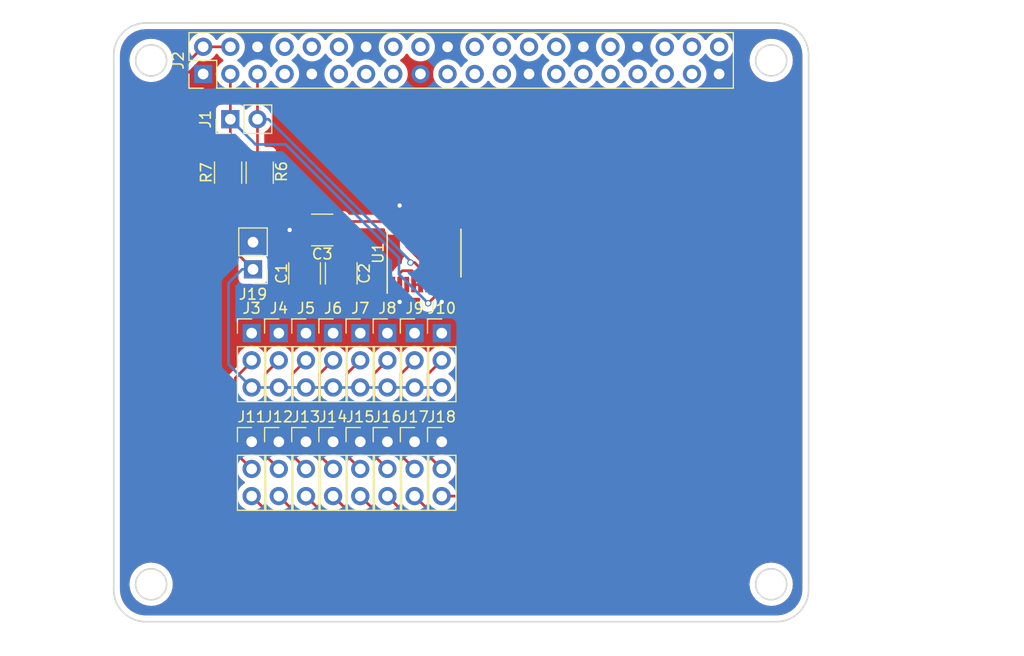
<source format=kicad_pcb>
(kicad_pcb (version 4) (host pcbnew 4.0.6)

  (general
    (links 73)
    (no_connects 1)
    (area 99.924999 74.924999 165.075001 131.075001)
    (thickness 1.6)
    (drawings 34)
    (tracks 167)
    (zones 0)
    (modules 25)
    (nets 24)
  )

  (page A4)
  (layers
    (0 F.Cu signal)
    (31 B.Cu signal)
    (32 B.Adhes user)
    (33 F.Adhes user)
    (34 B.Paste user)
    (35 F.Paste user)
    (36 B.SilkS user)
    (37 F.SilkS user)
    (38 B.Mask user)
    (39 F.Mask user)
    (40 Dwgs.User user)
    (41 Cmts.User user)
    (42 Eco1.User user)
    (43 Eco2.User user)
    (44 Edge.Cuts user)
    (45 Margin user)
    (46 B.CrtYd user)
    (47 F.CrtYd user)
    (48 B.Fab user hide)
    (49 F.Fab user hide)
  )

  (setup
    (last_trace_width 0.25)
    (trace_clearance 0.2)
    (zone_clearance 0.508)
    (zone_45_only yes)
    (trace_min 0.2)
    (segment_width 0.2)
    (edge_width 0.15)
    (via_size 0.6)
    (via_drill 0.4)
    (via_min_size 0.4)
    (via_min_drill 0.3)
    (uvia_size 0.3)
    (uvia_drill 0.1)
    (uvias_allowed no)
    (uvia_min_size 0.2)
    (uvia_min_drill 0.1)
    (pcb_text_width 0.3)
    (pcb_text_size 1.5 1.5)
    (mod_edge_width 0.15)
    (mod_text_size 0.000001 0.000001)
    (mod_text_width 0.15)
    (pad_size 1.5 1.3)
    (pad_drill 0)
    (pad_to_mask_clearance 0.2)
    (aux_axis_origin 0 0)
    (visible_elements 7FFFFFFF)
    (pcbplotparams
      (layerselection 0x00030_80000001)
      (usegerberextensions false)
      (excludeedgelayer true)
      (linewidth 0.100000)
      (plotframeref false)
      (viasonmask false)
      (mode 1)
      (useauxorigin false)
      (hpglpennumber 1)
      (hpglpenspeed 20)
      (hpglpendiameter 15)
      (hpglpenoverlay 2)
      (psnegative false)
      (psa4output false)
      (plotreference true)
      (plotvalue true)
      (plotinvisibletext false)
      (padsonsilk false)
      (subtractmaskfromsilk false)
      (outputformat 1)
      (mirror false)
      (drillshape 1)
      (scaleselection 1)
      (outputdirectory ""))
  )

  (net 0 "")
  (net 1 /SDA)
  (net 2 /SCL)
  (net 3 +3V3)
  (net 4 +5V)
  (net 5 GND)
  (net 6 "Net-(C1-Pad1)")
  (net 7 "Net-(C3-Pad1)")
  (net 8 "Net-(J11-Pad2)")
  (net 9 "Net-(J12-Pad2)")
  (net 10 "Net-(J13-Pad2)")
  (net 11 "Net-(J14-Pad2)")
  (net 12 "Net-(J15-Pad2)")
  (net 13 "Net-(J16-Pad2)")
  (net 14 "Net-(J17-Pad2)")
  (net 15 "Net-(J10-Pad2)")
  (net 16 /A0)
  (net 17 /A1)
  (net 18 /A2)
  (net 19 /A3)
  (net 20 /A4)
  (net 21 /A5)
  (net 22 /A6)
  (net 23 /A7)

  (net_class Default "This is the default net class."
    (clearance 0.2)
    (trace_width 0.25)
    (via_dia 0.6)
    (via_drill 0.4)
    (uvia_dia 0.3)
    (uvia_drill 0.1)
    (add_net +3V3)
    (add_net +5V)
    (add_net /A0)
    (add_net /A1)
    (add_net /A2)
    (add_net /A3)
    (add_net /A4)
    (add_net /A5)
    (add_net /A6)
    (add_net /A7)
    (add_net /SCL)
    (add_net /SDA)
    (add_net GND)
    (add_net "Net-(C1-Pad1)")
    (add_net "Net-(C3-Pad1)")
    (add_net "Net-(J10-Pad2)")
    (add_net "Net-(J11-Pad2)")
    (add_net "Net-(J12-Pad2)")
    (add_net "Net-(J13-Pad2)")
    (add_net "Net-(J14-Pad2)")
    (add_net "Net-(J15-Pad2)")
    (add_net "Net-(J16-Pad2)")
    (add_net "Net-(J17-Pad2)")
  )

  (module Housings_SSOP:TSSOP-20_4.4x6.5mm_Pitch0.65mm (layer F.Cu) (tedit 5C0DAD48) (tstamp 5C0DA3B1)
    (at 129.032 96.52 90)
    (descr "20-Lead Plastic Thin Shrink Small Outline (ST)-4.4 mm Body [TSSOP] (see Microchip Packaging Specification 00000049BS.pdf)")
    (tags "SSOP 0.65")
    (path /5C0CEFB8)
    (attr smd)
    (fp_text reference U1 (at 0 -4.3 90) (layer F.SilkS)
      (effects (font (size 1 1) (thickness 0.15)))
    )
    (fp_text value LTC2309_TSSOP (at -4.826 -0.508 180) (layer F.Fab) hide
      (effects (font (size 1 1) (thickness 0.15)))
    )
    (fp_line (start -1.2 -3.25) (end 2.2 -3.25) (layer F.Fab) (width 0.15))
    (fp_line (start 2.2 -3.25) (end 2.2 3.25) (layer F.Fab) (width 0.15))
    (fp_line (start 2.2 3.25) (end -2.2 3.25) (layer F.Fab) (width 0.15))
    (fp_line (start -2.2 3.25) (end -2.2 -2.25) (layer F.Fab) (width 0.15))
    (fp_line (start -2.2 -2.25) (end -1.2 -3.25) (layer F.Fab) (width 0.15))
    (fp_line (start -3.95 -3.55) (end -3.95 3.55) (layer F.CrtYd) (width 0.05))
    (fp_line (start 3.95 -3.55) (end 3.95 3.55) (layer F.CrtYd) (width 0.05))
    (fp_line (start -3.95 -3.55) (end 3.95 -3.55) (layer F.CrtYd) (width 0.05))
    (fp_line (start -3.95 3.55) (end 3.95 3.55) (layer F.CrtYd) (width 0.05))
    (fp_line (start -2.225 3.45) (end 2.225 3.45) (layer F.SilkS) (width 0.15))
    (fp_line (start -3.75 -3.45) (end 2.225 -3.45) (layer F.SilkS) (width 0.15))
    (fp_text user %R (at 0 0 90) (layer F.Fab)
      (effects (font (size 0.8 0.8) (thickness 0.15)))
    )
    (pad 1 smd rect (at -2.95 -2.925 90) (size 1.45 0.45) (layers F.Cu F.Paste F.Mask)
      (net 6 "Net-(C1-Pad1)"))
    (pad 2 smd rect (at -2.95 -2.275 90) (size 1.45 0.45) (layers F.Cu F.Paste F.Mask)
      (net 5 GND))
    (pad 3 smd rect (at -2.95 -1.625 90) (size 1.45 0.45) (layers F.Cu F.Paste F.Mask)
      (net 3 +3V3))
    (pad 4 smd rect (at -2.95 -0.975 90) (size 1.45 0.45) (layers F.Cu F.Paste F.Mask)
      (net 5 GND))
    (pad 5 smd rect (at -2.95 -0.325 90) (size 1.45 0.45) (layers F.Cu F.Paste F.Mask)
      (net 5 GND))
    (pad 6 smd rect (at -2.95 0.325 90) (size 1.45 0.45) (layers F.Cu F.Paste F.Mask)
      (net 2 /SCL))
    (pad 7 smd rect (at -2.95 0.975 90) (size 1.45 0.45) (layers F.Cu F.Paste F.Mask)
      (net 1 /SDA))
    (pad 8 smd rect (at -2.95 1.625 90) (size 1.45 0.45) (layers F.Cu F.Paste F.Mask)
      (net 5 GND))
    (pad 9 smd rect (at -2.95 2.275 90) (size 1.45 0.45) (layers F.Cu F.Paste F.Mask)
      (net 5 GND))
    (pad 10 smd rect (at -2.95 2.925 90) (size 1.45 0.45) (layers F.Cu F.Paste F.Mask)
      (net 3 +3V3))
    (pad 11 smd rect (at 2.95 2.925 90) (size 1.45 0.45) (layers F.Cu F.Paste F.Mask)
      (net 16 /A0))
    (pad 12 smd rect (at 2.95 2.275 90) (size 1.45 0.45) (layers F.Cu F.Paste F.Mask)
      (net 17 /A1))
    (pad 13 smd rect (at 2.95 1.625 90) (size 1.45 0.45) (layers F.Cu F.Paste F.Mask)
      (net 18 /A2))
    (pad 14 smd rect (at 2.95 0.975 90) (size 1.45 0.45) (layers F.Cu F.Paste F.Mask)
      (net 19 /A3))
    (pad 15 smd rect (at 2.95 0.325 90) (size 1.45 0.45) (layers F.Cu F.Paste F.Mask)
      (net 20 /A4))
    (pad 16 smd rect (at 2.95 -0.325 90) (size 1.45 0.45) (layers F.Cu F.Paste F.Mask)
      (net 21 /A5))
    (pad 17 smd rect (at 2.95 -0.975 90) (size 1.45 0.45) (layers F.Cu F.Paste F.Mask)
      (net 22 /A6))
    (pad 18 smd rect (at 2.95 -1.625 90) (size 1.45 0.45) (layers F.Cu F.Paste F.Mask)
      (net 23 /A7))
    (pad 19 smd rect (at 2.95 -2.275 90) (size 1.45 0.45) (layers F.Cu F.Paste F.Mask)
      (net 5 GND))
    (pad 20 smd rect (at 2.95 -2.925 90) (size 1.45 0.45) (layers F.Cu F.Paste F.Mask)
      (net 7 "Net-(C3-Pad1)"))
    (model ${KISYS3DMOD}/Housings_SSOP.3dshapes/TSSOP-20_4.4x6.5mm_Pitch0.65mm.wrl
      (at (xyz 0 0 0))
      (scale (xyz 1 1 1))
      (rotate (xyz 0 0 0))
    )
  )

  (module Pin_Headers:Pin_Header_Straight_1x02_Pitch2.54mm (layer F.Cu) (tedit 5C0C2C7F) (tstamp 5C0C29B0)
    (at 110.91 84 90)
    (descr "Through hole straight pin header, 1x02, 2.54mm pitch, single row")
    (tags "Through hole pin header THT 1x02 2.54mm single row")
    (path /5C0CD12A)
    (fp_text reference J1 (at 0 -2.33 90) (layer F.SilkS)
      (effects (font (size 1 1) (thickness 0.15)))
    )
    (fp_text value CONN_01X02 (at 0 4.87 90) (layer F.Fab) hide
      (effects (font (size 1 1) (thickness 0.15)))
    )
    (fp_line (start -0.635 -1.27) (end 1.27 -1.27) (layer F.Fab) (width 0.1))
    (fp_line (start 1.27 -1.27) (end 1.27 3.81) (layer F.Fab) (width 0.1))
    (fp_line (start 1.27 3.81) (end -1.27 3.81) (layer F.Fab) (width 0.1))
    (fp_line (start -1.27 3.81) (end -1.27 -0.635) (layer F.Fab) (width 0.1))
    (fp_line (start -1.27 -0.635) (end -0.635 -1.27) (layer F.Fab) (width 0.1))
    (fp_line (start -1.33 3.87) (end 1.33 3.87) (layer F.SilkS) (width 0.12))
    (fp_line (start -1.33 1.27) (end -1.33 3.87) (layer F.SilkS) (width 0.12))
    (fp_line (start 1.33 1.27) (end 1.33 3.87) (layer F.SilkS) (width 0.12))
    (fp_line (start -1.33 1.27) (end 1.33 1.27) (layer F.SilkS) (width 0.12))
    (fp_line (start -1.33 0) (end -1.33 -1.33) (layer F.SilkS) (width 0.12))
    (fp_line (start -1.33 -1.33) (end 0 -1.33) (layer F.SilkS) (width 0.12))
    (fp_line (start -1.8 -1.8) (end -1.8 4.35) (layer F.CrtYd) (width 0.05))
    (fp_line (start -1.8 4.35) (end 1.8 4.35) (layer F.CrtYd) (width 0.05))
    (fp_line (start 1.8 4.35) (end 1.8 -1.8) (layer F.CrtYd) (width 0.05))
    (fp_line (start 1.8 -1.8) (end -1.8 -1.8) (layer F.CrtYd) (width 0.05))
    (fp_text user %R (at 0 1.27 180) (layer F.Fab)
      (effects (font (size 1 1) (thickness 0.15)))
    )
    (pad 1 thru_hole rect (at 0 0 90) (size 1.7 1.7) (drill 1) (layers *.Cu *.Mask)
      (net 1 /SDA))
    (pad 2 thru_hole oval (at 0 2.54 90) (size 1.7 1.7) (drill 1) (layers *.Cu *.Mask)
      (net 2 /SCL))
    (model ${KISYS3DMOD}/Pin_Headers.3dshapes/Pin_Header_Straight_1x02_Pitch2.54mm.wrl
      (at (xyz 0 0 0))
      (scale (xyz 1 1 1))
      (rotate (xyz 0 0 0))
    )
  )

  (module Pin_Headers:Pin_Header_Straight_2x20_Pitch2.54mm locked (layer F.Cu) (tedit 5C0C2B59) (tstamp 5C0C29EE)
    (at 108.37 79.77 90)
    (descr "Through hole straight pin header, 2x20, 2.54mm pitch, double rows")
    (tags "Through hole pin header THT 2x20 2.54mm double row")
    (path /59374905/59374B1F)
    (fp_text reference J2 (at 1.27 -2.33 90) (layer F.SilkS)
      (effects (font (size 1 1) (thickness 0.15)))
    )
    (fp_text value CONN_02X20 (at 1.27 50.59 90) (layer F.Fab) hide
      (effects (font (size 1 1) (thickness 0.15)))
    )
    (fp_line (start 0 -1.27) (end 3.81 -1.27) (layer F.Fab) (width 0.1))
    (fp_line (start 3.81 -1.27) (end 3.81 49.53) (layer F.Fab) (width 0.1))
    (fp_line (start 3.81 49.53) (end -1.27 49.53) (layer F.Fab) (width 0.1))
    (fp_line (start -1.27 49.53) (end -1.27 0) (layer F.Fab) (width 0.1))
    (fp_line (start -1.27 0) (end 0 -1.27) (layer F.Fab) (width 0.1))
    (fp_line (start -1.33 49.59) (end 3.87 49.59) (layer F.SilkS) (width 0.12))
    (fp_line (start -1.33 1.27) (end -1.33 49.59) (layer F.SilkS) (width 0.12))
    (fp_line (start 3.87 -1.33) (end 3.87 49.59) (layer F.SilkS) (width 0.12))
    (fp_line (start -1.33 1.27) (end 1.27 1.27) (layer F.SilkS) (width 0.12))
    (fp_line (start 1.27 1.27) (end 1.27 -1.33) (layer F.SilkS) (width 0.12))
    (fp_line (start 1.27 -1.33) (end 3.87 -1.33) (layer F.SilkS) (width 0.12))
    (fp_line (start -1.33 0) (end -1.33 -1.33) (layer F.SilkS) (width 0.12))
    (fp_line (start -1.33 -1.33) (end 0 -1.33) (layer F.SilkS) (width 0.12))
    (fp_line (start -1.8 -1.8) (end -1.8 50.05) (layer F.CrtYd) (width 0.05))
    (fp_line (start -1.8 50.05) (end 4.35 50.05) (layer F.CrtYd) (width 0.05))
    (fp_line (start 4.35 50.05) (end 4.35 -1.8) (layer F.CrtYd) (width 0.05))
    (fp_line (start 4.35 -1.8) (end -1.8 -1.8) (layer F.CrtYd) (width 0.05))
    (fp_text user %R (at 1.27 24.13 180) (layer F.Fab)
      (effects (font (size 1 1) (thickness 0.15)))
    )
    (pad 1 thru_hole rect (at 0 0 90) (size 1.7 1.7) (drill 1) (layers *.Cu *.Mask)
      (net 3 +3V3))
    (pad 2 thru_hole oval (at 2.54 0 90) (size 1.7 1.7) (drill 1) (layers *.Cu *.Mask)
      (net 4 +5V))
    (pad 3 thru_hole oval (at 0 2.54 90) (size 1.7 1.7) (drill 1) (layers *.Cu *.Mask)
      (net 1 /SDA))
    (pad 4 thru_hole oval (at 2.54 2.54 90) (size 1.7 1.7) (drill 1) (layers *.Cu *.Mask)
      (net 4 +5V))
    (pad 5 thru_hole oval (at 0 5.08 90) (size 1.7 1.7) (drill 1) (layers *.Cu *.Mask)
      (net 2 /SCL))
    (pad 6 thru_hole oval (at 2.54 5.08 90) (size 1.7 1.7) (drill 1) (layers *.Cu *.Mask)
      (net 5 GND))
    (pad 7 thru_hole oval (at 0 7.62 90) (size 1.7 1.7) (drill 1) (layers *.Cu *.Mask))
    (pad 8 thru_hole oval (at 2.54 7.62 90) (size 1.7 1.7) (drill 1) (layers *.Cu *.Mask))
    (pad 9 thru_hole oval (at 0 10.16 90) (size 1.7 1.7) (drill 1) (layers *.Cu *.Mask)
      (net 5 GND))
    (pad 10 thru_hole oval (at 2.54 10.16 90) (size 1.7 1.7) (drill 1) (layers *.Cu *.Mask))
    (pad 11 thru_hole oval (at 0 12.7 90) (size 1.7 1.7) (drill 1) (layers *.Cu *.Mask))
    (pad 12 thru_hole oval (at 2.54 12.7 90) (size 1.7 1.7) (drill 1) (layers *.Cu *.Mask))
    (pad 13 thru_hole oval (at 0 15.24 90) (size 1.7 1.7) (drill 1) (layers *.Cu *.Mask))
    (pad 14 thru_hole oval (at 2.54 15.24 90) (size 1.7 1.7) (drill 1) (layers *.Cu *.Mask)
      (net 5 GND))
    (pad 15 thru_hole oval (at 0 17.78 90) (size 1.7 1.7) (drill 1) (layers *.Cu *.Mask))
    (pad 16 thru_hole oval (at 2.54 17.78 90) (size 1.7 1.7) (drill 1) (layers *.Cu *.Mask))
    (pad 17 thru_hole oval (at 0 20.32 90) (size 1.7 1.7) (drill 1) (layers *.Cu *.Mask)
      (net 3 +3V3))
    (pad 18 thru_hole oval (at 2.54 20.32 90) (size 1.7 1.7) (drill 1) (layers *.Cu *.Mask))
    (pad 19 thru_hole oval (at 0 22.86 90) (size 1.7 1.7) (drill 1) (layers *.Cu *.Mask))
    (pad 20 thru_hole oval (at 2.54 22.86 90) (size 1.7 1.7) (drill 1) (layers *.Cu *.Mask)
      (net 5 GND))
    (pad 21 thru_hole oval (at 0 25.4 90) (size 1.7 1.7) (drill 1) (layers *.Cu *.Mask))
    (pad 22 thru_hole oval (at 2.54 25.4 90) (size 1.7 1.7) (drill 1) (layers *.Cu *.Mask))
    (pad 23 thru_hole oval (at 0 27.94 90) (size 1.7 1.7) (drill 1) (layers *.Cu *.Mask))
    (pad 24 thru_hole oval (at 2.54 27.94 90) (size 1.7 1.7) (drill 1) (layers *.Cu *.Mask))
    (pad 25 thru_hole oval (at 0 30.48 90) (size 1.7 1.7) (drill 1) (layers *.Cu *.Mask)
      (net 5 GND))
    (pad 26 thru_hole oval (at 2.54 30.48 90) (size 1.7 1.7) (drill 1) (layers *.Cu *.Mask))
    (pad 27 thru_hole oval (at 0 33.02 90) (size 1.7 1.7) (drill 1) (layers *.Cu *.Mask))
    (pad 28 thru_hole oval (at 2.54 33.02 90) (size 1.7 1.7) (drill 1) (layers *.Cu *.Mask))
    (pad 29 thru_hole oval (at 0 35.56 90) (size 1.7 1.7) (drill 1) (layers *.Cu *.Mask))
    (pad 30 thru_hole oval (at 2.54 35.56 90) (size 1.7 1.7) (drill 1) (layers *.Cu *.Mask)
      (net 5 GND))
    (pad 31 thru_hole oval (at 0 38.1 90) (size 1.7 1.7) (drill 1) (layers *.Cu *.Mask))
    (pad 32 thru_hole oval (at 2.54 38.1 90) (size 1.7 1.7) (drill 1) (layers *.Cu *.Mask))
    (pad 33 thru_hole oval (at 0 40.64 90) (size 1.7 1.7) (drill 1) (layers *.Cu *.Mask))
    (pad 34 thru_hole oval (at 2.54 40.64 90) (size 1.7 1.7) (drill 1) (layers *.Cu *.Mask)
      (net 5 GND))
    (pad 35 thru_hole oval (at 0 43.18 90) (size 1.7 1.7) (drill 1) (layers *.Cu *.Mask))
    (pad 36 thru_hole oval (at 2.54 43.18 90) (size 1.7 1.7) (drill 1) (layers *.Cu *.Mask))
    (pad 37 thru_hole oval (at 0 45.72 90) (size 1.7 1.7) (drill 1) (layers *.Cu *.Mask))
    (pad 38 thru_hole oval (at 2.54 45.72 90) (size 1.7 1.7) (drill 1) (layers *.Cu *.Mask))
    (pad 39 thru_hole oval (at 0 48.26 90) (size 1.7 1.7) (drill 1) (layers *.Cu *.Mask)
      (net 5 GND))
    (pad 40 thru_hole oval (at 2.54 48.26 90) (size 1.7 1.7) (drill 1) (layers *.Cu *.Mask))
    (model ${KISYS3DMOD}/Pin_Headers.3dshapes/Pin_Header_Straight_2x20_Pitch2.54mm.wrl
      (at (xyz 0 0 0))
      (scale (xyz 1 1 1))
      (rotate (xyz 0 0 0))
    )
  )

  (module Capacitors_SMD:C_1210 (layer F.Cu) (tedit 5C0DABD0) (tstamp 5C0C6555)
    (at 121.285 98.425 90)
    (descr "Capacitor SMD 1210, reflow soldering, AVX (see smccp.pdf)")
    (tags "capacitor 1210")
    (path /5C10B21D)
    (attr smd)
    (fp_text reference C1 (at 0 -5.588 90) (layer F.SilkS)
      (effects (font (size 1 1) (thickness 0.15)))
    )
    (fp_text value "0.1 uF" (at 0 0 90) (layer F.Fab)
      (effects (font (size 1 1) (thickness 0.15)))
    )
    (fp_text user %R (at 0 -2.25 90) (layer F.Fab)
      (effects (font (size 1 1) (thickness 0.15)))
    )
    (fp_line (start -1.6 1.25) (end -1.6 -1.25) (layer F.Fab) (width 0.1))
    (fp_line (start 1.6 1.25) (end -1.6 1.25) (layer F.Fab) (width 0.1))
    (fp_line (start 1.6 -1.25) (end 1.6 1.25) (layer F.Fab) (width 0.1))
    (fp_line (start -1.6 -1.25) (end 1.6 -1.25) (layer F.Fab) (width 0.1))
    (fp_line (start 1 -1.48) (end -1 -1.48) (layer F.SilkS) (width 0.12))
    (fp_line (start -1 1.48) (end 1 1.48) (layer F.SilkS) (width 0.12))
    (fp_line (start -2.25 -1.5) (end 2.25 -1.5) (layer F.CrtYd) (width 0.05))
    (fp_line (start -2.25 -1.5) (end -2.25 1.5) (layer F.CrtYd) (width 0.05))
    (fp_line (start 2.25 1.5) (end 2.25 -1.5) (layer F.CrtYd) (width 0.05))
    (fp_line (start 2.25 1.5) (end -2.25 1.5) (layer F.CrtYd) (width 0.05))
    (pad 1 smd rect (at -1.5 0 90) (size 1 2.5) (layers F.Cu F.Paste F.Mask)
      (net 6 "Net-(C1-Pad1)"))
    (pad 2 smd rect (at 1.5 0 90) (size 1 2.5) (layers F.Cu F.Paste F.Mask)
      (net 5 GND))
    (model Capacitors_SMD.3dshapes/C_1210.wrl
      (at (xyz 0 0 0))
      (scale (xyz 1 1 1))
      (rotate (xyz 0 0 0))
    )
  )

  (module Capacitors_SMD:C_1210 (layer F.Cu) (tedit 5C0DABD5) (tstamp 5C0C655B)
    (at 117.856 98.425 90)
    (descr "Capacitor SMD 1210, reflow soldering, AVX (see smccp.pdf)")
    (tags "capacitor 1210")
    (path /5C10B398)
    (attr smd)
    (fp_text reference C2 (at 0 5.588 90) (layer F.SilkS)
      (effects (font (size 1 1) (thickness 0.15)))
    )
    (fp_text value "10 uF" (at 0 0 90) (layer F.Fab)
      (effects (font (size 1 1) (thickness 0.15)))
    )
    (fp_text user %R (at 0 -2.25 90) (layer F.Fab)
      (effects (font (size 1 1) (thickness 0.15)))
    )
    (fp_line (start -1.6 1.25) (end -1.6 -1.25) (layer F.Fab) (width 0.1))
    (fp_line (start 1.6 1.25) (end -1.6 1.25) (layer F.Fab) (width 0.1))
    (fp_line (start 1.6 -1.25) (end 1.6 1.25) (layer F.Fab) (width 0.1))
    (fp_line (start -1.6 -1.25) (end 1.6 -1.25) (layer F.Fab) (width 0.1))
    (fp_line (start 1 -1.48) (end -1 -1.48) (layer F.SilkS) (width 0.12))
    (fp_line (start -1 1.48) (end 1 1.48) (layer F.SilkS) (width 0.12))
    (fp_line (start -2.25 -1.5) (end 2.25 -1.5) (layer F.CrtYd) (width 0.05))
    (fp_line (start -2.25 -1.5) (end -2.25 1.5) (layer F.CrtYd) (width 0.05))
    (fp_line (start 2.25 1.5) (end 2.25 -1.5) (layer F.CrtYd) (width 0.05))
    (fp_line (start 2.25 1.5) (end -2.25 1.5) (layer F.CrtYd) (width 0.05))
    (pad 1 smd rect (at -1.5 0 90) (size 1 2.5) (layers F.Cu F.Paste F.Mask)
      (net 6 "Net-(C1-Pad1)"))
    (pad 2 smd rect (at 1.5 0 90) (size 1 2.5) (layers F.Cu F.Paste F.Mask)
      (net 5 GND))
    (model Capacitors_SMD.3dshapes/C_1210.wrl
      (at (xyz 0 0 0))
      (scale (xyz 1 1 1))
      (rotate (xyz 0 0 0))
    )
  )

  (module Capacitors_SMD:C_1210 (layer F.Cu) (tedit 58AA84E2) (tstamp 5C0C6561)
    (at 119.507 94.361 180)
    (descr "Capacitor SMD 1210, reflow soldering, AVX (see smccp.pdf)")
    (tags "capacitor 1210")
    (path /5C10B4FF)
    (attr smd)
    (fp_text reference C3 (at 0 -2.25 180) (layer F.SilkS)
      (effects (font (size 1 1) (thickness 0.15)))
    )
    (fp_text value "2.2 uF" (at 0 2.5 180) (layer F.Fab)
      (effects (font (size 1 1) (thickness 0.15)))
    )
    (fp_text user %R (at 0 -2.25 180) (layer F.Fab)
      (effects (font (size 1 1) (thickness 0.15)))
    )
    (fp_line (start -1.6 1.25) (end -1.6 -1.25) (layer F.Fab) (width 0.1))
    (fp_line (start 1.6 1.25) (end -1.6 1.25) (layer F.Fab) (width 0.1))
    (fp_line (start 1.6 -1.25) (end 1.6 1.25) (layer F.Fab) (width 0.1))
    (fp_line (start -1.6 -1.25) (end 1.6 -1.25) (layer F.Fab) (width 0.1))
    (fp_line (start 1 -1.48) (end -1 -1.48) (layer F.SilkS) (width 0.12))
    (fp_line (start -1 1.48) (end 1 1.48) (layer F.SilkS) (width 0.12))
    (fp_line (start -2.25 -1.5) (end 2.25 -1.5) (layer F.CrtYd) (width 0.05))
    (fp_line (start -2.25 -1.5) (end -2.25 1.5) (layer F.CrtYd) (width 0.05))
    (fp_line (start 2.25 1.5) (end 2.25 -1.5) (layer F.CrtYd) (width 0.05))
    (fp_line (start 2.25 1.5) (end -2.25 1.5) (layer F.CrtYd) (width 0.05))
    (pad 1 smd rect (at -1.5 0 180) (size 1 2.5) (layers F.Cu F.Paste F.Mask)
      (net 7 "Net-(C3-Pad1)"))
    (pad 2 smd rect (at 1.5 0 180) (size 1 2.5) (layers F.Cu F.Paste F.Mask)
      (net 5 GND))
    (model Capacitors_SMD.3dshapes/C_1210.wrl
      (at (xyz 0 0 0))
      (scale (xyz 1 1 1))
      (rotate (xyz 0 0 0))
    )
  )

  (module Pin_Headers:Pin_Header_Straight_1x03_Pitch2.54mm (layer F.Cu) (tedit 59650532) (tstamp 5C0C6568)
    (at 112.903 104.013)
    (descr "Through hole straight pin header, 1x03, 2.54mm pitch, single row")
    (tags "Through hole pin header THT 1x03 2.54mm single row")
    (path /5C105CB6)
    (fp_text reference J3 (at 0 -2.33) (layer F.SilkS)
      (effects (font (size 1 1) (thickness 0.15)))
    )
    (fp_text value CONN_01X03 (at 0 7.41) (layer F.Fab)
      (effects (font (size 1 1) (thickness 0.15)))
    )
    (fp_line (start -0.635 -1.27) (end 1.27 -1.27) (layer F.Fab) (width 0.1))
    (fp_line (start 1.27 -1.27) (end 1.27 6.35) (layer F.Fab) (width 0.1))
    (fp_line (start 1.27 6.35) (end -1.27 6.35) (layer F.Fab) (width 0.1))
    (fp_line (start -1.27 6.35) (end -1.27 -0.635) (layer F.Fab) (width 0.1))
    (fp_line (start -1.27 -0.635) (end -0.635 -1.27) (layer F.Fab) (width 0.1))
    (fp_line (start -1.33 6.41) (end 1.33 6.41) (layer F.SilkS) (width 0.12))
    (fp_line (start -1.33 1.27) (end -1.33 6.41) (layer F.SilkS) (width 0.12))
    (fp_line (start 1.33 1.27) (end 1.33 6.41) (layer F.SilkS) (width 0.12))
    (fp_line (start -1.33 1.27) (end 1.33 1.27) (layer F.SilkS) (width 0.12))
    (fp_line (start -1.33 0) (end -1.33 -1.33) (layer F.SilkS) (width 0.12))
    (fp_line (start -1.33 -1.33) (end 0 -1.33) (layer F.SilkS) (width 0.12))
    (fp_line (start -1.8 -1.8) (end -1.8 6.85) (layer F.CrtYd) (width 0.05))
    (fp_line (start -1.8 6.85) (end 1.8 6.85) (layer F.CrtYd) (width 0.05))
    (fp_line (start 1.8 6.85) (end 1.8 -1.8) (layer F.CrtYd) (width 0.05))
    (fp_line (start 1.8 -1.8) (end -1.8 -1.8) (layer F.CrtYd) (width 0.05))
    (fp_text user %R (at 0 2.54 90) (layer F.Fab)
      (effects (font (size 1 1) (thickness 0.15)))
    )
    (pad 1 thru_hole rect (at 0 0) (size 1.7 1.7) (drill 1) (layers *.Cu *.Mask)
      (net 3 +3V3))
    (pad 2 thru_hole oval (at 0 2.54) (size 1.7 1.7) (drill 1) (layers *.Cu *.Mask)
      (net 8 "Net-(J11-Pad2)"))
    (pad 3 thru_hole oval (at 0 5.08) (size 1.7 1.7) (drill 1) (layers *.Cu *.Mask)
      (net 4 +5V))
    (model ${KISYS3DMOD}/Pin_Headers.3dshapes/Pin_Header_Straight_1x03_Pitch2.54mm.wrl
      (at (xyz 0 0 0))
      (scale (xyz 1 1 1))
      (rotate (xyz 0 0 0))
    )
  )

  (module Pin_Headers:Pin_Header_Straight_1x03_Pitch2.54mm (layer F.Cu) (tedit 59650532) (tstamp 5C0C656F)
    (at 115.443 104.013)
    (descr "Through hole straight pin header, 1x03, 2.54mm pitch, single row")
    (tags "Through hole pin header THT 1x03 2.54mm single row")
    (path /5C107579)
    (fp_text reference J4 (at 0 -2.33) (layer F.SilkS)
      (effects (font (size 1 1) (thickness 0.15)))
    )
    (fp_text value CONN_01X03 (at 0 7.41) (layer F.Fab)
      (effects (font (size 1 1) (thickness 0.15)))
    )
    (fp_line (start -0.635 -1.27) (end 1.27 -1.27) (layer F.Fab) (width 0.1))
    (fp_line (start 1.27 -1.27) (end 1.27 6.35) (layer F.Fab) (width 0.1))
    (fp_line (start 1.27 6.35) (end -1.27 6.35) (layer F.Fab) (width 0.1))
    (fp_line (start -1.27 6.35) (end -1.27 -0.635) (layer F.Fab) (width 0.1))
    (fp_line (start -1.27 -0.635) (end -0.635 -1.27) (layer F.Fab) (width 0.1))
    (fp_line (start -1.33 6.41) (end 1.33 6.41) (layer F.SilkS) (width 0.12))
    (fp_line (start -1.33 1.27) (end -1.33 6.41) (layer F.SilkS) (width 0.12))
    (fp_line (start 1.33 1.27) (end 1.33 6.41) (layer F.SilkS) (width 0.12))
    (fp_line (start -1.33 1.27) (end 1.33 1.27) (layer F.SilkS) (width 0.12))
    (fp_line (start -1.33 0) (end -1.33 -1.33) (layer F.SilkS) (width 0.12))
    (fp_line (start -1.33 -1.33) (end 0 -1.33) (layer F.SilkS) (width 0.12))
    (fp_line (start -1.8 -1.8) (end -1.8 6.85) (layer F.CrtYd) (width 0.05))
    (fp_line (start -1.8 6.85) (end 1.8 6.85) (layer F.CrtYd) (width 0.05))
    (fp_line (start 1.8 6.85) (end 1.8 -1.8) (layer F.CrtYd) (width 0.05))
    (fp_line (start 1.8 -1.8) (end -1.8 -1.8) (layer F.CrtYd) (width 0.05))
    (fp_text user %R (at 0 2.54 90) (layer F.Fab)
      (effects (font (size 1 1) (thickness 0.15)))
    )
    (pad 1 thru_hole rect (at 0 0) (size 1.7 1.7) (drill 1) (layers *.Cu *.Mask)
      (net 3 +3V3))
    (pad 2 thru_hole oval (at 0 2.54) (size 1.7 1.7) (drill 1) (layers *.Cu *.Mask)
      (net 9 "Net-(J12-Pad2)"))
    (pad 3 thru_hole oval (at 0 5.08) (size 1.7 1.7) (drill 1) (layers *.Cu *.Mask)
      (net 4 +5V))
    (model ${KISYS3DMOD}/Pin_Headers.3dshapes/Pin_Header_Straight_1x03_Pitch2.54mm.wrl
      (at (xyz 0 0 0))
      (scale (xyz 1 1 1))
      (rotate (xyz 0 0 0))
    )
  )

  (module Pin_Headers:Pin_Header_Straight_1x03_Pitch2.54mm (layer F.Cu) (tedit 59650532) (tstamp 5C0C6576)
    (at 117.983 104.013)
    (descr "Through hole straight pin header, 1x03, 2.54mm pitch, single row")
    (tags "Through hole pin header THT 1x03 2.54mm single row")
    (path /5C107849)
    (fp_text reference J5 (at 0 -2.33) (layer F.SilkS)
      (effects (font (size 1 1) (thickness 0.15)))
    )
    (fp_text value CONN_01X03 (at 0 7.41) (layer F.Fab)
      (effects (font (size 1 1) (thickness 0.15)))
    )
    (fp_line (start -0.635 -1.27) (end 1.27 -1.27) (layer F.Fab) (width 0.1))
    (fp_line (start 1.27 -1.27) (end 1.27 6.35) (layer F.Fab) (width 0.1))
    (fp_line (start 1.27 6.35) (end -1.27 6.35) (layer F.Fab) (width 0.1))
    (fp_line (start -1.27 6.35) (end -1.27 -0.635) (layer F.Fab) (width 0.1))
    (fp_line (start -1.27 -0.635) (end -0.635 -1.27) (layer F.Fab) (width 0.1))
    (fp_line (start -1.33 6.41) (end 1.33 6.41) (layer F.SilkS) (width 0.12))
    (fp_line (start -1.33 1.27) (end -1.33 6.41) (layer F.SilkS) (width 0.12))
    (fp_line (start 1.33 1.27) (end 1.33 6.41) (layer F.SilkS) (width 0.12))
    (fp_line (start -1.33 1.27) (end 1.33 1.27) (layer F.SilkS) (width 0.12))
    (fp_line (start -1.33 0) (end -1.33 -1.33) (layer F.SilkS) (width 0.12))
    (fp_line (start -1.33 -1.33) (end 0 -1.33) (layer F.SilkS) (width 0.12))
    (fp_line (start -1.8 -1.8) (end -1.8 6.85) (layer F.CrtYd) (width 0.05))
    (fp_line (start -1.8 6.85) (end 1.8 6.85) (layer F.CrtYd) (width 0.05))
    (fp_line (start 1.8 6.85) (end 1.8 -1.8) (layer F.CrtYd) (width 0.05))
    (fp_line (start 1.8 -1.8) (end -1.8 -1.8) (layer F.CrtYd) (width 0.05))
    (fp_text user %R (at 0 2.54 90) (layer F.Fab)
      (effects (font (size 1 1) (thickness 0.15)))
    )
    (pad 1 thru_hole rect (at 0 0) (size 1.7 1.7) (drill 1) (layers *.Cu *.Mask)
      (net 3 +3V3))
    (pad 2 thru_hole oval (at 0 2.54) (size 1.7 1.7) (drill 1) (layers *.Cu *.Mask)
      (net 10 "Net-(J13-Pad2)"))
    (pad 3 thru_hole oval (at 0 5.08) (size 1.7 1.7) (drill 1) (layers *.Cu *.Mask)
      (net 4 +5V))
    (model ${KISYS3DMOD}/Pin_Headers.3dshapes/Pin_Header_Straight_1x03_Pitch2.54mm.wrl
      (at (xyz 0 0 0))
      (scale (xyz 1 1 1))
      (rotate (xyz 0 0 0))
    )
  )

  (module Pin_Headers:Pin_Header_Straight_1x03_Pitch2.54mm (layer F.Cu) (tedit 59650532) (tstamp 5C0C657D)
    (at 120.523 104.013)
    (descr "Through hole straight pin header, 1x03, 2.54mm pitch, single row")
    (tags "Through hole pin header THT 1x03 2.54mm single row")
    (path /5C107989)
    (fp_text reference J6 (at 0 -2.33) (layer F.SilkS)
      (effects (font (size 1 1) (thickness 0.15)))
    )
    (fp_text value CONN_01X03 (at 0 7.41) (layer F.Fab)
      (effects (font (size 1 1) (thickness 0.15)))
    )
    (fp_line (start -0.635 -1.27) (end 1.27 -1.27) (layer F.Fab) (width 0.1))
    (fp_line (start 1.27 -1.27) (end 1.27 6.35) (layer F.Fab) (width 0.1))
    (fp_line (start 1.27 6.35) (end -1.27 6.35) (layer F.Fab) (width 0.1))
    (fp_line (start -1.27 6.35) (end -1.27 -0.635) (layer F.Fab) (width 0.1))
    (fp_line (start -1.27 -0.635) (end -0.635 -1.27) (layer F.Fab) (width 0.1))
    (fp_line (start -1.33 6.41) (end 1.33 6.41) (layer F.SilkS) (width 0.12))
    (fp_line (start -1.33 1.27) (end -1.33 6.41) (layer F.SilkS) (width 0.12))
    (fp_line (start 1.33 1.27) (end 1.33 6.41) (layer F.SilkS) (width 0.12))
    (fp_line (start -1.33 1.27) (end 1.33 1.27) (layer F.SilkS) (width 0.12))
    (fp_line (start -1.33 0) (end -1.33 -1.33) (layer F.SilkS) (width 0.12))
    (fp_line (start -1.33 -1.33) (end 0 -1.33) (layer F.SilkS) (width 0.12))
    (fp_line (start -1.8 -1.8) (end -1.8 6.85) (layer F.CrtYd) (width 0.05))
    (fp_line (start -1.8 6.85) (end 1.8 6.85) (layer F.CrtYd) (width 0.05))
    (fp_line (start 1.8 6.85) (end 1.8 -1.8) (layer F.CrtYd) (width 0.05))
    (fp_line (start 1.8 -1.8) (end -1.8 -1.8) (layer F.CrtYd) (width 0.05))
    (fp_text user %R (at 0 2.54 90) (layer F.Fab)
      (effects (font (size 1 1) (thickness 0.15)))
    )
    (pad 1 thru_hole rect (at 0 0) (size 1.7 1.7) (drill 1) (layers *.Cu *.Mask)
      (net 3 +3V3))
    (pad 2 thru_hole oval (at 0 2.54) (size 1.7 1.7) (drill 1) (layers *.Cu *.Mask)
      (net 11 "Net-(J14-Pad2)"))
    (pad 3 thru_hole oval (at 0 5.08) (size 1.7 1.7) (drill 1) (layers *.Cu *.Mask)
      (net 4 +5V))
    (model ${KISYS3DMOD}/Pin_Headers.3dshapes/Pin_Header_Straight_1x03_Pitch2.54mm.wrl
      (at (xyz 0 0 0))
      (scale (xyz 1 1 1))
      (rotate (xyz 0 0 0))
    )
  )

  (module Pin_Headers:Pin_Header_Straight_1x03_Pitch2.54mm (layer F.Cu) (tedit 59650532) (tstamp 5C0C6584)
    (at 123.063 104.013)
    (descr "Through hole straight pin header, 1x03, 2.54mm pitch, single row")
    (tags "Through hole pin header THT 1x03 2.54mm single row")
    (path /5C107B5B)
    (fp_text reference J7 (at 0 -2.33) (layer F.SilkS)
      (effects (font (size 1 1) (thickness 0.15)))
    )
    (fp_text value CONN_01X03 (at 0 7.41) (layer F.Fab)
      (effects (font (size 1 1) (thickness 0.15)))
    )
    (fp_line (start -0.635 -1.27) (end 1.27 -1.27) (layer F.Fab) (width 0.1))
    (fp_line (start 1.27 -1.27) (end 1.27 6.35) (layer F.Fab) (width 0.1))
    (fp_line (start 1.27 6.35) (end -1.27 6.35) (layer F.Fab) (width 0.1))
    (fp_line (start -1.27 6.35) (end -1.27 -0.635) (layer F.Fab) (width 0.1))
    (fp_line (start -1.27 -0.635) (end -0.635 -1.27) (layer F.Fab) (width 0.1))
    (fp_line (start -1.33 6.41) (end 1.33 6.41) (layer F.SilkS) (width 0.12))
    (fp_line (start -1.33 1.27) (end -1.33 6.41) (layer F.SilkS) (width 0.12))
    (fp_line (start 1.33 1.27) (end 1.33 6.41) (layer F.SilkS) (width 0.12))
    (fp_line (start -1.33 1.27) (end 1.33 1.27) (layer F.SilkS) (width 0.12))
    (fp_line (start -1.33 0) (end -1.33 -1.33) (layer F.SilkS) (width 0.12))
    (fp_line (start -1.33 -1.33) (end 0 -1.33) (layer F.SilkS) (width 0.12))
    (fp_line (start -1.8 -1.8) (end -1.8 6.85) (layer F.CrtYd) (width 0.05))
    (fp_line (start -1.8 6.85) (end 1.8 6.85) (layer F.CrtYd) (width 0.05))
    (fp_line (start 1.8 6.85) (end 1.8 -1.8) (layer F.CrtYd) (width 0.05))
    (fp_line (start 1.8 -1.8) (end -1.8 -1.8) (layer F.CrtYd) (width 0.05))
    (fp_text user %R (at 0 2.54 90) (layer F.Fab)
      (effects (font (size 1 1) (thickness 0.15)))
    )
    (pad 1 thru_hole rect (at 0 0) (size 1.7 1.7) (drill 1) (layers *.Cu *.Mask)
      (net 3 +3V3))
    (pad 2 thru_hole oval (at 0 2.54) (size 1.7 1.7) (drill 1) (layers *.Cu *.Mask)
      (net 12 "Net-(J15-Pad2)"))
    (pad 3 thru_hole oval (at 0 5.08) (size 1.7 1.7) (drill 1) (layers *.Cu *.Mask)
      (net 4 +5V))
    (model ${KISYS3DMOD}/Pin_Headers.3dshapes/Pin_Header_Straight_1x03_Pitch2.54mm.wrl
      (at (xyz 0 0 0))
      (scale (xyz 1 1 1))
      (rotate (xyz 0 0 0))
    )
  )

  (module Pin_Headers:Pin_Header_Straight_1x03_Pitch2.54mm (layer F.Cu) (tedit 59650532) (tstamp 5C0C658B)
    (at 125.603 104.013)
    (descr "Through hole straight pin header, 1x03, 2.54mm pitch, single row")
    (tags "Through hole pin header THT 1x03 2.54mm single row")
    (path /5C108113)
    (fp_text reference J8 (at 0 -2.33) (layer F.SilkS)
      (effects (font (size 1 1) (thickness 0.15)))
    )
    (fp_text value CONN_01X03 (at 0 7.41) (layer F.Fab)
      (effects (font (size 1 1) (thickness 0.15)))
    )
    (fp_line (start -0.635 -1.27) (end 1.27 -1.27) (layer F.Fab) (width 0.1))
    (fp_line (start 1.27 -1.27) (end 1.27 6.35) (layer F.Fab) (width 0.1))
    (fp_line (start 1.27 6.35) (end -1.27 6.35) (layer F.Fab) (width 0.1))
    (fp_line (start -1.27 6.35) (end -1.27 -0.635) (layer F.Fab) (width 0.1))
    (fp_line (start -1.27 -0.635) (end -0.635 -1.27) (layer F.Fab) (width 0.1))
    (fp_line (start -1.33 6.41) (end 1.33 6.41) (layer F.SilkS) (width 0.12))
    (fp_line (start -1.33 1.27) (end -1.33 6.41) (layer F.SilkS) (width 0.12))
    (fp_line (start 1.33 1.27) (end 1.33 6.41) (layer F.SilkS) (width 0.12))
    (fp_line (start -1.33 1.27) (end 1.33 1.27) (layer F.SilkS) (width 0.12))
    (fp_line (start -1.33 0) (end -1.33 -1.33) (layer F.SilkS) (width 0.12))
    (fp_line (start -1.33 -1.33) (end 0 -1.33) (layer F.SilkS) (width 0.12))
    (fp_line (start -1.8 -1.8) (end -1.8 6.85) (layer F.CrtYd) (width 0.05))
    (fp_line (start -1.8 6.85) (end 1.8 6.85) (layer F.CrtYd) (width 0.05))
    (fp_line (start 1.8 6.85) (end 1.8 -1.8) (layer F.CrtYd) (width 0.05))
    (fp_line (start 1.8 -1.8) (end -1.8 -1.8) (layer F.CrtYd) (width 0.05))
    (fp_text user %R (at 0 2.54 90) (layer F.Fab)
      (effects (font (size 1 1) (thickness 0.15)))
    )
    (pad 1 thru_hole rect (at 0 0) (size 1.7 1.7) (drill 1) (layers *.Cu *.Mask)
      (net 3 +3V3))
    (pad 2 thru_hole oval (at 0 2.54) (size 1.7 1.7) (drill 1) (layers *.Cu *.Mask)
      (net 13 "Net-(J16-Pad2)"))
    (pad 3 thru_hole oval (at 0 5.08) (size 1.7 1.7) (drill 1) (layers *.Cu *.Mask)
      (net 4 +5V))
    (model ${KISYS3DMOD}/Pin_Headers.3dshapes/Pin_Header_Straight_1x03_Pitch2.54mm.wrl
      (at (xyz 0 0 0))
      (scale (xyz 1 1 1))
      (rotate (xyz 0 0 0))
    )
  )

  (module Pin_Headers:Pin_Header_Straight_1x03_Pitch2.54mm (layer F.Cu) (tedit 59650532) (tstamp 5C0C6592)
    (at 128.143 104.013)
    (descr "Through hole straight pin header, 1x03, 2.54mm pitch, single row")
    (tags "Through hole pin header THT 1x03 2.54mm single row")
    (path /5C108245)
    (fp_text reference J9 (at 0 -2.33) (layer F.SilkS)
      (effects (font (size 1 1) (thickness 0.15)))
    )
    (fp_text value CONN_01X03 (at 0 7.41) (layer F.Fab)
      (effects (font (size 1 1) (thickness 0.15)))
    )
    (fp_line (start -0.635 -1.27) (end 1.27 -1.27) (layer F.Fab) (width 0.1))
    (fp_line (start 1.27 -1.27) (end 1.27 6.35) (layer F.Fab) (width 0.1))
    (fp_line (start 1.27 6.35) (end -1.27 6.35) (layer F.Fab) (width 0.1))
    (fp_line (start -1.27 6.35) (end -1.27 -0.635) (layer F.Fab) (width 0.1))
    (fp_line (start -1.27 -0.635) (end -0.635 -1.27) (layer F.Fab) (width 0.1))
    (fp_line (start -1.33 6.41) (end 1.33 6.41) (layer F.SilkS) (width 0.12))
    (fp_line (start -1.33 1.27) (end -1.33 6.41) (layer F.SilkS) (width 0.12))
    (fp_line (start 1.33 1.27) (end 1.33 6.41) (layer F.SilkS) (width 0.12))
    (fp_line (start -1.33 1.27) (end 1.33 1.27) (layer F.SilkS) (width 0.12))
    (fp_line (start -1.33 0) (end -1.33 -1.33) (layer F.SilkS) (width 0.12))
    (fp_line (start -1.33 -1.33) (end 0 -1.33) (layer F.SilkS) (width 0.12))
    (fp_line (start -1.8 -1.8) (end -1.8 6.85) (layer F.CrtYd) (width 0.05))
    (fp_line (start -1.8 6.85) (end 1.8 6.85) (layer F.CrtYd) (width 0.05))
    (fp_line (start 1.8 6.85) (end 1.8 -1.8) (layer F.CrtYd) (width 0.05))
    (fp_line (start 1.8 -1.8) (end -1.8 -1.8) (layer F.CrtYd) (width 0.05))
    (fp_text user %R (at 0 2.54 90) (layer F.Fab)
      (effects (font (size 1 1) (thickness 0.15)))
    )
    (pad 1 thru_hole rect (at 0 0) (size 1.7 1.7) (drill 1) (layers *.Cu *.Mask)
      (net 3 +3V3))
    (pad 2 thru_hole oval (at 0 2.54) (size 1.7 1.7) (drill 1) (layers *.Cu *.Mask)
      (net 14 "Net-(J17-Pad2)"))
    (pad 3 thru_hole oval (at 0 5.08) (size 1.7 1.7) (drill 1) (layers *.Cu *.Mask)
      (net 4 +5V))
    (model ${KISYS3DMOD}/Pin_Headers.3dshapes/Pin_Header_Straight_1x03_Pitch2.54mm.wrl
      (at (xyz 0 0 0))
      (scale (xyz 1 1 1))
      (rotate (xyz 0 0 0))
    )
  )

  (module Pin_Headers:Pin_Header_Straight_1x03_Pitch2.54mm (layer F.Cu) (tedit 59650532) (tstamp 5C0C6599)
    (at 130.683 104.013)
    (descr "Through hole straight pin header, 1x03, 2.54mm pitch, single row")
    (tags "Through hole pin header THT 1x03 2.54mm single row")
    (path /5C10838D)
    (fp_text reference J10 (at 0 -2.33) (layer F.SilkS)
      (effects (font (size 1 1) (thickness 0.15)))
    )
    (fp_text value CONN_01X03 (at 0 7.41) (layer F.Fab)
      (effects (font (size 1 1) (thickness 0.15)))
    )
    (fp_line (start -0.635 -1.27) (end 1.27 -1.27) (layer F.Fab) (width 0.1))
    (fp_line (start 1.27 -1.27) (end 1.27 6.35) (layer F.Fab) (width 0.1))
    (fp_line (start 1.27 6.35) (end -1.27 6.35) (layer F.Fab) (width 0.1))
    (fp_line (start -1.27 6.35) (end -1.27 -0.635) (layer F.Fab) (width 0.1))
    (fp_line (start -1.27 -0.635) (end -0.635 -1.27) (layer F.Fab) (width 0.1))
    (fp_line (start -1.33 6.41) (end 1.33 6.41) (layer F.SilkS) (width 0.12))
    (fp_line (start -1.33 1.27) (end -1.33 6.41) (layer F.SilkS) (width 0.12))
    (fp_line (start 1.33 1.27) (end 1.33 6.41) (layer F.SilkS) (width 0.12))
    (fp_line (start -1.33 1.27) (end 1.33 1.27) (layer F.SilkS) (width 0.12))
    (fp_line (start -1.33 0) (end -1.33 -1.33) (layer F.SilkS) (width 0.12))
    (fp_line (start -1.33 -1.33) (end 0 -1.33) (layer F.SilkS) (width 0.12))
    (fp_line (start -1.8 -1.8) (end -1.8 6.85) (layer F.CrtYd) (width 0.05))
    (fp_line (start -1.8 6.85) (end 1.8 6.85) (layer F.CrtYd) (width 0.05))
    (fp_line (start 1.8 6.85) (end 1.8 -1.8) (layer F.CrtYd) (width 0.05))
    (fp_line (start 1.8 -1.8) (end -1.8 -1.8) (layer F.CrtYd) (width 0.05))
    (fp_text user %R (at 0 2.54 90) (layer F.Fab)
      (effects (font (size 1 1) (thickness 0.15)))
    )
    (pad 1 thru_hole rect (at 0 0) (size 1.7 1.7) (drill 1) (layers *.Cu *.Mask)
      (net 3 +3V3))
    (pad 2 thru_hole oval (at 0 2.54) (size 1.7 1.7) (drill 1) (layers *.Cu *.Mask)
      (net 15 "Net-(J10-Pad2)"))
    (pad 3 thru_hole oval (at 0 5.08) (size 1.7 1.7) (drill 1) (layers *.Cu *.Mask)
      (net 4 +5V))
    (model ${KISYS3DMOD}/Pin_Headers.3dshapes/Pin_Header_Straight_1x03_Pitch2.54mm.wrl
      (at (xyz 0 0 0))
      (scale (xyz 1 1 1))
      (rotate (xyz 0 0 0))
    )
  )

  (module Pin_Headers:Pin_Header_Straight_1x03_Pitch2.54mm (layer F.Cu) (tedit 59650532) (tstamp 5C0C65A0)
    (at 112.903 114.173)
    (descr "Through hole straight pin header, 1x03, 2.54mm pitch, single row")
    (tags "Through hole pin header THT 1x03 2.54mm single row")
    (path /5C104C67)
    (fp_text reference J11 (at 0 -2.33) (layer F.SilkS)
      (effects (font (size 1 1) (thickness 0.15)))
    )
    (fp_text value CONN_01X03 (at 0 7.41) (layer F.Fab)
      (effects (font (size 1 1) (thickness 0.15)))
    )
    (fp_line (start -0.635 -1.27) (end 1.27 -1.27) (layer F.Fab) (width 0.1))
    (fp_line (start 1.27 -1.27) (end 1.27 6.35) (layer F.Fab) (width 0.1))
    (fp_line (start 1.27 6.35) (end -1.27 6.35) (layer F.Fab) (width 0.1))
    (fp_line (start -1.27 6.35) (end -1.27 -0.635) (layer F.Fab) (width 0.1))
    (fp_line (start -1.27 -0.635) (end -0.635 -1.27) (layer F.Fab) (width 0.1))
    (fp_line (start -1.33 6.41) (end 1.33 6.41) (layer F.SilkS) (width 0.12))
    (fp_line (start -1.33 1.27) (end -1.33 6.41) (layer F.SilkS) (width 0.12))
    (fp_line (start 1.33 1.27) (end 1.33 6.41) (layer F.SilkS) (width 0.12))
    (fp_line (start -1.33 1.27) (end 1.33 1.27) (layer F.SilkS) (width 0.12))
    (fp_line (start -1.33 0) (end -1.33 -1.33) (layer F.SilkS) (width 0.12))
    (fp_line (start -1.33 -1.33) (end 0 -1.33) (layer F.SilkS) (width 0.12))
    (fp_line (start -1.8 -1.8) (end -1.8 6.85) (layer F.CrtYd) (width 0.05))
    (fp_line (start -1.8 6.85) (end 1.8 6.85) (layer F.CrtYd) (width 0.05))
    (fp_line (start 1.8 6.85) (end 1.8 -1.8) (layer F.CrtYd) (width 0.05))
    (fp_line (start 1.8 -1.8) (end -1.8 -1.8) (layer F.CrtYd) (width 0.05))
    (fp_text user %R (at 0 2.54 90) (layer F.Fab)
      (effects (font (size 1 1) (thickness 0.15)))
    )
    (pad 1 thru_hole rect (at 0 0) (size 1.7 1.7) (drill 1) (layers *.Cu *.Mask)
      (net 5 GND))
    (pad 2 thru_hole oval (at 0 2.54) (size 1.7 1.7) (drill 1) (layers *.Cu *.Mask)
      (net 8 "Net-(J11-Pad2)"))
    (pad 3 thru_hole oval (at 0 5.08) (size 1.7 1.7) (drill 1) (layers *.Cu *.Mask)
      (net 16 /A0))
    (model ${KISYS3DMOD}/Pin_Headers.3dshapes/Pin_Header_Straight_1x03_Pitch2.54mm.wrl
      (at (xyz 0 0 0))
      (scale (xyz 1 1 1))
      (rotate (xyz 0 0 0))
    )
  )

  (module Pin_Headers:Pin_Header_Straight_1x03_Pitch2.54mm (layer F.Cu) (tedit 59650532) (tstamp 5C0C65A7)
    (at 115.443 114.173)
    (descr "Through hole straight pin header, 1x03, 2.54mm pitch, single row")
    (tags "Through hole pin header THT 1x03 2.54mm single row")
    (path /5C107573)
    (fp_text reference J12 (at 0 -2.33) (layer F.SilkS)
      (effects (font (size 1 1) (thickness 0.15)))
    )
    (fp_text value CONN_01X03 (at 0 7.41) (layer F.Fab)
      (effects (font (size 1 1) (thickness 0.15)))
    )
    (fp_line (start -0.635 -1.27) (end 1.27 -1.27) (layer F.Fab) (width 0.1))
    (fp_line (start 1.27 -1.27) (end 1.27 6.35) (layer F.Fab) (width 0.1))
    (fp_line (start 1.27 6.35) (end -1.27 6.35) (layer F.Fab) (width 0.1))
    (fp_line (start -1.27 6.35) (end -1.27 -0.635) (layer F.Fab) (width 0.1))
    (fp_line (start -1.27 -0.635) (end -0.635 -1.27) (layer F.Fab) (width 0.1))
    (fp_line (start -1.33 6.41) (end 1.33 6.41) (layer F.SilkS) (width 0.12))
    (fp_line (start -1.33 1.27) (end -1.33 6.41) (layer F.SilkS) (width 0.12))
    (fp_line (start 1.33 1.27) (end 1.33 6.41) (layer F.SilkS) (width 0.12))
    (fp_line (start -1.33 1.27) (end 1.33 1.27) (layer F.SilkS) (width 0.12))
    (fp_line (start -1.33 0) (end -1.33 -1.33) (layer F.SilkS) (width 0.12))
    (fp_line (start -1.33 -1.33) (end 0 -1.33) (layer F.SilkS) (width 0.12))
    (fp_line (start -1.8 -1.8) (end -1.8 6.85) (layer F.CrtYd) (width 0.05))
    (fp_line (start -1.8 6.85) (end 1.8 6.85) (layer F.CrtYd) (width 0.05))
    (fp_line (start 1.8 6.85) (end 1.8 -1.8) (layer F.CrtYd) (width 0.05))
    (fp_line (start 1.8 -1.8) (end -1.8 -1.8) (layer F.CrtYd) (width 0.05))
    (fp_text user %R (at 0 2.54 90) (layer F.Fab)
      (effects (font (size 1 1) (thickness 0.15)))
    )
    (pad 1 thru_hole rect (at 0 0) (size 1.7 1.7) (drill 1) (layers *.Cu *.Mask)
      (net 5 GND))
    (pad 2 thru_hole oval (at 0 2.54) (size 1.7 1.7) (drill 1) (layers *.Cu *.Mask)
      (net 9 "Net-(J12-Pad2)"))
    (pad 3 thru_hole oval (at 0 5.08) (size 1.7 1.7) (drill 1) (layers *.Cu *.Mask)
      (net 17 /A1))
    (model ${KISYS3DMOD}/Pin_Headers.3dshapes/Pin_Header_Straight_1x03_Pitch2.54mm.wrl
      (at (xyz 0 0 0))
      (scale (xyz 1 1 1))
      (rotate (xyz 0 0 0))
    )
  )

  (module Pin_Headers:Pin_Header_Straight_1x03_Pitch2.54mm (layer F.Cu) (tedit 59650532) (tstamp 5C0C65AE)
    (at 117.983 114.173)
    (descr "Through hole straight pin header, 1x03, 2.54mm pitch, single row")
    (tags "Through hole pin header THT 1x03 2.54mm single row")
    (path /5C107842)
    (fp_text reference J13 (at 0 -2.33) (layer F.SilkS)
      (effects (font (size 1 1) (thickness 0.15)))
    )
    (fp_text value CONN_01X03 (at 0 7.41) (layer F.Fab)
      (effects (font (size 1 1) (thickness 0.15)))
    )
    (fp_line (start -0.635 -1.27) (end 1.27 -1.27) (layer F.Fab) (width 0.1))
    (fp_line (start 1.27 -1.27) (end 1.27 6.35) (layer F.Fab) (width 0.1))
    (fp_line (start 1.27 6.35) (end -1.27 6.35) (layer F.Fab) (width 0.1))
    (fp_line (start -1.27 6.35) (end -1.27 -0.635) (layer F.Fab) (width 0.1))
    (fp_line (start -1.27 -0.635) (end -0.635 -1.27) (layer F.Fab) (width 0.1))
    (fp_line (start -1.33 6.41) (end 1.33 6.41) (layer F.SilkS) (width 0.12))
    (fp_line (start -1.33 1.27) (end -1.33 6.41) (layer F.SilkS) (width 0.12))
    (fp_line (start 1.33 1.27) (end 1.33 6.41) (layer F.SilkS) (width 0.12))
    (fp_line (start -1.33 1.27) (end 1.33 1.27) (layer F.SilkS) (width 0.12))
    (fp_line (start -1.33 0) (end -1.33 -1.33) (layer F.SilkS) (width 0.12))
    (fp_line (start -1.33 -1.33) (end 0 -1.33) (layer F.SilkS) (width 0.12))
    (fp_line (start -1.8 -1.8) (end -1.8 6.85) (layer F.CrtYd) (width 0.05))
    (fp_line (start -1.8 6.85) (end 1.8 6.85) (layer F.CrtYd) (width 0.05))
    (fp_line (start 1.8 6.85) (end 1.8 -1.8) (layer F.CrtYd) (width 0.05))
    (fp_line (start 1.8 -1.8) (end -1.8 -1.8) (layer F.CrtYd) (width 0.05))
    (fp_text user %R (at 0 2.54 90) (layer F.Fab)
      (effects (font (size 1 1) (thickness 0.15)))
    )
    (pad 1 thru_hole rect (at 0 0) (size 1.7 1.7) (drill 1) (layers *.Cu *.Mask)
      (net 5 GND))
    (pad 2 thru_hole oval (at 0 2.54) (size 1.7 1.7) (drill 1) (layers *.Cu *.Mask)
      (net 10 "Net-(J13-Pad2)"))
    (pad 3 thru_hole oval (at 0 5.08) (size 1.7 1.7) (drill 1) (layers *.Cu *.Mask)
      (net 18 /A2))
    (model ${KISYS3DMOD}/Pin_Headers.3dshapes/Pin_Header_Straight_1x03_Pitch2.54mm.wrl
      (at (xyz 0 0 0))
      (scale (xyz 1 1 1))
      (rotate (xyz 0 0 0))
    )
  )

  (module Pin_Headers:Pin_Header_Straight_1x03_Pitch2.54mm (layer F.Cu) (tedit 59650532) (tstamp 5C0C65B5)
    (at 120.523 114.173)
    (descr "Through hole straight pin header, 1x03, 2.54mm pitch, single row")
    (tags "Through hole pin header THT 1x03 2.54mm single row")
    (path /5C107982)
    (fp_text reference J14 (at 0 -2.33) (layer F.SilkS)
      (effects (font (size 1 1) (thickness 0.15)))
    )
    (fp_text value CONN_01X03 (at 0 7.41) (layer F.Fab)
      (effects (font (size 1 1) (thickness 0.15)))
    )
    (fp_line (start -0.635 -1.27) (end 1.27 -1.27) (layer F.Fab) (width 0.1))
    (fp_line (start 1.27 -1.27) (end 1.27 6.35) (layer F.Fab) (width 0.1))
    (fp_line (start 1.27 6.35) (end -1.27 6.35) (layer F.Fab) (width 0.1))
    (fp_line (start -1.27 6.35) (end -1.27 -0.635) (layer F.Fab) (width 0.1))
    (fp_line (start -1.27 -0.635) (end -0.635 -1.27) (layer F.Fab) (width 0.1))
    (fp_line (start -1.33 6.41) (end 1.33 6.41) (layer F.SilkS) (width 0.12))
    (fp_line (start -1.33 1.27) (end -1.33 6.41) (layer F.SilkS) (width 0.12))
    (fp_line (start 1.33 1.27) (end 1.33 6.41) (layer F.SilkS) (width 0.12))
    (fp_line (start -1.33 1.27) (end 1.33 1.27) (layer F.SilkS) (width 0.12))
    (fp_line (start -1.33 0) (end -1.33 -1.33) (layer F.SilkS) (width 0.12))
    (fp_line (start -1.33 -1.33) (end 0 -1.33) (layer F.SilkS) (width 0.12))
    (fp_line (start -1.8 -1.8) (end -1.8 6.85) (layer F.CrtYd) (width 0.05))
    (fp_line (start -1.8 6.85) (end 1.8 6.85) (layer F.CrtYd) (width 0.05))
    (fp_line (start 1.8 6.85) (end 1.8 -1.8) (layer F.CrtYd) (width 0.05))
    (fp_line (start 1.8 -1.8) (end -1.8 -1.8) (layer F.CrtYd) (width 0.05))
    (fp_text user %R (at 0 2.54 90) (layer F.Fab)
      (effects (font (size 1 1) (thickness 0.15)))
    )
    (pad 1 thru_hole rect (at 0 0) (size 1.7 1.7) (drill 1) (layers *.Cu *.Mask)
      (net 5 GND))
    (pad 2 thru_hole oval (at 0 2.54) (size 1.7 1.7) (drill 1) (layers *.Cu *.Mask)
      (net 11 "Net-(J14-Pad2)"))
    (pad 3 thru_hole oval (at 0 5.08) (size 1.7 1.7) (drill 1) (layers *.Cu *.Mask)
      (net 19 /A3))
    (model ${KISYS3DMOD}/Pin_Headers.3dshapes/Pin_Header_Straight_1x03_Pitch2.54mm.wrl
      (at (xyz 0 0 0))
      (scale (xyz 1 1 1))
      (rotate (xyz 0 0 0))
    )
  )

  (module Pin_Headers:Pin_Header_Straight_1x03_Pitch2.54mm (layer F.Cu) (tedit 59650532) (tstamp 5C0C65BC)
    (at 123.063 114.173)
    (descr "Through hole straight pin header, 1x03, 2.54mm pitch, single row")
    (tags "Through hole pin header THT 1x03 2.54mm single row")
    (path /5C107B54)
    (fp_text reference J15 (at 0 -2.33) (layer F.SilkS)
      (effects (font (size 1 1) (thickness 0.15)))
    )
    (fp_text value CONN_01X03 (at 0 7.41) (layer F.Fab)
      (effects (font (size 1 1) (thickness 0.15)))
    )
    (fp_line (start -0.635 -1.27) (end 1.27 -1.27) (layer F.Fab) (width 0.1))
    (fp_line (start 1.27 -1.27) (end 1.27 6.35) (layer F.Fab) (width 0.1))
    (fp_line (start 1.27 6.35) (end -1.27 6.35) (layer F.Fab) (width 0.1))
    (fp_line (start -1.27 6.35) (end -1.27 -0.635) (layer F.Fab) (width 0.1))
    (fp_line (start -1.27 -0.635) (end -0.635 -1.27) (layer F.Fab) (width 0.1))
    (fp_line (start -1.33 6.41) (end 1.33 6.41) (layer F.SilkS) (width 0.12))
    (fp_line (start -1.33 1.27) (end -1.33 6.41) (layer F.SilkS) (width 0.12))
    (fp_line (start 1.33 1.27) (end 1.33 6.41) (layer F.SilkS) (width 0.12))
    (fp_line (start -1.33 1.27) (end 1.33 1.27) (layer F.SilkS) (width 0.12))
    (fp_line (start -1.33 0) (end -1.33 -1.33) (layer F.SilkS) (width 0.12))
    (fp_line (start -1.33 -1.33) (end 0 -1.33) (layer F.SilkS) (width 0.12))
    (fp_line (start -1.8 -1.8) (end -1.8 6.85) (layer F.CrtYd) (width 0.05))
    (fp_line (start -1.8 6.85) (end 1.8 6.85) (layer F.CrtYd) (width 0.05))
    (fp_line (start 1.8 6.85) (end 1.8 -1.8) (layer F.CrtYd) (width 0.05))
    (fp_line (start 1.8 -1.8) (end -1.8 -1.8) (layer F.CrtYd) (width 0.05))
    (fp_text user %R (at 0 2.54 90) (layer F.Fab)
      (effects (font (size 1 1) (thickness 0.15)))
    )
    (pad 1 thru_hole rect (at 0 0) (size 1.7 1.7) (drill 1) (layers *.Cu *.Mask)
      (net 5 GND))
    (pad 2 thru_hole oval (at 0 2.54) (size 1.7 1.7) (drill 1) (layers *.Cu *.Mask)
      (net 12 "Net-(J15-Pad2)"))
    (pad 3 thru_hole oval (at 0 5.08) (size 1.7 1.7) (drill 1) (layers *.Cu *.Mask)
      (net 20 /A4))
    (model ${KISYS3DMOD}/Pin_Headers.3dshapes/Pin_Header_Straight_1x03_Pitch2.54mm.wrl
      (at (xyz 0 0 0))
      (scale (xyz 1 1 1))
      (rotate (xyz 0 0 0))
    )
  )

  (module Pin_Headers:Pin_Header_Straight_1x03_Pitch2.54mm (layer F.Cu) (tedit 59650532) (tstamp 5C0C65C3)
    (at 125.603 114.173)
    (descr "Through hole straight pin header, 1x03, 2.54mm pitch, single row")
    (tags "Through hole pin header THT 1x03 2.54mm single row")
    (path /5C10810C)
    (fp_text reference J16 (at 0 -2.33) (layer F.SilkS)
      (effects (font (size 1 1) (thickness 0.15)))
    )
    (fp_text value CONN_01X03 (at 0 7.41) (layer F.Fab)
      (effects (font (size 1 1) (thickness 0.15)))
    )
    (fp_line (start -0.635 -1.27) (end 1.27 -1.27) (layer F.Fab) (width 0.1))
    (fp_line (start 1.27 -1.27) (end 1.27 6.35) (layer F.Fab) (width 0.1))
    (fp_line (start 1.27 6.35) (end -1.27 6.35) (layer F.Fab) (width 0.1))
    (fp_line (start -1.27 6.35) (end -1.27 -0.635) (layer F.Fab) (width 0.1))
    (fp_line (start -1.27 -0.635) (end -0.635 -1.27) (layer F.Fab) (width 0.1))
    (fp_line (start -1.33 6.41) (end 1.33 6.41) (layer F.SilkS) (width 0.12))
    (fp_line (start -1.33 1.27) (end -1.33 6.41) (layer F.SilkS) (width 0.12))
    (fp_line (start 1.33 1.27) (end 1.33 6.41) (layer F.SilkS) (width 0.12))
    (fp_line (start -1.33 1.27) (end 1.33 1.27) (layer F.SilkS) (width 0.12))
    (fp_line (start -1.33 0) (end -1.33 -1.33) (layer F.SilkS) (width 0.12))
    (fp_line (start -1.33 -1.33) (end 0 -1.33) (layer F.SilkS) (width 0.12))
    (fp_line (start -1.8 -1.8) (end -1.8 6.85) (layer F.CrtYd) (width 0.05))
    (fp_line (start -1.8 6.85) (end 1.8 6.85) (layer F.CrtYd) (width 0.05))
    (fp_line (start 1.8 6.85) (end 1.8 -1.8) (layer F.CrtYd) (width 0.05))
    (fp_line (start 1.8 -1.8) (end -1.8 -1.8) (layer F.CrtYd) (width 0.05))
    (fp_text user %R (at 0 2.54 90) (layer F.Fab)
      (effects (font (size 1 1) (thickness 0.15)))
    )
    (pad 1 thru_hole rect (at 0 0) (size 1.7 1.7) (drill 1) (layers *.Cu *.Mask)
      (net 5 GND))
    (pad 2 thru_hole oval (at 0 2.54) (size 1.7 1.7) (drill 1) (layers *.Cu *.Mask)
      (net 13 "Net-(J16-Pad2)"))
    (pad 3 thru_hole oval (at 0 5.08) (size 1.7 1.7) (drill 1) (layers *.Cu *.Mask)
      (net 21 /A5))
    (model ${KISYS3DMOD}/Pin_Headers.3dshapes/Pin_Header_Straight_1x03_Pitch2.54mm.wrl
      (at (xyz 0 0 0))
      (scale (xyz 1 1 1))
      (rotate (xyz 0 0 0))
    )
  )

  (module Pin_Headers:Pin_Header_Straight_1x03_Pitch2.54mm (layer F.Cu) (tedit 59650532) (tstamp 5C0C65CA)
    (at 128.143 114.173)
    (descr "Through hole straight pin header, 1x03, 2.54mm pitch, single row")
    (tags "Through hole pin header THT 1x03 2.54mm single row")
    (path /5C10823E)
    (fp_text reference J17 (at 0 -2.33) (layer F.SilkS)
      (effects (font (size 1 1) (thickness 0.15)))
    )
    (fp_text value CONN_01X03 (at 0 7.41) (layer F.Fab)
      (effects (font (size 1 1) (thickness 0.15)))
    )
    (fp_line (start -0.635 -1.27) (end 1.27 -1.27) (layer F.Fab) (width 0.1))
    (fp_line (start 1.27 -1.27) (end 1.27 6.35) (layer F.Fab) (width 0.1))
    (fp_line (start 1.27 6.35) (end -1.27 6.35) (layer F.Fab) (width 0.1))
    (fp_line (start -1.27 6.35) (end -1.27 -0.635) (layer F.Fab) (width 0.1))
    (fp_line (start -1.27 -0.635) (end -0.635 -1.27) (layer F.Fab) (width 0.1))
    (fp_line (start -1.33 6.41) (end 1.33 6.41) (layer F.SilkS) (width 0.12))
    (fp_line (start -1.33 1.27) (end -1.33 6.41) (layer F.SilkS) (width 0.12))
    (fp_line (start 1.33 1.27) (end 1.33 6.41) (layer F.SilkS) (width 0.12))
    (fp_line (start -1.33 1.27) (end 1.33 1.27) (layer F.SilkS) (width 0.12))
    (fp_line (start -1.33 0) (end -1.33 -1.33) (layer F.SilkS) (width 0.12))
    (fp_line (start -1.33 -1.33) (end 0 -1.33) (layer F.SilkS) (width 0.12))
    (fp_line (start -1.8 -1.8) (end -1.8 6.85) (layer F.CrtYd) (width 0.05))
    (fp_line (start -1.8 6.85) (end 1.8 6.85) (layer F.CrtYd) (width 0.05))
    (fp_line (start 1.8 6.85) (end 1.8 -1.8) (layer F.CrtYd) (width 0.05))
    (fp_line (start 1.8 -1.8) (end -1.8 -1.8) (layer F.CrtYd) (width 0.05))
    (fp_text user %R (at 0 2.54 90) (layer F.Fab)
      (effects (font (size 1 1) (thickness 0.15)))
    )
    (pad 1 thru_hole rect (at 0 0) (size 1.7 1.7) (drill 1) (layers *.Cu *.Mask)
      (net 5 GND))
    (pad 2 thru_hole oval (at 0 2.54) (size 1.7 1.7) (drill 1) (layers *.Cu *.Mask)
      (net 14 "Net-(J17-Pad2)"))
    (pad 3 thru_hole oval (at 0 5.08) (size 1.7 1.7) (drill 1) (layers *.Cu *.Mask)
      (net 22 /A6))
    (model ${KISYS3DMOD}/Pin_Headers.3dshapes/Pin_Header_Straight_1x03_Pitch2.54mm.wrl
      (at (xyz 0 0 0))
      (scale (xyz 1 1 1))
      (rotate (xyz 0 0 0))
    )
  )

  (module Pin_Headers:Pin_Header_Straight_1x03_Pitch2.54mm (layer F.Cu) (tedit 59650532) (tstamp 5C0C65D1)
    (at 130.683 114.173)
    (descr "Through hole straight pin header, 1x03, 2.54mm pitch, single row")
    (tags "Through hole pin header THT 1x03 2.54mm single row")
    (path /5C108386)
    (fp_text reference J18 (at 0 -2.33) (layer F.SilkS)
      (effects (font (size 1 1) (thickness 0.15)))
    )
    (fp_text value CONN_01X03 (at 0 7.41) (layer F.Fab)
      (effects (font (size 1 1) (thickness 0.15)))
    )
    (fp_line (start -0.635 -1.27) (end 1.27 -1.27) (layer F.Fab) (width 0.1))
    (fp_line (start 1.27 -1.27) (end 1.27 6.35) (layer F.Fab) (width 0.1))
    (fp_line (start 1.27 6.35) (end -1.27 6.35) (layer F.Fab) (width 0.1))
    (fp_line (start -1.27 6.35) (end -1.27 -0.635) (layer F.Fab) (width 0.1))
    (fp_line (start -1.27 -0.635) (end -0.635 -1.27) (layer F.Fab) (width 0.1))
    (fp_line (start -1.33 6.41) (end 1.33 6.41) (layer F.SilkS) (width 0.12))
    (fp_line (start -1.33 1.27) (end -1.33 6.41) (layer F.SilkS) (width 0.12))
    (fp_line (start 1.33 1.27) (end 1.33 6.41) (layer F.SilkS) (width 0.12))
    (fp_line (start -1.33 1.27) (end 1.33 1.27) (layer F.SilkS) (width 0.12))
    (fp_line (start -1.33 0) (end -1.33 -1.33) (layer F.SilkS) (width 0.12))
    (fp_line (start -1.33 -1.33) (end 0 -1.33) (layer F.SilkS) (width 0.12))
    (fp_line (start -1.8 -1.8) (end -1.8 6.85) (layer F.CrtYd) (width 0.05))
    (fp_line (start -1.8 6.85) (end 1.8 6.85) (layer F.CrtYd) (width 0.05))
    (fp_line (start 1.8 6.85) (end 1.8 -1.8) (layer F.CrtYd) (width 0.05))
    (fp_line (start 1.8 -1.8) (end -1.8 -1.8) (layer F.CrtYd) (width 0.05))
    (fp_text user %R (at 0 2.54 90) (layer F.Fab)
      (effects (font (size 1 1) (thickness 0.15)))
    )
    (pad 1 thru_hole rect (at 0 0) (size 1.7 1.7) (drill 1) (layers *.Cu *.Mask)
      (net 5 GND))
    (pad 2 thru_hole oval (at 0 2.54) (size 1.7 1.7) (drill 1) (layers *.Cu *.Mask)
      (net 15 "Net-(J10-Pad2)"))
    (pad 3 thru_hole oval (at 0 5.08) (size 1.7 1.7) (drill 1) (layers *.Cu *.Mask)
      (net 23 /A7))
    (model ${KISYS3DMOD}/Pin_Headers.3dshapes/Pin_Header_Straight_1x03_Pitch2.54mm.wrl
      (at (xyz 0 0 0))
      (scale (xyz 1 1 1))
      (rotate (xyz 0 0 0))
    )
  )

  (module Resistors_SMD:R_1210 (layer F.Cu) (tedit 5C0DAB00) (tstamp 5C0C65D9)
    (at 113.45 89 90)
    (descr "Resistor SMD 1210, reflow soldering, Vishay (see dcrcw.pdf)")
    (tags "resistor 1210")
    (path /59423D5B)
    (attr smd)
    (fp_text reference R6 (at 0.1 2.247 90) (layer F.SilkS)
      (effects (font (size 1 1) (thickness 0.15)))
    )
    (fp_text value 2.2K (at -0.027 -0.039 90) (layer F.Fab)
      (effects (font (size 1 1) (thickness 0.15)))
    )
    (fp_text user %R (at 0 0 90) (layer F.Fab)
      (effects (font (size 0.7 0.7) (thickness 0.105)))
    )
    (fp_line (start -1.6 1.25) (end -1.6 -1.25) (layer F.Fab) (width 0.1))
    (fp_line (start 1.6 1.25) (end -1.6 1.25) (layer F.Fab) (width 0.1))
    (fp_line (start 1.6 -1.25) (end 1.6 1.25) (layer F.Fab) (width 0.1))
    (fp_line (start -1.6 -1.25) (end 1.6 -1.25) (layer F.Fab) (width 0.1))
    (fp_line (start 1 1.48) (end -1 1.48) (layer F.SilkS) (width 0.12))
    (fp_line (start -1 -1.48) (end 1 -1.48) (layer F.SilkS) (width 0.12))
    (fp_line (start -2.15 -1.5) (end 2.15 -1.5) (layer F.CrtYd) (width 0.05))
    (fp_line (start -2.15 -1.5) (end -2.15 1.5) (layer F.CrtYd) (width 0.05))
    (fp_line (start 2.15 1.5) (end 2.15 -1.5) (layer F.CrtYd) (width 0.05))
    (fp_line (start 2.15 1.5) (end -2.15 1.5) (layer F.CrtYd) (width 0.05))
    (pad 1 smd rect (at -1.45 0 90) (size 0.9 2.5) (layers F.Cu F.Paste F.Mask)
      (net 3 +3V3))
    (pad 2 smd rect (at 1.45 0 90) (size 0.9 2.5) (layers F.Cu F.Paste F.Mask)
      (net 2 /SCL))
    (model ${KISYS3DMOD}/Resistors_SMD.3dshapes/R_1210.wrl
      (at (xyz 0 0 0))
      (scale (xyz 1 1 1))
      (rotate (xyz 0 0 0))
    )
  )

  (module Resistors_SMD:R_1210 (layer F.Cu) (tedit 5C0DAAF7) (tstamp 5C0C65DE)
    (at 110.91 89 90)
    (descr "Resistor SMD 1210, reflow soldering, Vishay (see dcrcw.pdf)")
    (tags "resistor 1210")
    (path /59423EFC)
    (attr smd)
    (fp_text reference R7 (at 0 -2.25 90) (layer F.SilkS)
      (effects (font (size 1 1) (thickness 0.15)))
    )
    (fp_text value 2.2K (at 0.1 -0.039 90) (layer F.Fab)
      (effects (font (size 1 1) (thickness 0.15)))
    )
    (fp_text user %R (at 0 0 90) (layer F.Fab)
      (effects (font (size 0.7 0.7) (thickness 0.105)))
    )
    (fp_line (start -1.6 1.25) (end -1.6 -1.25) (layer F.Fab) (width 0.1))
    (fp_line (start 1.6 1.25) (end -1.6 1.25) (layer F.Fab) (width 0.1))
    (fp_line (start 1.6 -1.25) (end 1.6 1.25) (layer F.Fab) (width 0.1))
    (fp_line (start -1.6 -1.25) (end 1.6 -1.25) (layer F.Fab) (width 0.1))
    (fp_line (start 1 1.48) (end -1 1.48) (layer F.SilkS) (width 0.12))
    (fp_line (start -1 -1.48) (end 1 -1.48) (layer F.SilkS) (width 0.12))
    (fp_line (start -2.15 -1.5) (end 2.15 -1.5) (layer F.CrtYd) (width 0.05))
    (fp_line (start -2.15 -1.5) (end -2.15 1.5) (layer F.CrtYd) (width 0.05))
    (fp_line (start 2.15 1.5) (end 2.15 -1.5) (layer F.CrtYd) (width 0.05))
    (fp_line (start 2.15 1.5) (end -2.15 1.5) (layer F.CrtYd) (width 0.05))
    (pad 1 smd rect (at -1.45 0 90) (size 0.9 2.5) (layers F.Cu F.Paste F.Mask)
      (net 3 +3V3))
    (pad 2 smd rect (at 1.45 0 90) (size 0.9 2.5) (layers F.Cu F.Paste F.Mask)
      (net 1 /SDA))
    (model ${KISYS3DMOD}/Resistors_SMD.3dshapes/R_1210.wrl
      (at (xyz 0 0 0))
      (scale (xyz 1 1 1))
      (rotate (xyz 0 0 0))
    )
  )

  (module Pin_Headers:Pin_Header_Straight_1x02_Pitch2.54mm (layer F.Cu) (tedit 5C0DAAF0) (tstamp 5C0C67DD)
    (at 113.03 98.044 180)
    (descr "Through hole straight pin header, 1x02, 2.54mm pitch, single row")
    (tags "Through hole pin header THT 1x02 2.54mm single row")
    (path /5C10BB58)
    (fp_text reference J19 (at 0 -2.33 180) (layer F.SilkS)
      (effects (font (size 1 1) (thickness 0.15)))
    )
    (fp_text value CONN_01X02 (at 0 4.87 180) (layer F.Fab) hide
      (effects (font (size 1 1) (thickness 0.15)))
    )
    (fp_line (start -0.635 -1.27) (end 1.27 -1.27) (layer F.Fab) (width 0.1))
    (fp_line (start 1.27 -1.27) (end 1.27 3.81) (layer F.Fab) (width 0.1))
    (fp_line (start 1.27 3.81) (end -1.27 3.81) (layer F.Fab) (width 0.1))
    (fp_line (start -1.27 3.81) (end -1.27 -0.635) (layer F.Fab) (width 0.1))
    (fp_line (start -1.27 -0.635) (end -0.635 -1.27) (layer F.Fab) (width 0.1))
    (fp_line (start -1.33 3.87) (end 1.33 3.87) (layer F.SilkS) (width 0.12))
    (fp_line (start -1.33 1.27) (end -1.33 3.87) (layer F.SilkS) (width 0.12))
    (fp_line (start 1.33 1.27) (end 1.33 3.87) (layer F.SilkS) (width 0.12))
    (fp_line (start -1.33 1.27) (end 1.33 1.27) (layer F.SilkS) (width 0.12))
    (fp_line (start -1.33 0) (end -1.33 -1.33) (layer F.SilkS) (width 0.12))
    (fp_line (start -1.33 -1.33) (end 0 -1.33) (layer F.SilkS) (width 0.12))
    (fp_line (start -1.8 -1.8) (end -1.8 4.35) (layer F.CrtYd) (width 0.05))
    (fp_line (start -1.8 4.35) (end 1.8 4.35) (layer F.CrtYd) (width 0.05))
    (fp_line (start 1.8 4.35) (end 1.8 -1.8) (layer F.CrtYd) (width 0.05))
    (fp_line (start 1.8 -1.8) (end -1.8 -1.8) (layer F.CrtYd) (width 0.05))
    (fp_text user %R (at 0 1.27 270) (layer F.Fab)
      (effects (font (size 1 1) (thickness 0.15)))
    )
    (pad 1 thru_hole rect (at 0 0 180) (size 1.7 1.7) (drill 1) (layers *.Cu *.Mask)
      (net 4 +5V))
    (pad 2 thru_hole oval (at 0 2.54 180) (size 1.7 1.7) (drill 1) (layers *.Cu *.Mask)
      (net 5 GND))
    (model ${KISYS3DMOD}/Pin_Headers.3dshapes/Pin_Header_Straight_1x02_Pitch2.54mm.wrl
      (at (xyz 0 0 0))
      (scale (xyz 1 1 1))
      (rotate (xyz 0 0 0))
    )
  )

  (dimension 5.08 (width 0.3) (layer Dwgs.User)
    (gr_text "0.2000 in" (at 105.965 111.633 90) (layer Dwgs.User)
      (effects (font (size 1.5 1.5) (thickness 0.3)))
    )
    (feature1 (pts (xy 110.363 109.093) (xy 104.615 109.093)))
    (feature2 (pts (xy 110.363 114.173) (xy 104.615 114.173)))
    (crossbar (pts (xy 107.315 114.173) (xy 107.315 109.093)))
    (arrow1a (pts (xy 107.315 109.093) (xy 107.901421 110.219504)))
    (arrow1b (pts (xy 107.315 109.093) (xy 106.728579 110.219504)))
    (arrow2a (pts (xy 107.315 114.173) (xy 107.901421 113.046496)))
    (arrow2b (pts (xy 107.315 114.173) (xy 106.728579 113.046496)))
  )
  (dimension 10 (width 0.3) (layer Dwgs.User)
    (gr_text "0.3937 in" (at 172.85 126 90) (layer Dwgs.User)
      (effects (font (size 1.5 1.5) (thickness 0.3)))
    )
    (feature1 (pts (xy 100 121) (xy 174.2 121)))
    (feature2 (pts (xy 100 131) (xy 174.2 131)))
    (crossbar (pts (xy 171.5 131) (xy 171.5 121)))
    (arrow1a (pts (xy 171.5 121) (xy 172.086421 122.126504)))
    (arrow1b (pts (xy 171.5 121) (xy 170.913579 122.126504)))
    (arrow2a (pts (xy 171.5 131) (xy 172.086421 129.873496)))
    (arrow2b (pts (xy 171.5 131) (xy 170.913579 129.873496)))
  )
  (gr_line (start 100 124) (end 107 131) (angle 90) (layer Dwgs.User) (width 0.2))
  (gr_line (start 107 124) (end 100 131) (angle 90) (layer Dwgs.User) (width 0.2))
  (gr_line (start 158 124) (end 165 131) (angle 90) (layer Dwgs.User) (width 0.2))
  (gr_line (start 158 131) (end 165 124) (angle 90) (layer Dwgs.User) (width 0.2))
  (gr_line (start 165 131) (end 158 131) (angle 90) (layer Dwgs.User) (width 0.2))
  (gr_line (start 165 124) (end 165 131) (angle 90) (layer Dwgs.User) (width 0.2))
  (gr_line (start 158 124) (end 165 124) (angle 90) (layer Dwgs.User) (width 0.2))
  (gr_line (start 158 131) (end 158 124) (angle 90) (layer Dwgs.User) (width 0.2))
  (gr_line (start 107 131) (end 100 131) (angle 90) (layer Dwgs.User) (width 0.2))
  (gr_line (start 107 124) (end 107 131) (angle 90) (layer Dwgs.User) (width 0.2))
  (gr_line (start 100 124) (end 107 124) (angle 90) (layer Dwgs.User) (width 0.2))
  (gr_line (start 100 131) (end 100 124) (angle 90) (layer Dwgs.User) (width 0.2))
  (dimension 13 (width 0.3) (layer Dwgs.User)
    (gr_text "0.5118 in" (at 106.5 135) (layer Dwgs.User) (tstamp 5C0C5B1A)
      (effects (font (size 1.5 1.5) (thickness 0.3)))
    )
    (feature1 (pts (xy 113 73) (xy 113 136.2)))
    (feature2 (pts (xy 100 73) (xy 100 136.2)))
    (crossbar (pts (xy 100 133.5) (xy 113 133.5)))
    (arrow1a (pts (xy 113 133.5) (xy 111.873496 134.086421)))
    (arrow1b (pts (xy 113 133.5) (xy 111.873496 132.913579)))
    (arrow2a (pts (xy 100 133.5) (xy 101.126504 134.086421)))
    (arrow2b (pts (xy 100 133.5) (xy 101.126504 132.913579)))
  )
  (dimension 13 (width 0.3) (layer Dwgs.User)
    (gr_text "0.5118 in" (at 158.5 134.85) (layer Dwgs.User)
      (effects (font (size 1.5 1.5) (thickness 0.3)))
    )
    (feature1 (pts (xy 152 75.5) (xy 152 136.2)))
    (feature2 (pts (xy 165 75.5) (xy 165 136.2)))
    (crossbar (pts (xy 165 133.5) (xy 152 133.5)))
    (arrow1a (pts (xy 152 133.5) (xy 153.126504 132.913579)))
    (arrow1b (pts (xy 152 133.5) (xy 153.126504 134.086421)))
    (arrow2a (pts (xy 165 133.5) (xy 163.873496 132.913579)))
    (arrow2b (pts (xy 165 133.5) (xy 163.873496 134.086421)))
  )
  (dimension 13 (width 0.3) (layer Dwgs.User)
    (gr_text "0.5118 in" (at 95.65 124.5 90) (layer Dwgs.User)
      (effects (font (size 1.5 1.5) (thickness 0.3)))
    )
    (feature1 (pts (xy 185 118) (xy 94.3 118)))
    (feature2 (pts (xy 185 131) (xy 94.3 131)))
    (crossbar (pts (xy 97 131) (xy 97 118)))
    (arrow1a (pts (xy 97 118) (xy 97.586421 119.126504)))
    (arrow1b (pts (xy 97 118) (xy 96.413579 119.126504)))
    (arrow2a (pts (xy 97 131) (xy 97.586421 129.873496)))
    (arrow2b (pts (xy 97 131) (xy 96.413579 129.873496)))
  )
  (gr_line (start 185 78) (end 185 128) (angle 90) (layer Dwgs.User) (width 0.2))
  (gr_arc (start 182 128) (end 185 128) (angle 90) (layer Dwgs.User) (width 0.2))
  (gr_arc (start 182 78) (end 182 75) (angle 90) (layer Dwgs.User) (width 0.2))
  (gr_line (start 162 131) (end 182 131) (angle 90) (layer Dwgs.User) (width 0.2))
  (gr_line (start 162 75) (end 182 75) (angle 90) (layer Dwgs.User) (width 0.2))
  (gr_circle (center 103.5 127.5) (end 103.5 128.95) (layer Edge.Cuts) (width 0.15))
  (gr_circle (center 161.5 127.5) (end 161.5 128.95) (layer Edge.Cuts) (width 0.15))
  (gr_circle (center 161.5 78.5) (end 161.5 77.05) (layer Edge.Cuts) (width 0.15))
  (gr_circle (center 103.5 78.5) (end 103.5 77.05) (layer Edge.Cuts) (width 0.15))
  (gr_arc (start 103 128) (end 103 131) (angle 90) (layer Edge.Cuts) (width 0.15))
  (gr_arc (start 162 128) (end 165 128) (angle 90) (layer Edge.Cuts) (width 0.15))
  (gr_arc (start 162 78) (end 162 75) (angle 90) (layer Edge.Cuts) (width 0.15))
  (gr_arc (start 103 78) (end 100 78) (angle 90) (layer Edge.Cuts) (width 0.15))
  (gr_line (start 165 78) (end 165 128) (angle 90) (layer Edge.Cuts) (width 0.15))
  (gr_line (start 100 78) (end 100 128) (angle 90) (layer Edge.Cuts) (width 0.15))
  (gr_line (start 103 131) (end 162 131) (angle 90) (layer Edge.Cuts) (width 0.15))
  (gr_line (start 103 75) (end 162 75) (angle 90) (layer Edge.Cuts) (width 0.15))

  (segment (start 130.007 99.47) (end 130.007 100.625) (width 0.25) (layer F.Cu) (net 1))
  (segment (start 126.6825 96.9645) (end 116.078 86.36) (width 0.25) (layer B.Cu) (net 1) (tstamp 5C0DADCB))
  (segment (start 116.078 86.36) (end 113.27 86.36) (width 0.25) (layer B.Cu) (net 1) (tstamp 5C0DADCC))
  (segment (start 113.27 86.36) (end 110.91 84) (width 0.25) (layer B.Cu) (net 1) (tstamp 5C0DADCE))
  (segment (start 126.6825 98.4885) (end 126.6825 96.9645) (width 0.25) (layer B.Cu) (net 1) (tstamp 5C0DAE56))
  (segment (start 129.413 101.219) (end 126.6825 98.4885) (width 0.25) (layer B.Cu) (net 1) (tstamp 5C0DAE55))
  (via (at 129.413 101.219) (size 0.6) (drill 0.4) (layers F.Cu B.Cu) (net 1))
  (segment (start 130.007 100.625) (end 129.413 101.219) (width 0.25) (layer F.Cu) (net 1) (tstamp 5C0DAE53))
  (segment (start 110.91 79.77) (end 110.91 84) (width 0.25) (layer F.Cu) (net 1))
  (segment (start 110.91 84) (end 110.91 87.65) (width 0.25) (layer F.Cu) (net 1) (tstamp 5C0C373C))
  (segment (start 129.357 99.47) (end 129.357 98.623) (width 0.25) (layer F.Cu) (net 2))
  (segment (start 125.857 95.377) (end 121.285 90.805) (width 0.25) (layer B.Cu) (net 2) (tstamp 5C0DADB7))
  (segment (start 127.762 97.282) (end 125.857 95.377) (width 0.25) (layer B.Cu) (net 2) (tstamp 5C0DAFCB))
  (segment (start 127.762 97.409) (end 127.762 97.282) (width 0.25) (layer B.Cu) (net 2) (tstamp 5C0DAFCA))
  (via (at 127.762 97.409) (size 0.6) (drill 0.4) (layers F.Cu B.Cu) (net 2))
  (segment (start 128.143 97.409) (end 127.762 97.409) (width 0.25) (layer F.Cu) (net 2) (tstamp 5C0DAFC5))
  (segment (start 129.357 98.623) (end 128.143 97.409) (width 0.25) (layer F.Cu) (net 2) (tstamp 5C0DAFBF))
  (segment (start 114.48 84) (end 113.45 84) (width 0.25) (layer B.Cu) (net 2) (tstamp 5C0DADBC))
  (segment (start 121.285 90.805) (end 114.48 84) (width 0.25) (layer B.Cu) (net 2) (tstamp 5C0DADBA))
  (segment (start 121.285 90.805) (end 121.285 90.805) (width 0.25) (layer B.Cu) (net 2) (tstamp 5C0DADB8))
  (segment (start 113.45 79.77) (end 113.45 84) (width 0.25) (layer F.Cu) (net 2))
  (segment (start 113.45 84) (end 113.45 87.65) (width 0.25) (layer F.Cu) (net 2) (tstamp 5C0C3743))
  (segment (start 127.407 99.47) (end 127.407 100.737) (width 0.25) (layer F.Cu) (net 3) (status 400000))
  (segment (start 128.143 101.473) (end 128.143 104.013) (width 0.25) (layer F.Cu) (net 3) (tstamp 5C0DB221) (status 800000))
  (segment (start 127.407 100.737) (end 128.143 101.473) (width 0.25) (layer F.Cu) (net 3) (tstamp 5C0DB218))
  (segment (start 113.03 98.044) (end 112.014 98.044) (width 0.25) (layer B.Cu) (net 4))
  (segment (start 110.744 106.934) (end 112.903 109.093) (width 0.25) (layer B.Cu) (net 4) (tstamp 5C0C69A4))
  (segment (start 110.744 99.314) (end 110.744 106.934) (width 0.25) (layer B.Cu) (net 4) (tstamp 5C0DA793))
  (segment (start 112.014 98.044) (end 110.744 99.314) (width 0.25) (layer B.Cu) (net 4) (tstamp 5C0DA78F))
  (segment (start 106.172 91.186) (end 106.172 79.428) (width 0.25) (layer F.Cu) (net 4))
  (segment (start 106.172 79.428) (end 108.37 77.23) (width 0.25) (layer F.Cu) (net 4) (tstamp 5C0C6984))
  (segment (start 113.03 98.044) (end 106.172 91.186) (width 0.25) (layer F.Cu) (net 4) (tstamp 5C0DA6E6))
  (segment (start 112.522 98.044) (end 113.03 98.044) (width 0.25) (layer B.Cu) (net 4) (tstamp 5C0DA6CC))
  (segment (start 113.03 98.044) (end 113.03 98.044) (width 0.25) (layer B.Cu) (net 4) (tstamp 5C0DA6CD))
  (segment (start 128.143 109.093) (end 125.603 109.093) (width 0.25) (layer B.Cu) (net 4))
  (segment (start 125.603 109.093) (end 123.063 109.093) (width 0.25) (layer B.Cu) (net 4) (tstamp 5C0C699F))
  (segment (start 123.063 109.093) (end 120.523 109.093) (width 0.25) (layer B.Cu) (net 4) (tstamp 5C0C69A0))
  (segment (start 120.523 109.093) (end 117.983 109.093) (width 0.25) (layer B.Cu) (net 4) (tstamp 5C0C69A1))
  (segment (start 117.983 109.093) (end 115.443 109.093) (width 0.25) (layer B.Cu) (net 4) (tstamp 5C0C69A2))
  (segment (start 115.443 109.093) (end 112.903 109.093) (width 0.25) (layer B.Cu) (net 4) (tstamp 5C0C69A3))
  (segment (start 130.683 109.093) (end 128.143 109.093) (width 0.25) (layer B.Cu) (net 4))
  (segment (start 108.37 77.23) (end 110.91 77.23) (width 0.25) (layer F.Cu) (net 4))
  (segment (start 121.285 96.925) (end 117.856 96.925) (width 0.25) (layer F.Cu) (net 5))
  (segment (start 117.856 96.925) (end 118.007 96.774) (width 0.25) (layer F.Cu) (net 5) (tstamp 5C0DB1BF))
  (segment (start 118.007 96.774) (end 118.007 94.361) (width 0.25) (layer F.Cu) (net 5) (tstamp 5C0DB1C1))
  (segment (start 118.007 94.361) (end 116.459 94.361) (width 0.25) (layer F.Cu) (net 5) (tstamp 5C0DB1C5))
  (via (at 116.459 94.361) (size 0.6) (drill 0.4) (layers F.Cu B.Cu) (net 5))
  (segment (start 126.757 93.57) (end 126.757 92.086) (width 0.25) (layer F.Cu) (net 5))
  (via (at 126.746 92.075) (size 0.6) (drill 0.4) (layers F.Cu B.Cu) (net 5))
  (segment (start 126.757 92.086) (end 126.746 92.075) (width 0.25) (layer F.Cu) (net 5) (tstamp 5C0DB0B2))
  (segment (start 126.757 99.47) (end 126.757 101.081) (width 0.25) (layer F.Cu) (net 5))
  (via (at 126.746 101.092) (size 0.6) (drill 0.4) (layers F.Cu B.Cu) (net 5))
  (segment (start 126.757 101.081) (end 126.746 101.092) (width 0.25) (layer F.Cu) (net 5) (tstamp 5C0DB0A4))
  (segment (start 127.889 98.171) (end 127 98.171) (width 0.25) (layer F.Cu) (net 5))
  (segment (start 128.057 99.47) (end 128.057 98.339) (width 0.25) (layer F.Cu) (net 5))
  (segment (start 128.057 98.339) (end 127.889 98.171) (width 0.25) (layer F.Cu) (net 5) (tstamp 5C0DAEFD))
  (segment (start 126.757 98.414) (end 126.757 99.47) (width 0.25) (layer F.Cu) (net 5) (tstamp 5C0DB09A))
  (segment (start 127 98.171) (end 126.757 98.414) (width 0.25) (layer F.Cu) (net 5) (tstamp 5C0DB095))
  (segment (start 130.657 99.47) (end 130.657 101.066) (width 0.25) (layer F.Cu) (net 5))
  (via (at 130.683 101.092) (size 0.6) (drill 0.4) (layers F.Cu B.Cu) (net 5))
  (segment (start 130.657 101.066) (end 130.683 101.092) (width 0.25) (layer F.Cu) (net 5) (tstamp 5C0DAE0F))
  (segment (start 131.307 99.47) (end 130.657 99.47) (width 0.25) (layer F.Cu) (net 5))
  (segment (start 128.707 99.47) (end 128.057 99.47) (width 0.25) (layer F.Cu) (net 5))
  (segment (start 121.285 99.925) (end 117.856 99.925) (width 0.25) (layer F.Cu) (net 6))
  (segment (start 126.107 99.47) (end 121.74 99.47) (width 0.25) (layer F.Cu) (net 6))
  (segment (start 121.74 99.47) (end 121.285 99.925) (width 0.25) (layer F.Cu) (net 6) (tstamp 5C0DAD9F))
  (segment (start 126.107 93.57) (end 121.798 93.57) (width 0.25) (layer F.Cu) (net 7))
  (segment (start 121.798 93.57) (end 121.007 94.361) (width 0.25) (layer F.Cu) (net 7) (tstamp 5C0DB0C1))
  (segment (start 112.903 106.553) (end 112.903 106.68) (width 0.25) (layer F.Cu) (net 8))
  (segment (start 112.903 106.68) (end 111.379 108.204) (width 0.25) (layer F.Cu) (net 8) (tstamp 5C0C69E7))
  (segment (start 111.379 108.204) (end 111.379 115.189) (width 0.25) (layer F.Cu) (net 8) (tstamp 5C0C69EC))
  (segment (start 111.379 115.189) (end 112.903 116.713) (width 0.25) (layer F.Cu) (net 8) (tstamp 5C0C69F1))
  (segment (start 115.443 106.553) (end 114.173 107.823) (width 0.25) (layer F.Cu) (net 9))
  (segment (start 114.173 115.443) (end 115.443 116.713) (width 0.25) (layer F.Cu) (net 9) (tstamp 5C0C6A00))
  (segment (start 114.173 110.998) (end 114.173 115.443) (width 0.25) (layer F.Cu) (net 9) (tstamp 5C0C69FE))
  (segment (start 114.173 107.823) (end 114.173 110.998) (width 0.25) (layer F.Cu) (net 9) (tstamp 5C0C69F9))
  (segment (start 117.983 106.553) (end 116.713 107.823) (width 0.25) (layer F.Cu) (net 10))
  (segment (start 116.713 115.443) (end 117.983 116.713) (width 0.25) (layer F.Cu) (net 10) (tstamp 5C0C6A14))
  (segment (start 116.713 107.823) (end 116.713 115.443) (width 0.25) (layer F.Cu) (net 10) (tstamp 5C0C6A0F))
  (segment (start 117.856 116.713) (end 117.983 116.713) (width 0.25) (layer F.Cu) (net 10) (tstamp 5C0C6A18))
  (segment (start 120.523 106.553) (end 119.253 107.823) (width 0.25) (layer F.Cu) (net 11))
  (segment (start 119.253 115.443) (end 120.523 116.713) (width 0.25) (layer F.Cu) (net 11) (tstamp 5C0C6A40))
  (segment (start 119.253 107.823) (end 119.253 115.443) (width 0.25) (layer F.Cu) (net 11) (tstamp 5C0C6A3C))
  (segment (start 123.063 106.553) (end 121.793 107.823) (width 0.25) (layer F.Cu) (net 12))
  (segment (start 121.793 115.443) (end 123.063 116.713) (width 0.25) (layer F.Cu) (net 12) (tstamp 5C0C6A4F))
  (segment (start 121.793 107.823) (end 121.793 115.443) (width 0.25) (layer F.Cu) (net 12) (tstamp 5C0C6A4B))
  (segment (start 125.603 106.553) (end 124.333 107.823) (width 0.25) (layer F.Cu) (net 13))
  (segment (start 124.333 115.443) (end 125.603 116.713) (width 0.25) (layer F.Cu) (net 13) (tstamp 5C0C6A5C))
  (segment (start 124.333 107.823) (end 124.333 115.443) (width 0.25) (layer F.Cu) (net 13) (tstamp 5C0C6A59))
  (segment (start 128.143 106.553) (end 126.873 107.823) (width 0.25) (layer F.Cu) (net 14))
  (segment (start 126.873 115.443) (end 128.143 116.713) (width 0.25) (layer F.Cu) (net 14) (tstamp 5C0C6A6C))
  (segment (start 126.873 107.823) (end 126.873 115.443) (width 0.25) (layer F.Cu) (net 14) (tstamp 5C0C6A68))
  (segment (start 130.683 106.553) (end 129.413 107.823) (width 0.25) (layer F.Cu) (net 15))
  (segment (start 129.413 115.443) (end 130.683 116.713) (width 0.25) (layer F.Cu) (net 15) (tstamp 5C0C6A7F))
  (segment (start 129.413 107.823) (end 129.413 115.443) (width 0.25) (layer F.Cu) (net 15) (tstamp 5C0C6A77))
  (segment (start 112.903 119.253) (end 112.903 119.253) (width 0.25) (layer F.Cu) (net 16))
  (segment (start 112.903 119.253) (end 117.475 123.825) (width 0.25) (layer F.Cu) (net 16) (tstamp 5C0DB0ED))
  (segment (start 133.575 93.57) (end 131.957 93.57) (width 0.25) (layer F.Cu) (net 16) (tstamp 5C0DB0F8))
  (segment (start 137.16 97.155) (end 133.575 93.57) (width 0.25) (layer F.Cu) (net 16) (tstamp 5C0DB0F6))
  (segment (start 137.16 120.396) (end 137.16 97.155) (width 0.25) (layer F.Cu) (net 16) (tstamp 5C0DB0F4))
  (segment (start 133.731 123.825) (end 137.16 120.396) (width 0.25) (layer F.Cu) (net 16) (tstamp 5C0DB0F3))
  (segment (start 117.475 123.825) (end 133.731 123.825) (width 0.25) (layer F.Cu) (net 16) (tstamp 5C0DB0F0))
  (segment (start 115.443 119.253) (end 115.443 119.253) (width 0.25) (layer F.Cu) (net 17))
  (segment (start 115.443 119.253) (end 119.507 123.317) (width 0.25) (layer F.Cu) (net 17) (tstamp 5C0DB0D1))
  (segment (start 131.318 94.742) (end 131.318 93.2) (width 0.25) (layer F.Cu) (net 17) (tstamp 5C0DB0E2))
  (segment (start 131.826 95.25) (end 131.318 94.742) (width 0.25) (layer F.Cu) (net 17) (tstamp 5C0DB0E0))
  (segment (start 134.493 95.25) (end 131.826 95.25) (width 0.25) (layer F.Cu) (net 17) (tstamp 5C0DB0DE))
  (segment (start 136.652 97.409) (end 134.493 95.25) (width 0.25) (layer F.Cu) (net 17) (tstamp 5C0DB0DA))
  (segment (start 136.652 120.142) (end 136.652 97.409) (width 0.25) (layer F.Cu) (net 17) (tstamp 5C0DB0D7))
  (segment (start 133.477 123.317) (end 136.652 120.142) (width 0.25) (layer F.Cu) (net 17) (tstamp 5C0DB0D6))
  (segment (start 119.507 123.317) (end 133.477 123.317) (width 0.25) (layer F.Cu) (net 17) (tstamp 5C0DB0D3))
  (segment (start 115.443 119.253) (end 115.443 119.761) (width 0.25) (layer F.Cu) (net 17))
  (segment (start 117.983 119.253) (end 117.983 119.253) (width 0.25) (layer F.Cu) (net 18))
  (segment (start 130.657 95.224) (end 130.657 93.57) (width 0.25) (layer F.Cu) (net 18) (tstamp 5C0DAEBB))
  (segment (start 131.191 95.758) (end 130.657 95.224) (width 0.25) (layer F.Cu) (net 18) (tstamp 5C0DAEB6))
  (segment (start 134.239 95.758) (end 131.191 95.758) (width 0.25) (layer F.Cu) (net 18) (tstamp 5C0DAEB3))
  (segment (start 136.144 97.663) (end 134.239 95.758) (width 0.25) (layer F.Cu) (net 18) (tstamp 5C0DAEAF))
  (segment (start 136.144 119.888) (end 136.144 97.663) (width 0.25) (layer F.Cu) (net 18) (tstamp 5C0DAEAD))
  (segment (start 133.223 122.809) (end 136.144 119.888) (width 0.25) (layer F.Cu) (net 18) (tstamp 5C0DAEAB))
  (segment (start 121.539 122.809) (end 133.223 122.809) (width 0.25) (layer F.Cu) (net 18) (tstamp 5C0DAEA9))
  (segment (start 117.983 119.253) (end 121.539 122.809) (width 0.25) (layer F.Cu) (net 18) (tstamp 5C0DAEA6))
  (segment (start 117.983 119.253) (end 117.983 120.015) (width 0.25) (layer F.Cu) (net 18))
  (segment (start 120.523 119.253) (end 120.523 119.253) (width 0.25) (layer F.Cu) (net 19))
  (segment (start 130.007 95.463) (end 130.007 93.57) (width 0.25) (layer F.Cu) (net 19) (tstamp 5C0DAE9E))
  (segment (start 130.81 96.266) (end 130.007 95.463) (width 0.25) (layer F.Cu) (net 19) (tstamp 5C0DAE9C))
  (segment (start 133.985 96.266) (end 130.81 96.266) (width 0.25) (layer F.Cu) (net 19) (tstamp 5C0DAE98))
  (segment (start 135.636 97.917) (end 133.985 96.266) (width 0.25) (layer F.Cu) (net 19) (tstamp 5C0DAE93))
  (segment (start 135.636 119.634) (end 135.636 97.917) (width 0.25) (layer F.Cu) (net 19) (tstamp 5C0DAE91))
  (segment (start 132.969 122.301) (end 135.636 119.634) (width 0.25) (layer F.Cu) (net 19) (tstamp 5C0DAE8F))
  (segment (start 123.571 122.301) (end 132.969 122.301) (width 0.25) (layer F.Cu) (net 19) (tstamp 5C0DAE8C))
  (segment (start 120.523 119.253) (end 123.571 122.301) (width 0.25) (layer F.Cu) (net 19) (tstamp 5C0DAE8B))
  (segment (start 120.523 119.253) (end 120.523 119.634) (width 0.25) (layer F.Cu) (net 19))
  (segment (start 135.128 98.171) (end 133.731 96.774) (width 0.25) (layer F.Cu) (net 20))
  (segment (start 135.128 119.38) (end 135.128 98.171) (width 0.25) (layer F.Cu) (net 20) (tstamp 5C0DAE37))
  (segment (start 132.715 121.793) (end 135.128 119.38) (width 0.25) (layer F.Cu) (net 20) (tstamp 5C0DAE35))
  (segment (start 125.603 121.793) (end 132.715 121.793) (width 0.25) (layer F.Cu) (net 20) (tstamp 5C0DAE33))
  (segment (start 123.063 119.253) (end 125.603 121.793) (width 0.25) (layer F.Cu) (net 20) (tstamp 5C0DAE32))
  (segment (start 129.357 95.575) (end 129.357 93.57) (width 0.25) (layer F.Cu) (net 20) (tstamp 5C0DAE81))
  (segment (start 130.556 96.774) (end 129.357 95.575) (width 0.25) (layer F.Cu) (net 20) (tstamp 5C0DAE7C))
  (segment (start 133.731 96.774) (end 130.556 96.774) (width 0.25) (layer F.Cu) (net 20) (tstamp 5C0DAE76))
  (segment (start 123.063 119.253) (end 123.063 119.253) (width 0.25) (layer F.Cu) (net 20))
  (segment (start 125.603 119.253) (end 125.603 119.253) (width 0.25) (layer F.Cu) (net 21))
  (segment (start 125.603 119.253) (end 127.635 121.285) (width 0.25) (layer F.Cu) (net 21) (tstamp 5C0DAE23))
  (segment (start 128.707 95.687) (end 128.707 93.57) (width 0.25) (layer F.Cu) (net 21) (tstamp 5C0DAE2F))
  (segment (start 130.302 97.282) (end 128.707 95.687) (width 0.25) (layer F.Cu) (net 21) (tstamp 5C0DAE2D))
  (segment (start 133.477 97.282) (end 130.302 97.282) (width 0.25) (layer F.Cu) (net 21) (tstamp 5C0DAE2B))
  (segment (start 134.62 98.425) (end 133.477 97.282) (width 0.25) (layer F.Cu) (net 21) (tstamp 5C0DAE2A))
  (segment (start 134.62 119.126) (end 134.62 98.425) (width 0.25) (layer F.Cu) (net 21) (tstamp 5C0DAE28))
  (segment (start 132.461 121.285) (end 134.62 119.126) (width 0.25) (layer F.Cu) (net 21) (tstamp 5C0DAE26))
  (segment (start 127.635 121.285) (end 132.461 121.285) (width 0.25) (layer F.Cu) (net 21) (tstamp 5C0DAE24))
  (segment (start 125.603 119.253) (end 125.603 119.888) (width 0.25) (layer B.Cu) (net 21))
  (segment (start 128.143 119.253) (end 128.143 119.253) (width 0.25) (layer F.Cu) (net 22))
  (segment (start 128.143 119.253) (end 129.667 120.777) (width 0.25) (layer F.Cu) (net 22) (tstamp 5C0DAE14))
  (segment (start 129.667 120.777) (end 132.207 120.777) (width 0.25) (layer F.Cu) (net 22) (tstamp 5C0DAE15))
  (segment (start 132.207 120.777) (end 134.112 118.872) (width 0.25) (layer F.Cu) (net 22) (tstamp 5C0DAE17))
  (segment (start 134.112 118.872) (end 134.112 98.679) (width 0.25) (layer F.Cu) (net 22) (tstamp 5C0DAE19))
  (segment (start 134.112 98.679) (end 133.223 97.79) (width 0.25) (layer F.Cu) (net 22) (tstamp 5C0DAE1B))
  (segment (start 133.223 97.79) (end 130.048 97.79) (width 0.25) (layer F.Cu) (net 22) (tstamp 5C0DAE1D))
  (segment (start 130.048 97.79) (end 128.057 95.799) (width 0.25) (layer F.Cu) (net 22) (tstamp 5C0DAE1F))
  (segment (start 128.057 95.799) (end 128.057 93.57) (width 0.25) (layer F.Cu) (net 22) (tstamp 5C0DAE20))
  (segment (start 130.683 119.253) (end 132.207 119.253) (width 0.25) (layer F.Cu) (net 23))
  (segment (start 127.407 95.911) (end 127.407 93.57) (width 0.25) (layer F.Cu) (net 23) (tstamp 5C0DAD95))
  (segment (start 129.794 98.298) (end 127.407 95.911) (width 0.25) (layer F.Cu) (net 23) (tstamp 5C0DAD93))
  (segment (start 132.969 98.298) (end 129.794 98.298) (width 0.25) (layer F.Cu) (net 23) (tstamp 5C0DAD91))
  (segment (start 133.604 98.933) (end 132.969 98.298) (width 0.25) (layer F.Cu) (net 23) (tstamp 5C0DAD8F))
  (segment (start 133.604 117.856) (end 133.604 98.933) (width 0.25) (layer F.Cu) (net 23) (tstamp 5C0DAD8D))
  (segment (start 132.207 119.253) (end 133.604 117.856) (width 0.25) (layer F.Cu) (net 23) (tstamp 5C0DAD8C))

  (zone (net 3) (net_name +3V3) (layer F.Cu) (tstamp 5C0C30C1) (hatch edge 0.508)
    (connect_pads yes (clearance 0.508))
    (min_thickness 0.254)
    (fill yes (arc_segments 32) (thermal_gap 0.508) (thermal_bridge_width 0.508))
    (polygon
      (pts
        (xy 100 75.381) (xy 165 75.381) (xy 165 131.381) (xy 100 131.381)
      )
    )
    (filled_polygon
      (pts
        (xy 162.444134 75.756953) (xy 162.871355 75.885938) (xy 163.265384 76.095446) (xy 163.611214 76.377499) (xy 163.895673 76.721351)
        (xy 164.107929 77.11391) (xy 164.239892 77.540213) (xy 164.29 78.016964) (xy 164.29 127.965279) (xy 164.243048 128.444133)
        (xy 164.114063 128.871353) (xy 163.904554 129.265384) (xy 163.622501 129.611214) (xy 163.278651 129.895672) (xy 162.886093 130.107927)
        (xy 162.459788 130.239891) (xy 161.983036 130.29) (xy 103.034721 130.29) (xy 102.555867 130.243048) (xy 102.128647 130.114063)
        (xy 101.734616 129.904554) (xy 101.388786 129.622501) (xy 101.104328 129.278651) (xy 100.892073 128.886093) (xy 100.760109 128.459788)
        (xy 100.71 127.983036) (xy 100.71 127.530158) (xy 101.340211 127.530158) (xy 101.387201 127.949089) (xy 101.514668 128.350915)
        (xy 101.717755 128.720329) (xy 101.988727 129.043261) (xy 102.317263 129.307411) (xy 102.69085 129.502717) (xy 103.095256 129.62174)
        (xy 103.51508 129.659947) (xy 103.934328 129.615883) (xy 104.337034 129.491224) (xy 104.707857 129.290721) (xy 105.032673 129.02201)
        (xy 105.29911 128.695326) (xy 105.497019 128.323112) (xy 105.618863 127.919546) (xy 105.657042 127.530158) (xy 159.340211 127.530158)
        (xy 159.387201 127.949089) (xy 159.514668 128.350915) (xy 159.717755 128.720329) (xy 159.988727 129.043261) (xy 160.317263 129.307411)
        (xy 160.69085 129.502717) (xy 161.095256 129.62174) (xy 161.51508 129.659947) (xy 161.934328 129.615883) (xy 162.337034 129.491224)
        (xy 162.707857 129.290721) (xy 163.032673 129.02201) (xy 163.29911 128.695326) (xy 163.497019 128.323112) (xy 163.618863 127.919546)
        (xy 163.66 127.5) (xy 163.659158 127.439689) (xy 163.606323 127.021455) (xy 163.473258 126.621449) (xy 163.265033 126.254906)
        (xy 162.989578 125.935789) (xy 162.657386 125.676252) (xy 162.281109 125.486181) (xy 161.87508 125.372815) (xy 161.454764 125.340474)
        (xy 161.036172 125.390388) (xy 160.635246 125.520657) (xy 160.267259 125.726318) (xy 159.946226 125.999538) (xy 159.684376 126.32991)
        (xy 159.491683 126.704851) (xy 159.375486 127.110079) (xy 159.340211 127.530158) (xy 105.657042 127.530158) (xy 105.66 127.5)
        (xy 105.659158 127.439689) (xy 105.606323 127.021455) (xy 105.473258 126.621449) (xy 105.265033 126.254906) (xy 104.989578 125.935789)
        (xy 104.657386 125.676252) (xy 104.281109 125.486181) (xy 103.87508 125.372815) (xy 103.454764 125.340474) (xy 103.036172 125.390388)
        (xy 102.635246 125.520657) (xy 102.267259 125.726318) (xy 101.946226 125.999538) (xy 101.684376 126.32991) (xy 101.491683 126.704851)
        (xy 101.375486 127.110079) (xy 101.340211 127.530158) (xy 100.71 127.530158) (xy 100.71 108.204) (xy 110.619 108.204)
        (xy 110.619 115.189) (xy 110.625851 115.258877) (xy 110.631969 115.328803) (xy 110.633084 115.332641) (xy 110.633474 115.336618)
        (xy 110.653764 115.403821) (xy 110.673351 115.47124) (xy 110.67519 115.474788) (xy 110.676345 115.478613) (xy 110.709299 115.540591)
        (xy 110.74161 115.602925) (xy 110.744103 115.606048) (xy 110.74598 115.609578) (xy 110.790355 115.663987) (xy 110.834148 115.718846)
        (xy 110.839631 115.724406) (xy 110.839726 115.724522) (xy 110.839834 115.724611) (xy 110.841599 115.726401) (xy 111.462054 116.346856)
        (xy 111.441146 116.414399) (xy 111.410851 116.702633) (xy 111.437118 116.991261) (xy 111.518947 117.269291) (xy 111.65322 117.526131)
        (xy 111.834823 117.752) (xy 112.056839 117.938294) (xy 112.137247 117.982498) (xy 112.074029 118.016112) (xy 111.849433 118.199287)
        (xy 111.664694 118.422599) (xy 111.526848 118.677539) (xy 111.441146 118.954399) (xy 111.410851 119.242633) (xy 111.437118 119.531261)
        (xy 111.518947 119.809291) (xy 111.65322 120.066131) (xy 111.834823 120.292) (xy 112.056839 120.478294) (xy 112.310811 120.617916)
        (xy 112.587066 120.705549) (xy 112.875081 120.737855) (xy 112.895815 120.738) (xy 112.910185 120.738) (xy 113.198623 120.709718)
        (xy 113.264905 120.689707) (xy 116.937599 124.362401) (xy 116.991855 124.406968) (xy 117.045625 124.452086) (xy 117.049126 124.454011)
        (xy 117.052215 124.456548) (xy 117.114067 124.489713) (xy 117.175604 124.523543) (xy 117.179416 124.524752) (xy 117.182935 124.526639)
        (xy 117.250031 124.547152) (xy 117.316987 124.568392) (xy 117.320959 124.568838) (xy 117.324781 124.570006) (xy 117.394605 124.577098)
        (xy 117.464389 124.584926) (xy 117.472204 124.584981) (xy 117.472347 124.584995) (xy 117.47248 124.584982) (xy 117.475 124.585)
        (xy 133.731 124.585) (xy 133.800877 124.578149) (xy 133.870803 124.572031) (xy 133.874641 124.570916) (xy 133.878618 124.570526)
        (xy 133.945821 124.550236) (xy 134.01324 124.530649) (xy 134.016788 124.52881) (xy 134.020613 124.527655) (xy 134.082591 124.494701)
        (xy 134.144925 124.46239) (xy 134.148048 124.459897) (xy 134.151578 124.45802) (xy 134.205987 124.413645) (xy 134.260846 124.369852)
        (xy 134.266406 124.364369) (xy 134.266522 124.364274) (xy 134.266611 124.364166) (xy 134.268401 124.362401) (xy 137.697401 120.933401)
        (xy 137.741968 120.879145) (xy 137.787086 120.825375) (xy 137.789011 120.821874) (xy 137.791548 120.818785) (xy 137.824713 120.756933)
        (xy 137.858543 120.695396) (xy 137.859752 120.691584) (xy 137.861639 120.688065) (xy 137.882152 120.620969) (xy 137.903392 120.554013)
        (xy 137.903838 120.550041) (xy 137.905006 120.546219) (xy 137.912098 120.476395) (xy 137.919926 120.406611) (xy 137.919981 120.398796)
        (xy 137.919995 120.398653) (xy 137.919982 120.39852) (xy 137.92 120.396) (xy 137.92 97.155) (xy 137.913148 97.085119)
        (xy 137.907031 97.015197) (xy 137.905916 97.011359) (xy 137.905526 97.007382) (xy 137.885246 96.940212) (xy 137.86565 96.872761)
        (xy 137.863809 96.86921) (xy 137.862655 96.865387) (xy 137.829697 96.803401) (xy 137.79739 96.741075) (xy 137.794897 96.737952)
        (xy 137.79302 96.734422) (xy 137.748625 96.679989) (xy 137.704852 96.625155) (xy 137.69937 96.619596) (xy 137.699274 96.619478)
        (xy 137.699165 96.619388) (xy 137.697401 96.617599) (xy 134.112401 93.032599) (xy 134.058145 92.988032) (xy 134.004375 92.942914)
        (xy 134.000874 92.940989) (xy 133.997785 92.938452) (xy 133.935933 92.905287) (xy 133.874396 92.871457) (xy 133.870584 92.870248)
        (xy 133.867065 92.868361) (xy 133.799969 92.847848) (xy 133.733013 92.826608) (xy 133.729041 92.826162) (xy 133.725219 92.824994)
        (xy 133.655351 92.817897) (xy 133.585611 92.810074) (xy 133.577806 92.81002) (xy 133.577653 92.810004) (xy 133.57751 92.810018)
        (xy 133.575 92.81) (xy 132.817281 92.81) (xy 132.812008 92.743879) (xy 132.758894 92.572366) (xy 132.6601 92.422441)
        (xy 132.52345 92.305975) (xy 132.359763 92.23219) (xy 132.182 92.206928) (xy 131.732 92.206928) (xy 131.630879 92.214992)
        (xy 131.617626 92.219096) (xy 131.532 92.206928) (xy 131.082 92.206928) (xy 130.980879 92.214992) (xy 130.967626 92.219096)
        (xy 130.882 92.206928) (xy 130.432 92.206928) (xy 130.330879 92.214992) (xy 130.317626 92.219096) (xy 130.232 92.206928)
        (xy 129.782 92.206928) (xy 129.680879 92.214992) (xy 129.667626 92.219096) (xy 129.582 92.206928) (xy 129.132 92.206928)
        (xy 129.030879 92.214992) (xy 129.017626 92.219096) (xy 128.932 92.206928) (xy 128.482 92.206928) (xy 128.380879 92.214992)
        (xy 128.367626 92.219096) (xy 128.282 92.206928) (xy 127.832 92.206928) (xy 127.730879 92.214992) (xy 127.717626 92.219096)
        (xy 127.673554 92.212833) (xy 127.678116 92.192754) (xy 127.68104 91.983319) (xy 127.645425 91.803448) (xy 127.57555 91.63392)
        (xy 127.474079 91.481193) (xy 127.344875 91.351084) (xy 127.19286 91.248549) (xy 127.023825 91.177493) (xy 126.844207 91.140623)
        (xy 126.660849 91.139343) (xy 126.480733 91.173701) (xy 126.310722 91.24239) (xy 126.157291 91.342793) (xy 126.026283 91.471086)
        (xy 125.922689 91.622381) (xy 125.850454 91.790916) (xy 125.812331 91.970272) (xy 125.809771 92.153617) (xy 125.820456 92.211836)
        (xy 125.780879 92.214992) (xy 125.609366 92.268106) (xy 125.459441 92.3669) (xy 125.342975 92.50355) (xy 125.26919 92.667237)
        (xy 125.248902 92.81) (xy 122.065202 92.81) (xy 121.9851 92.688441) (xy 121.84845 92.571975) (xy 121.684763 92.49819)
        (xy 121.507 92.472928) (xy 120.507 92.472928) (xy 120.405879 92.480992) (xy 120.234366 92.534106) (xy 120.084441 92.6329)
        (xy 119.967975 92.76955) (xy 119.89419 92.933237) (xy 119.868928 93.111) (xy 119.868928 95.611) (xy 119.876992 95.712121)
        (xy 119.905388 95.803815) (xy 119.762366 95.848106) (xy 119.612441 95.9469) (xy 119.573097 95.993063) (xy 119.44745 95.885975)
        (xy 119.283763 95.81219) (xy 119.119756 95.788883) (xy 119.11981 95.788763) (xy 119.145072 95.611) (xy 119.145072 93.111)
        (xy 119.137008 93.009879) (xy 119.083894 92.838366) (xy 118.9851 92.688441) (xy 118.84845 92.571975) (xy 118.684763 92.49819)
        (xy 118.507 92.472928) (xy 117.507 92.472928) (xy 117.405879 92.480992) (xy 117.234366 92.534106) (xy 117.084441 92.6329)
        (xy 116.967975 92.76955) (xy 116.89419 92.933237) (xy 116.868928 93.111) (xy 116.868928 93.519024) (xy 116.736825 93.463493)
        (xy 116.557207 93.426623) (xy 116.373849 93.425343) (xy 116.193733 93.459701) (xy 116.023722 93.52839) (xy 115.870291 93.628793)
        (xy 115.739283 93.757086) (xy 115.635689 93.908381) (xy 115.563454 94.076916) (xy 115.525331 94.256272) (xy 115.522771 94.439617)
        (xy 115.555872 94.619968) (xy 115.623372 94.790454) (xy 115.722701 94.944583) (xy 115.850076 95.076484) (xy 116.000644 95.181131)
        (xy 116.168671 95.25454) (xy 116.347757 95.293915) (xy 116.531079 95.297755) (xy 116.711657 95.265914) (xy 116.868928 95.204913)
        (xy 116.868928 95.611) (xy 116.876992 95.712121) (xy 116.900158 95.786928) (xy 116.606 95.786928) (xy 116.504879 95.794992)
        (xy 116.333366 95.848106) (xy 116.183441 95.9469) (xy 116.066975 96.08355) (xy 115.99319 96.247237) (xy 115.967928 96.425)
        (xy 115.967928 97.425) (xy 115.975992 97.526121) (xy 116.029106 97.697634) (xy 116.1279 97.847559) (xy 116.26455 97.964025)
        (xy 116.428237 98.03781) (xy 116.606 98.063072) (xy 119.106 98.063072) (xy 119.207121 98.055008) (xy 119.378634 98.001894)
        (xy 119.528559 97.9031) (xy 119.567903 97.856937) (xy 119.69355 97.964025) (xy 119.857237 98.03781) (xy 120.035 98.063072)
        (xy 122.535 98.063072) (xy 122.636121 98.055008) (xy 122.807634 98.001894) (xy 122.957559 97.9031) (xy 123.074025 97.76645)
        (xy 123.14781 97.602763) (xy 123.173072 97.425) (xy 123.173072 96.425) (xy 123.165008 96.323879) (xy 123.111894 96.152366)
        (xy 123.0131 96.002441) (xy 122.87645 95.885975) (xy 122.712763 95.81219) (xy 122.535 95.786928) (xy 122.120071 95.786928)
        (xy 122.145072 95.611) (xy 122.145072 94.33) (xy 125.246719 94.33) (xy 125.251992 94.396121) (xy 125.305106 94.567634)
        (xy 125.4039 94.717559) (xy 125.54055 94.834025) (xy 125.704237 94.90781) (xy 125.882 94.933072) (xy 126.332 94.933072)
        (xy 126.433121 94.925008) (xy 126.446374 94.920904) (xy 126.532 94.933072) (xy 126.647 94.933072) (xy 126.647 95.911)
        (xy 126.653851 95.980877) (xy 126.659969 96.050803) (xy 126.661084 96.054641) (xy 126.661474 96.058618) (xy 126.681764 96.125821)
        (xy 126.701351 96.19324) (xy 126.70319 96.196788) (xy 126.704345 96.200613) (xy 126.737299 96.262591) (xy 126.76961 96.324925)
        (xy 126.772103 96.328048) (xy 126.77398 96.331578) (xy 126.818355 96.385987) (xy 126.862148 96.440846) (xy 126.867631 96.446406)
        (xy 126.867726 96.446522) (xy 126.867834 96.446611) (xy 126.869599 96.448401) (xy 127.135247 96.714049) (xy 127.042283 96.805086)
        (xy 126.938689 96.956381) (xy 126.866454 97.124916) (xy 126.828331 97.304272) (xy 126.82653 97.433279) (xy 126.785212 97.445754)
        (xy 126.717761 97.46535) (xy 126.71421 97.467191) (xy 126.710387 97.468345) (xy 126.648426 97.50129) (xy 126.586075 97.53361)
        (xy 126.582952 97.536103) (xy 126.579422 97.53798) (xy 126.525013 97.582355) (xy 126.470154 97.626148) (xy 126.464594 97.631631)
        (xy 126.464478 97.631726) (xy 126.464389 97.631834) (xy 126.462599 97.633599) (xy 126.219599 97.876599) (xy 126.175032 97.930855)
        (xy 126.129914 97.984625) (xy 126.127989 97.988126) (xy 126.125452 97.991215) (xy 126.092287 98.053067) (xy 126.062677 98.106928)
        (xy 125.882 98.106928) (xy 125.780879 98.114992) (xy 125.609366 98.168106) (xy 125.459441 98.2669) (xy 125.342975 98.40355)
        (xy 125.26919 98.567237) (xy 125.248902 98.71) (xy 121.74 98.71) (xy 121.670123 98.716851) (xy 121.600197 98.722969)
        (xy 121.596359 98.724084) (xy 121.592382 98.724474) (xy 121.525179 98.744764) (xy 121.45776 98.764351) (xy 121.454212 98.76619)
        (xy 121.450387 98.767345) (xy 121.413557 98.786928) (xy 120.035 98.786928) (xy 119.933879 98.794992) (xy 119.762366 98.848106)
        (xy 119.612441 98.9469) (xy 119.573097 98.993063) (xy 119.44745 98.885975) (xy 119.283763 98.81219) (xy 119.106 98.786928)
        (xy 116.606 98.786928) (xy 116.504879 98.794992) (xy 116.333366 98.848106) (xy 116.183441 98.9469) (xy 116.066975 99.08355)
        (xy 115.99319 99.247237) (xy 115.967928 99.425) (xy 115.967928 100.425) (xy 115.975992 100.526121) (xy 116.029106 100.697634)
        (xy 116.1279 100.847559) (xy 116.26455 100.964025) (xy 116.428237 101.03781) (xy 116.606 101.063072) (xy 119.106 101.063072)
        (xy 119.207121 101.055008) (xy 119.378634 101.001894) (xy 119.528559 100.9031) (xy 119.567903 100.856937) (xy 119.69355 100.964025)
        (xy 119.857237 101.03781) (xy 120.035 101.063072) (xy 122.535 101.063072) (xy 122.636121 101.055008) (xy 122.807634 101.001894)
        (xy 122.957559 100.9031) (xy 123.074025 100.76645) (xy 123.14781 100.602763) (xy 123.173072 100.425) (xy 123.173072 100.23)
        (xy 125.246719 100.23) (xy 125.251992 100.296121) (xy 125.305106 100.467634) (xy 125.4039 100.617559) (xy 125.54055 100.734025)
        (xy 125.704237 100.80781) (xy 125.846189 100.827983) (xy 125.812331 100.987272) (xy 125.809771 101.170617) (xy 125.842872 101.350968)
        (xy 125.910372 101.521454) (xy 126.009701 101.675583) (xy 126.137076 101.807484) (xy 126.287644 101.912131) (xy 126.455671 101.98554)
        (xy 126.634757 102.024915) (xy 126.818079 102.028755) (xy 126.998657 101.996914) (xy 127.16961 101.930606) (xy 127.324429 101.832355)
        (xy 127.457215 101.705904) (xy 127.562911 101.55607) (xy 127.637492 101.38856) (xy 127.678116 101.209754) (xy 127.68104 101.000319)
        (xy 127.645425 100.820448) (xy 127.637016 100.800048) (xy 127.654237 100.80781) (xy 127.832 100.833072) (xy 128.282 100.833072)
        (xy 128.383121 100.825008) (xy 128.396374 100.820904) (xy 128.482 100.833072) (xy 128.561105 100.833072) (xy 128.517454 100.934916)
        (xy 128.479331 101.114272) (xy 128.476771 101.297617) (xy 128.509872 101.477968) (xy 128.577372 101.648454) (xy 128.676701 101.802583)
        (xy 128.804076 101.934484) (xy 128.954644 102.039131) (xy 129.122671 102.11254) (xy 129.301757 102.151915) (xy 129.485079 102.155755)
        (xy 129.665657 102.123914) (xy 129.83661 102.057606) (xy 129.991429 101.959355) (xy 130.118492 101.838354) (xy 130.224644 101.912131)
        (xy 130.392671 101.98554) (xy 130.571757 102.024915) (xy 130.755079 102.028755) (xy 130.935657 101.996914) (xy 131.10661 101.930606)
        (xy 131.261429 101.832355) (xy 131.394215 101.705904) (xy 131.499911 101.55607) (xy 131.574492 101.38856) (xy 131.615116 101.209754)
        (xy 131.61804 101.000319) (xy 131.584102 100.828917) (xy 131.633121 100.825008) (xy 131.804634 100.771894) (xy 131.954559 100.6731)
        (xy 132.071025 100.53645) (xy 132.14481 100.372763) (xy 132.170072 100.195) (xy 132.170072 99.058) (xy 132.654198 99.058)
        (xy 132.844 99.247802) (xy 132.844 117.541198) (xy 131.937088 118.44811) (xy 131.93278 118.439869) (xy 131.751177 118.214)
        (xy 131.529161 118.027706) (xy 131.448753 117.983502) (xy 131.511971 117.949888) (xy 131.736567 117.766713) (xy 131.921306 117.543401)
        (xy 132.059152 117.288461) (xy 132.144854 117.011601) (xy 132.175149 116.723367) (xy 132.148882 116.434739) (xy 132.067053 116.156709)
        (xy 131.93278 115.899869) (xy 131.751177 115.674) (xy 131.701349 115.632189) (xy 131.805634 115.599894) (xy 131.955559 115.5011)
        (xy 132.072025 115.36445) (xy 132.14581 115.200763) (xy 132.171072 115.023) (xy 132.171072 113.323) (xy 132.163008 113.221879)
        (xy 132.109894 113.050366) (xy 132.0111 112.900441) (xy 131.87445 112.783975) (xy 131.710763 112.71019) (xy 131.533 112.684928)
        (xy 130.173 112.684928) (xy 130.173 110.483988) (xy 130.367066 110.545549) (xy 130.655081 110.577855) (xy 130.675815 110.578)
        (xy 130.690185 110.578) (xy 130.978623 110.549718) (xy 131.256075 110.465951) (xy 131.511971 110.329888) (xy 131.736567 110.146713)
        (xy 131.921306 109.923401) (xy 132.059152 109.668461) (xy 132.144854 109.391601) (xy 132.175149 109.103367) (xy 132.148882 108.814739)
        (xy 132.067053 108.536709) (xy 131.93278 108.279869) (xy 131.751177 108.054) (xy 131.529161 107.867706) (xy 131.448753 107.823502)
        (xy 131.511971 107.789888) (xy 131.736567 107.606713) (xy 131.921306 107.383401) (xy 132.059152 107.128461) (xy 132.144854 106.851601)
        (xy 132.175149 106.563367) (xy 132.148882 106.274739) (xy 132.067053 105.996709) (xy 131.93278 105.739869) (xy 131.751177 105.514)
        (xy 131.529161 105.327706) (xy 131.275189 105.188084) (xy 130.998934 105.100451) (xy 130.710919 105.068145) (xy 130.690185 105.068)
        (xy 130.675815 105.068) (xy 130.387377 105.096282) (xy 130.109925 105.180049) (xy 129.854029 105.316112) (xy 129.629433 105.499287)
        (xy 129.444694 105.722599) (xy 129.41371 105.779903) (xy 129.39278 105.739869) (xy 129.211177 105.514) (xy 128.989161 105.327706)
        (xy 128.735189 105.188084) (xy 128.458934 105.100451) (xy 128.170919 105.068145) (xy 128.150185 105.068) (xy 128.135815 105.068)
        (xy 127.847377 105.096282) (xy 127.569925 105.180049) (xy 127.314029 105.316112) (xy 127.089433 105.499287) (xy 126.904694 105.722599)
        (xy 126.87371 105.779903) (xy 126.85278 105.739869) (xy 126.671177 105.514) (xy 126.449161 105.327706) (xy 126.195189 105.188084)
        (xy 125.918934 105.100451) (xy 125.630919 105.068145) (xy 125.610185 105.068) (xy 125.595815 105.068) (xy 125.307377 105.096282)
        (xy 125.029925 105.180049) (xy 124.774029 105.316112) (xy 124.549433 105.499287) (xy 124.364694 105.722599) (xy 124.33371 105.779903)
        (xy 124.31278 105.739869) (xy 124.131177 105.514) (xy 123.909161 105.327706) (xy 123.655189 105.188084) (xy 123.378934 105.100451)
        (xy 123.090919 105.068145) (xy 123.070185 105.068) (xy 123.055815 105.068) (xy 122.767377 105.096282) (xy 122.489925 105.180049)
        (xy 122.234029 105.316112) (xy 122.009433 105.499287) (xy 121.824694 105.722599) (xy 121.79371 105.779903) (xy 121.77278 105.739869)
        (xy 121.591177 105.514) (xy 121.369161 105.327706) (xy 121.115189 105.188084) (xy 120.838934 105.100451) (xy 120.550919 105.068145)
        (xy 120.530185 105.068) (xy 120.515815 105.068) (xy 120.227377 105.096282) (xy 119.949925 105.180049) (xy 119.694029 105.316112)
        (xy 119.469433 105.499287) (xy 119.284694 105.722599) (xy 119.25371 105.779903) (xy 119.23278 105.739869) (xy 119.051177 105.514)
        (xy 118.829161 105.327706) (xy 118.575189 105.188084) (xy 118.298934 105.100451) (xy 118.010919 105.068145) (xy 117.990185 105.068)
        (xy 117.975815 105.068) (xy 117.687377 105.096282) (xy 117.409925 105.180049) (xy 117.154029 105.316112) (xy 116.929433 105.499287)
        (xy 116.744694 105.722599) (xy 116.71371 105.779903) (xy 116.69278 105.739869) (xy 116.511177 105.514) (xy 116.289161 105.327706)
        (xy 116.035189 105.188084) (xy 115.758934 105.100451) (xy 115.470919 105.068145) (xy 115.450185 105.068) (xy 115.435815 105.068)
        (xy 115.147377 105.096282) (xy 114.869925 105.180049) (xy 114.614029 105.316112) (xy 114.389433 105.499287) (xy 114.204694 105.722599)
        (xy 114.17371 105.779903) (xy 114.15278 105.739869) (xy 113.971177 105.514) (xy 113.749161 105.327706) (xy 113.495189 105.188084)
        (xy 113.218934 105.100451) (xy 112.930919 105.068145) (xy 112.910185 105.068) (xy 112.895815 105.068) (xy 112.607377 105.096282)
        (xy 112.329925 105.180049) (xy 112.074029 105.316112) (xy 111.849433 105.499287) (xy 111.664694 105.722599) (xy 111.526848 105.977539)
        (xy 111.441146 106.254399) (xy 111.410851 106.542633) (xy 111.437118 106.831261) (xy 111.491651 107.016547) (xy 110.841599 107.666599)
        (xy 110.797032 107.720855) (xy 110.751914 107.774625) (xy 110.749989 107.778126) (xy 110.747452 107.781215) (xy 110.714287 107.843067)
        (xy 110.680457 107.904604) (xy 110.679248 107.908416) (xy 110.677361 107.911935) (xy 110.656848 107.979031) (xy 110.635608 108.045987)
        (xy 110.635162 108.049959) (xy 110.633994 108.053781) (xy 110.626897 108.123649) (xy 110.619074 108.193389) (xy 110.61902 108.201194)
        (xy 110.619004 108.201347) (xy 110.619018 108.20149) (xy 110.619 108.204) (xy 100.71 108.204) (xy 100.71 78.530158)
        (xy 101.340211 78.530158) (xy 101.387201 78.949089) (xy 101.514668 79.350915) (xy 101.717755 79.720329) (xy 101.988727 80.043261)
        (xy 102.317263 80.307411) (xy 102.69085 80.502717) (xy 103.095256 80.62174) (xy 103.51508 80.659947) (xy 103.934328 80.615883)
        (xy 104.337034 80.491224) (xy 104.707857 80.290721) (xy 105.032673 80.02201) (xy 105.29911 79.695326) (xy 105.412 79.48301)
        (xy 105.412 91.186) (xy 105.418851 91.255877) (xy 105.424969 91.325803) (xy 105.426084 91.329641) (xy 105.426474 91.333618)
        (xy 105.446764 91.400821) (xy 105.466351 91.46824) (xy 105.46819 91.471788) (xy 105.469345 91.475613) (xy 105.502299 91.537591)
        (xy 105.53461 91.599925) (xy 105.537103 91.603048) (xy 105.53898 91.606578) (xy 105.583355 91.660987) (xy 105.627148 91.715846)
        (xy 105.632631 91.721406) (xy 105.632726 91.721522) (xy 105.632834 91.721611) (xy 105.634599 91.723401) (xy 111.541928 97.63073)
        (xy 111.541928 98.894) (xy 111.549992 98.995121) (xy 111.603106 99.166634) (xy 111.7019 99.316559) (xy 111.83855 99.433025)
        (xy 112.002237 99.50681) (xy 112.18 99.532072) (xy 113.88 99.532072) (xy 113.981121 99.524008) (xy 114.152634 99.470894)
        (xy 114.302559 99.3721) (xy 114.419025 99.23545) (xy 114.49281 99.071763) (xy 114.518072 98.894) (xy 114.518072 97.194)
        (xy 114.510008 97.092879) (xy 114.456894 96.921366) (xy 114.3581 96.771441) (xy 114.22145 96.654975) (xy 114.057763 96.58119)
        (xy 114.055224 96.580829) (xy 114.083567 96.557713) (xy 114.268306 96.334401) (xy 114.406152 96.079461) (xy 114.491854 95.802601)
        (xy 114.522149 95.514367) (xy 114.495882 95.225739) (xy 114.414053 94.947709) (xy 114.27978 94.690869) (xy 114.098177 94.465)
        (xy 113.876161 94.278706) (xy 113.622189 94.139084) (xy 113.345934 94.051451) (xy 113.057919 94.019145) (xy 113.037185 94.019)
        (xy 113.022815 94.019) (xy 112.734377 94.047282) (xy 112.456925 94.131049) (xy 112.201029 94.267112) (xy 111.976433 94.450287)
        (xy 111.791694 94.673599) (xy 111.653848 94.928539) (xy 111.568146 95.205399) (xy 111.539428 95.478626) (xy 106.932 90.871198)
        (xy 106.932 79.742802) (xy 108.003856 78.670946) (xy 108.071399 78.691854) (xy 108.359633 78.722149) (xy 108.648261 78.695882)
        (xy 108.926291 78.614053) (xy 109.183131 78.47978) (xy 109.409 78.298177) (xy 109.595294 78.076161) (xy 109.639498 77.995753)
        (xy 109.673112 78.058971) (xy 109.856287 78.283567) (xy 110.079599 78.468306) (xy 110.136903 78.49929) (xy 110.096869 78.52022)
        (xy 109.871 78.701823) (xy 109.684706 78.923839) (xy 109.545084 79.177811) (xy 109.457451 79.454066) (xy 109.425145 79.742081)
        (xy 109.425 79.762815) (xy 109.425 79.777185) (xy 109.453282 80.065623) (xy 109.537049 80.343075) (xy 109.673112 80.598971)
        (xy 109.856287 80.823567) (xy 110.079599 81.008306) (xy 110.15 81.046372) (xy 110.15 82.511928) (xy 110.06 82.511928)
        (xy 109.958879 82.519992) (xy 109.787366 82.573106) (xy 109.637441 82.6719) (xy 109.520975 82.80855) (xy 109.44719 82.972237)
        (xy 109.421928 83.15) (xy 109.421928 84.85) (xy 109.429992 84.951121) (xy 109.483106 85.122634) (xy 109.5819 85.272559)
        (xy 109.71855 85.389025) (xy 109.882237 85.46281) (xy 110.06 85.488072) (xy 110.15 85.488072) (xy 110.15 86.461928)
        (xy 109.66 86.461928) (xy 109.558879 86.469992) (xy 109.387366 86.523106) (xy 109.237441 86.6219) (xy 109.120975 86.75855)
        (xy 109.04719 86.922237) (xy 109.021928 87.1) (xy 109.021928 88) (xy 109.029992 88.101121) (xy 109.083106 88.272634)
        (xy 109.1819 88.422559) (xy 109.31855 88.539025) (xy 109.482237 88.61281) (xy 109.66 88.638072) (xy 112.16 88.638072)
        (xy 112.185622 88.636029) (xy 112.2 88.638072) (xy 114.7 88.638072) (xy 114.801121 88.630008) (xy 114.972634 88.576894)
        (xy 115.122559 88.4781) (xy 115.239025 88.34145) (xy 115.31281 88.177763) (xy 115.338072 88) (xy 115.338072 87.1)
        (xy 115.330008 86.998879) (xy 115.276894 86.827366) (xy 115.1781 86.677441) (xy 115.04145 86.560975) (xy 114.877763 86.48719)
        (xy 114.7 86.461928) (xy 114.21 86.461928) (xy 114.21 85.277556) (xy 114.263131 85.24978) (xy 114.489 85.068177)
        (xy 114.675294 84.846161) (xy 114.814916 84.592189) (xy 114.902549 84.315934) (xy 114.934855 84.027919) (xy 114.935 84.007185)
        (xy 114.935 83.992815) (xy 114.906718 83.704377) (xy 114.822951 83.426925) (xy 114.686888 83.171029) (xy 114.503713 82.946433)
        (xy 114.280401 82.761694) (xy 114.21 82.723628) (xy 114.21 81.047556) (xy 114.263131 81.01978) (xy 114.489 80.838177)
        (xy 114.675294 80.616161) (xy 114.719498 80.535753) (xy 114.753112 80.598971) (xy 114.936287 80.823567) (xy 115.159599 81.008306)
        (xy 115.414539 81.146152) (xy 115.691399 81.231854) (xy 115.979633 81.262149) (xy 116.268261 81.235882) (xy 116.546291 81.154053)
        (xy 116.803131 81.01978) (xy 117.029 80.838177) (xy 117.215294 80.616161) (xy 117.259498 80.535753) (xy 117.293112 80.598971)
        (xy 117.476287 80.823567) (xy 117.699599 81.008306) (xy 117.954539 81.146152) (xy 118.231399 81.231854) (xy 118.519633 81.262149)
        (xy 118.808261 81.235882) (xy 119.086291 81.154053) (xy 119.343131 81.01978) (xy 119.569 80.838177) (xy 119.755294 80.616161)
        (xy 119.799498 80.535753) (xy 119.833112 80.598971) (xy 120.016287 80.823567) (xy 120.239599 81.008306) (xy 120.494539 81.146152)
        (xy 120.771399 81.231854) (xy 121.059633 81.262149) (xy 121.348261 81.235882) (xy 121.626291 81.154053) (xy 121.883131 81.01978)
        (xy 122.109 80.838177) (xy 122.295294 80.616161) (xy 122.339498 80.535753) (xy 122.373112 80.598971) (xy 122.556287 80.823567)
        (xy 122.779599 81.008306) (xy 123.034539 81.146152) (xy 123.311399 81.231854) (xy 123.599633 81.262149) (xy 123.888261 81.235882)
        (xy 124.166291 81.154053) (xy 124.423131 81.01978) (xy 124.649 80.838177) (xy 124.835294 80.616161) (xy 124.879498 80.535753)
        (xy 124.913112 80.598971) (xy 125.096287 80.823567) (xy 125.319599 81.008306) (xy 125.574539 81.146152) (xy 125.851399 81.231854)
        (xy 126.139633 81.262149) (xy 126.428261 81.235882) (xy 126.706291 81.154053) (xy 126.963131 81.01978) (xy 127.189 80.838177)
        (xy 127.375294 80.616161) (xy 127.514916 80.362189) (xy 127.602549 80.085934) (xy 127.634855 79.797919) (xy 127.635 79.777185)
        (xy 127.635 79.762815) (xy 127.606718 79.474377) (xy 127.522951 79.196925) (xy 127.386888 78.941029) (xy 127.203713 78.716433)
        (xy 126.980401 78.531694) (xy 126.923097 78.50071) (xy 126.963131 78.47978) (xy 127.189 78.298177) (xy 127.375294 78.076161)
        (xy 127.419498 77.995753) (xy 127.453112 78.058971) (xy 127.636287 78.283567) (xy 127.859599 78.468306) (xy 128.114539 78.606152)
        (xy 128.391399 78.691854) (xy 128.679633 78.722149) (xy 128.968261 78.695882) (xy 129.246291 78.614053) (xy 129.503131 78.47978)
        (xy 129.729 78.298177) (xy 129.915294 78.076161) (xy 129.959498 77.995753) (xy 129.993112 78.058971) (xy 130.176287 78.283567)
        (xy 130.399599 78.468306) (xy 130.456903 78.49929) (xy 130.416869 78.52022) (xy 130.191 78.701823) (xy 130.004706 78.923839)
        (xy 129.865084 79.177811) (xy 129.777451 79.454066) (xy 129.745145 79.742081) (xy 129.745 79.762815) (xy 129.745 79.777185)
        (xy 129.773282 80.065623) (xy 129.857049 80.343075) (xy 129.993112 80.598971) (xy 130.176287 80.823567) (xy 130.399599 81.008306)
        (xy 130.654539 81.146152) (xy 130.931399 81.231854) (xy 131.219633 81.262149) (xy 131.508261 81.235882) (xy 131.786291 81.154053)
        (xy 132.043131 81.01978) (xy 132.269 80.838177) (xy 132.455294 80.616161) (xy 132.499498 80.535753) (xy 132.533112 80.598971)
        (xy 132.716287 80.823567) (xy 132.939599 81.008306) (xy 133.194539 81.146152) (xy 133.471399 81.231854) (xy 133.759633 81.262149)
        (xy 134.048261 81.235882) (xy 134.326291 81.154053) (xy 134.583131 81.01978) (xy 134.809 80.838177) (xy 134.995294 80.616161)
        (xy 135.039498 80.535753) (xy 135.073112 80.598971) (xy 135.256287 80.823567) (xy 135.479599 81.008306) (xy 135.734539 81.146152)
        (xy 136.011399 81.231854) (xy 136.299633 81.262149) (xy 136.588261 81.235882) (xy 136.866291 81.154053) (xy 137.123131 81.01978)
        (xy 137.349 80.838177) (xy 137.535294 80.616161) (xy 137.579498 80.535753) (xy 137.613112 80.598971) (xy 137.796287 80.823567)
        (xy 138.019599 81.008306) (xy 138.274539 81.146152) (xy 138.551399 81.231854) (xy 138.839633 81.262149) (xy 139.128261 81.235882)
        (xy 139.406291 81.154053) (xy 139.663131 81.01978) (xy 139.889 80.838177) (xy 140.075294 80.616161) (xy 140.119498 80.535753)
        (xy 140.153112 80.598971) (xy 140.336287 80.823567) (xy 140.559599 81.008306) (xy 140.814539 81.146152) (xy 141.091399 81.231854)
        (xy 141.379633 81.262149) (xy 141.668261 81.235882) (xy 141.946291 81.154053) (xy 142.203131 81.01978) (xy 142.429 80.838177)
        (xy 142.615294 80.616161) (xy 142.659498 80.535753) (xy 142.693112 80.598971) (xy 142.876287 80.823567) (xy 143.099599 81.008306)
        (xy 143.354539 81.146152) (xy 143.631399 81.231854) (xy 143.919633 81.262149) (xy 144.208261 81.235882) (xy 144.486291 81.154053)
        (xy 144.743131 81.01978) (xy 144.969 80.838177) (xy 145.155294 80.616161) (xy 145.199498 80.535753) (xy 145.233112 80.598971)
        (xy 145.416287 80.823567) (xy 145.639599 81.008306) (xy 145.894539 81.146152) (xy 146.171399 81.231854) (xy 146.459633 81.262149)
        (xy 146.748261 81.235882) (xy 147.026291 81.154053) (xy 147.283131 81.01978) (xy 147.509 80.838177) (xy 147.695294 80.616161)
        (xy 147.739498 80.535753) (xy 147.773112 80.598971) (xy 147.956287 80.823567) (xy 148.179599 81.008306) (xy 148.434539 81.146152)
        (xy 148.711399 81.231854) (xy 148.999633 81.262149) (xy 149.288261 81.235882) (xy 149.566291 81.154053) (xy 149.823131 81.01978)
        (xy 150.049 80.838177) (xy 150.235294 80.616161) (xy 150.279498 80.535753) (xy 150.313112 80.598971) (xy 150.496287 80.823567)
        (xy 150.719599 81.008306) (xy 150.974539 81.146152) (xy 151.251399 81.231854) (xy 151.539633 81.262149) (xy 151.828261 81.235882)
        (xy 152.106291 81.154053) (xy 152.363131 81.01978) (xy 152.589 80.838177) (xy 152.775294 80.616161) (xy 152.819498 80.535753)
        (xy 152.853112 80.598971) (xy 153.036287 80.823567) (xy 153.259599 81.008306) (xy 153.514539 81.146152) (xy 153.791399 81.231854)
        (xy 154.079633 81.262149) (xy 154.368261 81.235882) (xy 154.646291 81.154053) (xy 154.903131 81.01978) (xy 155.129 80.838177)
        (xy 155.315294 80.616161) (xy 155.359498 80.535753) (xy 155.393112 80.598971) (xy 155.576287 80.823567) (xy 155.799599 81.008306)
        (xy 156.054539 81.146152) (xy 156.331399 81.231854) (xy 156.619633 81.262149) (xy 156.908261 81.235882) (xy 157.186291 81.154053)
        (xy 157.443131 81.01978) (xy 157.669 80.838177) (xy 157.855294 80.616161) (xy 157.994916 80.362189) (xy 158.082549 80.085934)
        (xy 158.114855 79.797919) (xy 158.115 79.777185) (xy 158.115 79.762815) (xy 158.086718 79.474377) (xy 158.002951 79.196925)
        (xy 157.866888 78.941029) (xy 157.683713 78.716433) (xy 157.460401 78.531694) (xy 157.457561 78.530158) (xy 159.340211 78.530158)
        (xy 159.387201 78.949089) (xy 159.514668 79.350915) (xy 159.717755 79.720329) (xy 159.988727 80.043261) (xy 160.317263 80.307411)
        (xy 160.69085 80.502717) (xy 161.095256 80.62174) (xy 161.51508 80.659947) (xy 161.934328 80.615883) (xy 162.337034 80.491224)
        (xy 162.707857 80.290721) (xy 163.032673 80.02201) (xy 163.29911 79.695326) (xy 163.497019 79.323112) (xy 163.618863 78.919546)
        (xy 163.66 78.5) (xy 163.659158 78.439689) (xy 163.606323 78.021455) (xy 163.473258 77.621449) (xy 163.265033 77.254906)
        (xy 162.989578 76.935789) (xy 162.657386 76.676252) (xy 162.281109 76.486181) (xy 161.87508 76.372815) (xy 161.454764 76.340474)
        (xy 161.036172 76.390388) (xy 160.635246 76.520657) (xy 160.267259 76.726318) (xy 159.946226 76.999538) (xy 159.684376 77.32991)
        (xy 159.491683 77.704851) (xy 159.375486 78.110079) (xy 159.340211 78.530158) (xy 157.457561 78.530158) (xy 157.403097 78.50071)
        (xy 157.443131 78.47978) (xy 157.669 78.298177) (xy 157.855294 78.076161) (xy 157.994916 77.822189) (xy 158.082549 77.545934)
        (xy 158.114855 77.257919) (xy 158.115 77.237185) (xy 158.115 77.222815) (xy 158.086718 76.934377) (xy 158.002951 76.656925)
        (xy 157.866888 76.401029) (xy 157.683713 76.176433) (xy 157.460401 75.991694) (xy 157.205461 75.853848) (xy 156.928601 75.768146)
        (xy 156.640367 75.737851) (xy 156.351739 75.764118) (xy 156.073709 75.845947) (xy 155.816869 75.98022) (xy 155.591 76.161823)
        (xy 155.404706 76.383839) (xy 155.360502 76.464247) (xy 155.326888 76.401029) (xy 155.143713 76.176433) (xy 154.920401 75.991694)
        (xy 154.665461 75.853848) (xy 154.388601 75.768146) (xy 154.100367 75.737851) (xy 153.811739 75.764118) (xy 153.533709 75.845947)
        (xy 153.276869 75.98022) (xy 153.051 76.161823) (xy 152.864706 76.383839) (xy 152.820502 76.464247) (xy 152.786888 76.401029)
        (xy 152.603713 76.176433) (xy 152.380401 75.991694) (xy 152.125461 75.853848) (xy 151.848601 75.768146) (xy 151.560367 75.737851)
        (xy 151.271739 75.764118) (xy 150.993709 75.845947) (xy 150.736869 75.98022) (xy 150.511 76.161823) (xy 150.324706 76.383839)
        (xy 150.280502 76.464247) (xy 150.246888 76.401029) (xy 150.063713 76.176433) (xy 149.840401 75.991694) (xy 149.585461 75.853848)
        (xy 149.308601 75.768146) (xy 149.020367 75.737851) (xy 148.731739 75.764118) (xy 148.453709 75.845947) (xy 148.196869 75.98022)
        (xy 147.971 76.161823) (xy 147.784706 76.383839) (xy 147.740502 76.464247) (xy 147.706888 76.401029) (xy 147.523713 76.176433)
        (xy 147.300401 75.991694) (xy 147.045461 75.853848) (xy 146.768601 75.768146) (xy 146.480367 75.737851) (xy 146.191739 75.764118)
        (xy 145.913709 75.845947) (xy 145.656869 75.98022) (xy 145.431 76.161823) (xy 145.244706 76.383839) (xy 145.200502 76.464247)
        (xy 145.166888 76.401029) (xy 144.983713 76.176433) (xy 144.760401 75.991694) (xy 144.505461 75.853848) (xy 144.228601 75.768146)
        (xy 143.940367 75.737851) (xy 143.651739 75.764118) (xy 143.373709 75.845947) (xy 143.116869 75.98022) (xy 142.891 76.161823)
        (xy 142.704706 76.383839) (xy 142.660502 76.464247) (xy 142.626888 76.401029) (xy 142.443713 76.176433) (xy 142.220401 75.991694)
        (xy 141.965461 75.853848) (xy 141.688601 75.768146) (xy 141.400367 75.737851) (xy 141.111739 75.764118) (xy 140.833709 75.845947)
        (xy 140.576869 75.98022) (xy 140.351 76.161823) (xy 140.164706 76.383839) (xy 140.120502 76.464247) (xy 140.086888 76.401029)
        (xy 139.903713 76.176433) (xy 139.680401 75.991694) (xy 139.425461 75.853848) (xy 139.148601 75.768146) (xy 138.860367 75.737851)
        (xy 138.571739 75.764118) (xy 138.293709 75.845947) (xy 138.036869 75.98022) (xy 137.811 76.161823) (xy 137.624706 76.383839)
        (xy 137.580502 76.464247) (xy 137.546888 76.401029) (xy 137.363713 76.176433) (xy 137.140401 75.991694) (xy 136.885461 75.853848)
        (xy 136.608601 75.768146) (xy 136.320367 75.737851) (xy 136.031739 75.764118) (xy 135.753709 75.845947) (xy 135.496869 75.98022)
        (xy 135.271 76.161823) (xy 135.084706 76.383839) (xy 135.040502 76.464247) (xy 135.006888 76.401029) (xy 134.823713 76.176433)
        (xy 134.600401 75.991694) (xy 134.345461 75.853848) (xy 134.068601 75.768146) (xy 133.780367 75.737851) (xy 133.491739 75.764118)
        (xy 133.213709 75.845947) (xy 132.956869 75.98022) (xy 132.731 76.161823) (xy 132.544706 76.383839) (xy 132.500502 76.464247)
        (xy 132.466888 76.401029) (xy 132.283713 76.176433) (xy 132.060401 75.991694) (xy 131.805461 75.853848) (xy 131.528601 75.768146)
        (xy 131.240367 75.737851) (xy 130.951739 75.764118) (xy 130.673709 75.845947) (xy 130.416869 75.98022) (xy 130.191 76.161823)
        (xy 130.004706 76.383839) (xy 129.960502 76.464247) (xy 129.926888 76.401029) (xy 129.743713 76.176433) (xy 129.520401 75.991694)
        (xy 129.265461 75.853848) (xy 128.988601 75.768146) (xy 128.700367 75.737851) (xy 128.411739 75.764118) (xy 128.133709 75.845947)
        (xy 127.876869 75.98022) (xy 127.651 76.161823) (xy 127.464706 76.383839) (xy 127.420502 76.464247) (xy 127.386888 76.401029)
        (xy 127.203713 76.176433) (xy 126.980401 75.991694) (xy 126.725461 75.853848) (xy 126.448601 75.768146) (xy 126.160367 75.737851)
        (xy 125.871739 75.764118) (xy 125.593709 75.845947) (xy 125.336869 75.98022) (xy 125.111 76.161823) (xy 124.924706 76.383839)
        (xy 124.880502 76.464247) (xy 124.846888 76.401029) (xy 124.663713 76.176433) (xy 124.440401 75.991694) (xy 124.185461 75.853848)
        (xy 123.908601 75.768146) (xy 123.620367 75.737851) (xy 123.331739 75.764118) (xy 123.053709 75.845947) (xy 122.796869 75.98022)
        (xy 122.571 76.161823) (xy 122.384706 76.383839) (xy 122.340502 76.464247) (xy 122.306888 76.401029) (xy 122.123713 76.176433)
        (xy 121.900401 75.991694) (xy 121.645461 75.853848) (xy 121.368601 75.768146) (xy 121.080367 75.737851) (xy 120.791739 75.764118)
        (xy 120.513709 75.845947) (xy 120.256869 75.98022) (xy 120.031 76.161823) (xy 119.844706 76.383839) (xy 119.800502 76.464247)
        (xy 119.766888 76.401029) (xy 119.583713 76.176433) (xy 119.360401 75.991694) (xy 119.105461 75.853848) (xy 118.828601 75.768146)
        (xy 118.540367 75.737851) (xy 118.251739 75.764118) (xy 117.973709 75.845947) (xy 117.716869 75.98022) (xy 117.491 76.161823)
        (xy 117.304706 76.383839) (xy 117.260502 76.464247) (xy 117.226888 76.401029) (xy 117.043713 76.176433) (xy 116.820401 75.991694)
        (xy 116.565461 75.853848) (xy 116.288601 75.768146) (xy 116.000367 75.737851) (xy 115.711739 75.764118) (xy 115.433709 75.845947)
        (xy 115.176869 75.98022) (xy 114.951 76.161823) (xy 114.764706 76.383839) (xy 114.720502 76.464247) (xy 114.686888 76.401029)
        (xy 114.503713 76.176433) (xy 114.280401 75.991694) (xy 114.025461 75.853848) (xy 113.748601 75.768146) (xy 113.460367 75.737851)
        (xy 113.171739 75.764118) (xy 112.893709 75.845947) (xy 112.636869 75.98022) (xy 112.411 76.161823) (xy 112.224706 76.383839)
        (xy 112.180502 76.464247) (xy 112.146888 76.401029) (xy 111.963713 76.176433) (xy 111.740401 75.991694) (xy 111.485461 75.853848)
        (xy 111.208601 75.768146) (xy 110.920367 75.737851) (xy 110.631739 75.764118) (xy 110.353709 75.845947) (xy 110.096869 75.98022)
        (xy 109.871 76.161823) (xy 109.684706 76.383839) (xy 109.640502 76.464247) (xy 109.606888 76.401029) (xy 109.423713 76.176433)
        (xy 109.200401 75.991694) (xy 108.945461 75.853848) (xy 108.668601 75.768146) (xy 108.380367 75.737851) (xy 108.091739 75.764118)
        (xy 107.813709 75.845947) (xy 107.556869 75.98022) (xy 107.331 76.161823) (xy 107.144706 76.383839) (xy 107.005084 76.637811)
        (xy 106.917451 76.914066) (xy 106.885145 77.202081) (xy 106.885 77.222815) (xy 106.885 77.237185) (xy 106.913282 77.525623)
        (xy 106.933293 77.591905) (xy 105.634599 78.890599) (xy 105.619953 78.908429) (xy 105.66 78.5) (xy 105.659158 78.439689)
        (xy 105.606323 78.021455) (xy 105.473258 77.621449) (xy 105.265033 77.254906) (xy 104.989578 76.935789) (xy 104.657386 76.676252)
        (xy 104.281109 76.486181) (xy 103.87508 76.372815) (xy 103.454764 76.340474) (xy 103.036172 76.390388) (xy 102.635246 76.520657)
        (xy 102.267259 76.726318) (xy 101.946226 76.999538) (xy 101.684376 77.32991) (xy 101.491683 77.704851) (xy 101.375486 78.110079)
        (xy 101.340211 78.530158) (xy 100.71 78.530158) (xy 100.71 78.034721) (xy 100.756953 77.555866) (xy 100.885938 77.128645)
        (xy 101.095446 76.734616) (xy 101.377499 76.388786) (xy 101.721351 76.104327) (xy 102.11391 75.892071) (xy 102.540213 75.760108)
        (xy 103.016964 75.71) (xy 161.965279 75.71)
      )
    )
  )
  (zone (net 5) (net_name GND) (layer B.Cu) (tstamp 5C0C30C3) (hatch edge 0.508)
    (connect_pads yes (clearance 0.508))
    (min_thickness 0.254)
    (fill yes (arc_segments 32) (thermal_gap 0.508) (thermal_bridge_width 0.508))
    (polygon
      (pts
        (xy 100 131.381) (xy 165 131.381) (xy 165 75.381) (xy 100 75.381)
      )
    )
    (filled_polygon
      (pts
        (xy 162.444134 75.756953) (xy 162.871355 75.885938) (xy 163.265384 76.095446) (xy 163.611214 76.377499) (xy 163.895673 76.721351)
        (xy 164.107929 77.11391) (xy 164.239892 77.540213) (xy 164.29 78.016964) (xy 164.29 127.965279) (xy 164.243048 128.444133)
        (xy 164.114063 128.871353) (xy 163.904554 129.265384) (xy 163.622501 129.611214) (xy 163.278651 129.895672) (xy 162.886093 130.107927)
        (xy 162.459788 130.239891) (xy 161.983036 130.29) (xy 103.034721 130.29) (xy 102.555867 130.243048) (xy 102.128647 130.114063)
        (xy 101.734616 129.904554) (xy 101.388786 129.622501) (xy 101.104328 129.278651) (xy 100.892073 128.886093) (xy 100.760109 128.459788)
        (xy 100.71 127.983036) (xy 100.71 127.530158) (xy 101.340211 127.530158) (xy 101.387201 127.949089) (xy 101.514668 128.350915)
        (xy 101.717755 128.720329) (xy 101.988727 129.043261) (xy 102.317263 129.307411) (xy 102.69085 129.502717) (xy 103.095256 129.62174)
        (xy 103.51508 129.659947) (xy 103.934328 129.615883) (xy 104.337034 129.491224) (xy 104.707857 129.290721) (xy 105.032673 129.02201)
        (xy 105.29911 128.695326) (xy 105.497019 128.323112) (xy 105.618863 127.919546) (xy 105.657042 127.530158) (xy 159.340211 127.530158)
        (xy 159.387201 127.949089) (xy 159.514668 128.350915) (xy 159.717755 128.720329) (xy 159.988727 129.043261) (xy 160.317263 129.307411)
        (xy 160.69085 129.502717) (xy 161.095256 129.62174) (xy 161.51508 129.659947) (xy 161.934328 129.615883) (xy 162.337034 129.491224)
        (xy 162.707857 129.290721) (xy 163.032673 129.02201) (xy 163.29911 128.695326) (xy 163.497019 128.323112) (xy 163.618863 127.919546)
        (xy 163.66 127.5) (xy 163.659158 127.439689) (xy 163.606323 127.021455) (xy 163.473258 126.621449) (xy 163.265033 126.254906)
        (xy 162.989578 125.935789) (xy 162.657386 125.676252) (xy 162.281109 125.486181) (xy 161.87508 125.372815) (xy 161.454764 125.340474)
        (xy 161.036172 125.390388) (xy 160.635246 125.520657) (xy 160.267259 125.726318) (xy 159.946226 125.999538) (xy 159.684376 126.32991)
        (xy 159.491683 126.704851) (xy 159.375486 127.110079) (xy 159.340211 127.530158) (xy 105.657042 127.530158) (xy 105.66 127.5)
        (xy 105.659158 127.439689) (xy 105.606323 127.021455) (xy 105.473258 126.621449) (xy 105.265033 126.254906) (xy 104.989578 125.935789)
        (xy 104.657386 125.676252) (xy 104.281109 125.486181) (xy 103.87508 125.372815) (xy 103.454764 125.340474) (xy 103.036172 125.390388)
        (xy 102.635246 125.520657) (xy 102.267259 125.726318) (xy 101.946226 125.999538) (xy 101.684376 126.32991) (xy 101.491683 126.704851)
        (xy 101.375486 127.110079) (xy 101.340211 127.530158) (xy 100.71 127.530158) (xy 100.71 116.702633) (xy 111.410851 116.702633)
        (xy 111.437118 116.991261) (xy 111.518947 117.269291) (xy 111.65322 117.526131) (xy 111.834823 117.752) (xy 112.056839 117.938294)
        (xy 112.137247 117.982498) (xy 112.074029 118.016112) (xy 111.849433 118.199287) (xy 111.664694 118.422599) (xy 111.526848 118.677539)
        (xy 111.441146 118.954399) (xy 111.410851 119.242633) (xy 111.437118 119.531261) (xy 111.518947 119.809291) (xy 111.65322 120.066131)
        (xy 111.834823 120.292) (xy 112.056839 120.478294) (xy 112.310811 120.617916) (xy 112.587066 120.705549) (xy 112.875081 120.737855)
        (xy 112.895815 120.738) (xy 112.910185 120.738) (xy 113.198623 120.709718) (xy 113.476075 120.625951) (xy 113.731971 120.489888)
        (xy 113.956567 120.306713) (xy 114.141306 120.083401) (xy 114.17229 120.026097) (xy 114.19322 120.066131) (xy 114.374823 120.292)
        (xy 114.596839 120.478294) (xy 114.850811 120.617916) (xy 115.127066 120.705549) (xy 115.415081 120.737855) (xy 115.435815 120.738)
        (xy 115.450185 120.738) (xy 115.738623 120.709718) (xy 116.016075 120.625951) (xy 116.271971 120.489888) (xy 116.496567 120.306713)
        (xy 116.681306 120.083401) (xy 116.71229 120.026097) (xy 116.73322 120.066131) (xy 116.914823 120.292) (xy 117.136839 120.478294)
        (xy 117.390811 120.617916) (xy 117.667066 120.705549) (xy 117.955081 120.737855) (xy 117.975815 120.738) (xy 117.990185 120.738)
        (xy 118.278623 120.709718) (xy 118.556075 120.625951) (xy 118.811971 120.489888) (xy 119.036567 120.306713) (xy 119.221306 120.083401)
        (xy 119.25229 120.026097) (xy 119.27322 120.066131) (xy 119.454823 120.292) (xy 119.676839 120.478294) (xy 119.930811 120.617916)
        (xy 120.207066 120.705549) (xy 120.495081 120.737855) (xy 120.515815 120.738) (xy 120.530185 120.738) (xy 120.818623 120.709718)
        (xy 121.096075 120.625951) (xy 121.351971 120.489888) (xy 121.576567 120.306713) (xy 121.761306 120.083401) (xy 121.79229 120.026097)
        (xy 121.81322 120.066131) (xy 121.994823 120.292) (xy 122.216839 120.478294) (xy 122.470811 120.617916) (xy 122.747066 120.705549)
        (xy 123.035081 120.737855) (xy 123.055815 120.738) (xy 123.070185 120.738) (xy 123.358623 120.709718) (xy 123.636075 120.625951)
        (xy 123.891971 120.489888) (xy 124.116567 120.306713) (xy 124.301306 120.083401) (xy 124.33229 120.026097) (xy 124.35322 120.066131)
        (xy 124.534823 120.292) (xy 124.756839 120.478294) (xy 125.010811 120.617916) (xy 125.287066 120.705549) (xy 125.575081 120.737855)
        (xy 125.595815 120.738) (xy 125.610185 120.738) (xy 125.898623 120.709718) (xy 126.176075 120.625951) (xy 126.431971 120.489888)
        (xy 126.656567 120.306713) (xy 126.841306 120.083401) (xy 126.87229 120.026097) (xy 126.89322 120.066131) (xy 127.074823 120.292)
        (xy 127.296839 120.478294) (xy 127.550811 120.617916) (xy 127.827066 120.705549) (xy 128.115081 120.737855) (xy 128.135815 120.738)
        (xy 128.150185 120.738) (xy 128.438623 120.709718) (xy 128.716075 120.625951) (xy 128.971971 120.489888) (xy 129.196567 120.306713)
        (xy 129.381306 120.083401) (xy 129.41229 120.026097) (xy 129.43322 120.066131) (xy 129.614823 120.292) (xy 129.836839 120.478294)
        (xy 130.090811 120.617916) (xy 130.367066 120.705549) (xy 130.655081 120.737855) (xy 130.675815 120.738) (xy 130.690185 120.738)
        (xy 130.978623 120.709718) (xy 131.256075 120.625951) (xy 131.511971 120.489888) (xy 131.736567 120.306713) (xy 131.921306 120.083401)
        (xy 132.059152 119.828461) (xy 132.144854 119.551601) (xy 132.175149 119.263367) (xy 132.148882 118.974739) (xy 132.067053 118.696709)
        (xy 131.93278 118.439869) (xy 131.751177 118.214) (xy 131.529161 118.027706) (xy 131.448753 117.983502) (xy 131.511971 117.949888)
        (xy 131.736567 117.766713) (xy 131.921306 117.543401) (xy 132.059152 117.288461) (xy 132.144854 117.011601) (xy 132.175149 116.723367)
        (xy 132.148882 116.434739) (xy 132.067053 116.156709) (xy 131.93278 115.899869) (xy 131.751177 115.674) (xy 131.529161 115.487706)
        (xy 131.275189 115.348084) (xy 130.998934 115.260451) (xy 130.710919 115.228145) (xy 130.690185 115.228) (xy 130.675815 115.228)
        (xy 130.387377 115.256282) (xy 130.109925 115.340049) (xy 129.854029 115.476112) (xy 129.629433 115.659287) (xy 129.444694 115.882599)
        (xy 129.41371 115.939903) (xy 129.39278 115.899869) (xy 129.211177 115.674) (xy 128.989161 115.487706) (xy 128.735189 115.348084)
        (xy 128.458934 115.260451) (xy 128.170919 115.228145) (xy 128.150185 115.228) (xy 128.135815 115.228) (xy 127.847377 115.256282)
        (xy 127.569925 115.340049) (xy 127.314029 115.476112) (xy 127.089433 115.659287) (xy 126.904694 115.882599) (xy 126.87371 115.939903)
        (xy 126.85278 115.899869) (xy 126.671177 115.674) (xy 126.449161 115.487706) (xy 126.195189 115.348084) (xy 125.918934 115.260451)
        (xy 125.630919 115.228145) (xy 125.610185 115.228) (xy 125.595815 115.228) (xy 125.307377 115.256282) (xy 125.029925 115.340049)
        (xy 124.774029 115.476112) (xy 124.549433 115.659287) (xy 124.364694 115.882599) (xy 124.33371 115.939903) (xy 124.31278 115.899869)
        (xy 124.131177 115.674) (xy 123.909161 115.487706) (xy 123.655189 115.348084) (xy 123.378934 115.260451) (xy 123.090919 115.228145)
        (xy 123.070185 115.228) (xy 123.055815 115.228) (xy 122.767377 115.256282) (xy 122.489925 115.340049) (xy 122.234029 115.476112)
        (xy 122.009433 115.659287) (xy 121.824694 115.882599) (xy 121.79371 115.939903) (xy 121.77278 115.899869) (xy 121.591177 115.674)
        (xy 121.369161 115.487706) (xy 121.115189 115.348084) (xy 120.838934 115.260451) (xy 120.550919 115.228145) (xy 120.530185 115.228)
        (xy 120.515815 115.228) (xy 120.227377 115.256282) (xy 119.949925 115.340049) (xy 119.694029 115.476112) (xy 119.469433 115.659287)
        (xy 119.284694 115.882599) (xy 119.25371 115.939903) (xy 119.23278 115.899869) (xy 119.051177 115.674) (xy 118.829161 115.487706)
        (xy 118.575189 115.348084) (xy 118.298934 115.260451) (xy 118.010919 115.228145) (xy 117.990185 115.228) (xy 117.975815 115.228)
        (xy 117.687377 115.256282) (xy 117.409925 115.340049) (xy 117.154029 115.476112) (xy 116.929433 115.659287) (xy 116.744694 115.882599)
        (xy 116.71371 115.939903) (xy 116.69278 115.899869) (xy 116.511177 115.674) (xy 116.289161 115.487706) (xy 116.035189 115.348084)
        (xy 115.758934 115.260451) (xy 115.470919 115.228145) (xy 115.450185 115.228) (xy 115.435815 115.228) (xy 115.147377 115.256282)
        (xy 114.869925 115.340049) (xy 114.614029 115.476112) (xy 114.389433 115.659287) (xy 114.204694 115.882599) (xy 114.17371 115.939903)
        (xy 114.15278 115.899869) (xy 113.971177 115.674) (xy 113.749161 115.487706) (xy 113.495189 115.348084) (xy 113.218934 115.260451)
        (xy 112.930919 115.228145) (xy 112.910185 115.228) (xy 112.895815 115.228) (xy 112.607377 115.256282) (xy 112.329925 115.340049)
        (xy 112.074029 115.476112) (xy 111.849433 115.659287) (xy 111.664694 115.882599) (xy 111.526848 116.137539) (xy 111.441146 116.414399)
        (xy 111.410851 116.702633) (xy 100.71 116.702633) (xy 100.71 99.314) (xy 109.984 99.314) (xy 109.984 106.934)
        (xy 109.990851 107.003877) (xy 109.996969 107.073803) (xy 109.998084 107.077641) (xy 109.998474 107.081618) (xy 110.018764 107.148821)
        (xy 110.038351 107.21624) (xy 110.04019 107.219788) (xy 110.041345 107.223613) (xy 110.074299 107.285591) (xy 110.10661 107.347925)
        (xy 110.109103 107.351048) (xy 110.11098 107.354578) (xy 110.155355 107.408987) (xy 110.199148 107.463846) (xy 110.204631 107.469406)
        (xy 110.204726 107.469522) (xy 110.204834 107.469611) (xy 110.206599 107.471401) (xy 111.462054 108.726856) (xy 111.441146 108.794399)
        (xy 111.410851 109.082633) (xy 111.437118 109.371261) (xy 111.518947 109.649291) (xy 111.65322 109.906131) (xy 111.834823 110.132)
        (xy 112.056839 110.318294) (xy 112.310811 110.457916) (xy 112.587066 110.545549) (xy 112.875081 110.577855) (xy 112.895815 110.578)
        (xy 112.910185 110.578) (xy 113.198623 110.549718) (xy 113.476075 110.465951) (xy 113.731971 110.329888) (xy 113.956567 110.146713)
        (xy 114.141306 109.923401) (xy 114.17229 109.866097) (xy 114.19322 109.906131) (xy 114.374823 110.132) (xy 114.596839 110.318294)
        (xy 114.850811 110.457916) (xy 115.127066 110.545549) (xy 115.415081 110.577855) (xy 115.435815 110.578) (xy 115.450185 110.578)
        (xy 115.738623 110.549718) (xy 116.016075 110.465951) (xy 116.271971 110.329888) (xy 116.496567 110.146713) (xy 116.681306 109.923401)
        (xy 116.71229 109.866097) (xy 116.73322 109.906131) (xy 116.914823 110.132) (xy 117.136839 110.318294) (xy 117.390811 110.457916)
        (xy 117.667066 110.545549) (xy 117.955081 110.577855) (xy 117.975815 110.578) (xy 117.990185 110.578) (xy 118.278623 110.549718)
        (xy 118.556075 110.465951) (xy 118.811971 110.329888) (xy 119.036567 110.146713) (xy 119.221306 109.923401) (xy 119.25229 109.866097)
        (xy 119.27322 109.906131) (xy 119.454823 110.132) (xy 119.676839 110.318294) (xy 119.930811 110.457916) (xy 120.207066 110.545549)
        (xy 120.495081 110.577855) (xy 120.515815 110.578) (xy 120.530185 110.578) (xy 120.818623 110.549718) (xy 121.096075 110.465951)
        (xy 121.351971 110.329888) (xy 121.576567 110.146713) (xy 121.761306 109.923401) (xy 121.79229 109.866097) (xy 121.81322 109.906131)
        (xy 121.994823 110.132) (xy 122.216839 110.318294) (xy 122.470811 110.457916) (xy 122.747066 110.545549) (xy 123.035081 110.577855)
        (xy 123.055815 110.578) (xy 123.070185 110.578) (xy 123.358623 110.549718) (xy 123.636075 110.465951) (xy 123.891971 110.329888)
        (xy 124.116567 110.146713) (xy 124.301306 109.923401) (xy 124.33229 109.866097) (xy 124.35322 109.906131) (xy 124.534823 110.132)
        (xy 124.756839 110.318294) (xy 125.010811 110.457916) (xy 125.287066 110.545549) (xy 125.575081 110.577855) (xy 125.595815 110.578)
        (xy 125.610185 110.578) (xy 125.898623 110.549718) (xy 126.176075 110.465951) (xy 126.431971 110.329888) (xy 126.656567 110.146713)
        (xy 126.841306 109.923401) (xy 126.87229 109.866097) (xy 126.89322 109.906131) (xy 127.074823 110.132) (xy 127.296839 110.318294)
        (xy 127.550811 110.457916) (xy 127.827066 110.545549) (xy 128.115081 110.577855) (xy 128.135815 110.578) (xy 128.150185 110.578)
        (xy 128.438623 110.549718) (xy 128.716075 110.465951) (xy 128.971971 110.329888) (xy 129.196567 110.146713) (xy 129.381306 109.923401)
        (xy 129.41229 109.866097) (xy 129.43322 109.906131) (xy 129.614823 110.132) (xy 129.836839 110.318294) (xy 130.090811 110.457916)
        (xy 130.367066 110.545549) (xy 130.655081 110.577855) (xy 130.675815 110.578) (xy 130.690185 110.578) (xy 130.978623 110.549718)
        (xy 131.256075 110.465951) (xy 131.511971 110.329888) (xy 131.736567 110.146713) (xy 131.921306 109.923401) (xy 132.059152 109.668461)
        (xy 132.144854 109.391601) (xy 132.175149 109.103367) (xy 132.148882 108.814739) (xy 132.067053 108.536709) (xy 131.93278 108.279869)
        (xy 131.751177 108.054) (xy 131.529161 107.867706) (xy 131.448753 107.823502) (xy 131.511971 107.789888) (xy 131.736567 107.606713)
        (xy 131.921306 107.383401) (xy 132.059152 107.128461) (xy 132.144854 106.851601) (xy 132.175149 106.563367) (xy 132.148882 106.274739)
        (xy 132.067053 105.996709) (xy 131.93278 105.739869) (xy 131.751177 105.514) (xy 131.701349 105.472189) (xy 131.805634 105.439894)
        (xy 131.955559 105.3411) (xy 132.072025 105.20445) (xy 132.14581 105.040763) (xy 132.171072 104.863) (xy 132.171072 103.163)
        (xy 132.163008 103.061879) (xy 132.109894 102.890366) (xy 132.0111 102.740441) (xy 131.87445 102.623975) (xy 131.710763 102.55019)
        (xy 131.533 102.524928) (xy 129.833 102.524928) (xy 129.731879 102.532992) (xy 129.560366 102.586106) (xy 129.410441 102.6849)
        (xy 129.408544 102.687125) (xy 129.33445 102.623975) (xy 129.170763 102.55019) (xy 128.993 102.524928) (xy 127.293 102.524928)
        (xy 127.191879 102.532992) (xy 127.020366 102.586106) (xy 126.870441 102.6849) (xy 126.868544 102.687125) (xy 126.79445 102.623975)
        (xy 126.630763 102.55019) (xy 126.453 102.524928) (xy 124.753 102.524928) (xy 124.651879 102.532992) (xy 124.480366 102.586106)
        (xy 124.330441 102.6849) (xy 124.328544 102.687125) (xy 124.25445 102.623975) (xy 124.090763 102.55019) (xy 123.913 102.524928)
        (xy 122.213 102.524928) (xy 122.111879 102.532992) (xy 121.940366 102.586106) (xy 121.790441 102.6849) (xy 121.788544 102.687125)
        (xy 121.71445 102.623975) (xy 121.550763 102.55019) (xy 121.373 102.524928) (xy 119.673 102.524928) (xy 119.571879 102.532992)
        (xy 119.400366 102.586106) (xy 119.250441 102.6849) (xy 119.248544 102.687125) (xy 119.17445 102.623975) (xy 119.010763 102.55019)
        (xy 118.833 102.524928) (xy 117.133 102.524928) (xy 117.031879 102.532992) (xy 116.860366 102.586106) (xy 116.710441 102.6849)
        (xy 116.708544 102.687125) (xy 116.63445 102.623975) (xy 116.470763 102.55019) (xy 116.293 102.524928) (xy 114.593 102.524928)
        (xy 114.491879 102.532992) (xy 114.320366 102.586106) (xy 114.170441 102.6849) (xy 114.168544 102.687125) (xy 114.09445 102.623975)
        (xy 113.930763 102.55019) (xy 113.753 102.524928) (xy 112.053 102.524928) (xy 111.951879 102.532992) (xy 111.780366 102.586106)
        (xy 111.630441 102.6849) (xy 111.513975 102.82155) (xy 111.504 102.843679) (xy 111.504 99.628802) (xy 111.76363 99.369172)
        (xy 111.83855 99.433025) (xy 112.002237 99.50681) (xy 112.18 99.532072) (xy 113.88 99.532072) (xy 113.981121 99.524008)
        (xy 114.152634 99.470894) (xy 114.302559 99.3721) (xy 114.419025 99.23545) (xy 114.49281 99.071763) (xy 114.518072 98.894)
        (xy 114.518072 97.194) (xy 114.510008 97.092879) (xy 114.456894 96.921366) (xy 114.3581 96.771441) (xy 114.22145 96.654975)
        (xy 114.057763 96.58119) (xy 113.88 96.555928) (xy 112.18 96.555928) (xy 112.078879 96.563992) (xy 111.907366 96.617106)
        (xy 111.757441 96.7159) (xy 111.640975 96.85255) (xy 111.56719 97.016237) (xy 111.541928 97.194) (xy 111.541928 97.452977)
        (xy 111.539007 97.455359) (xy 111.484154 97.499148) (xy 111.478594 97.504631) (xy 111.478478 97.504726) (xy 111.478389 97.504834)
        (xy 111.476599 97.506599) (xy 110.206599 98.776599) (xy 110.162032 98.830855) (xy 110.116914 98.884625) (xy 110.114989 98.888126)
        (xy 110.112452 98.891215) (xy 110.079287 98.953067) (xy 110.045457 99.014604) (xy 110.044248 99.018416) (xy 110.042361 99.021935)
        (xy 110.021848 99.089031) (xy 110.000608 99.155987) (xy 110.000162 99.159959) (xy 109.998994 99.163781) (xy 109.991897 99.233649)
        (xy 109.984074 99.303389) (xy 109.98402 99.311194) (xy 109.984004 99.311347) (xy 109.984018 99.31149) (xy 109.984 99.314)
        (xy 100.71 99.314) (xy 100.71 83.15) (xy 109.421928 83.15) (xy 109.421928 84.85) (xy 109.429992 84.951121)
        (xy 109.483106 85.122634) (xy 109.5819 85.272559) (xy 109.71855 85.389025) (xy 109.882237 85.46281) (xy 110.06 85.488072)
        (xy 111.32327 85.488072) (xy 112.732599 86.897401) (xy 112.786855 86.941968) (xy 112.840625 86.987086) (xy 112.844126 86.989011)
        (xy 112.847215 86.991548) (xy 112.909067 87.024713) (xy 112.970604 87.058543) (xy 112.974416 87.059752) (xy 112.977935 87.061639)
        (xy 113.045031 87.082152) (xy 113.111987 87.103392) (xy 113.115959 87.103838) (xy 113.119781 87.105006) (xy 113.189649 87.112103)
        (xy 113.259389 87.119926) (xy 113.267194 87.11998) (xy 113.267347 87.119996) (xy 113.26749 87.119982) (xy 113.27 87.12)
        (xy 115.763198 87.12) (xy 125.9225 97.279302) (xy 125.9225 98.4885) (xy 125.929351 98.558377) (xy 125.935469 98.628303)
        (xy 125.936584 98.632141) (xy 125.936974 98.636118) (xy 125.957264 98.703321) (xy 125.976851 98.77074) (xy 125.97869 98.774288)
        (xy 125.979845 98.778113) (xy 126.012799 98.840091) (xy 126.04511 98.902425) (xy 126.047603 98.905548) (xy 126.04948 98.909078)
        (xy 126.093855 98.963487) (xy 126.137648 99.018346) (xy 126.143131 99.023906) (xy 126.143226 99.024022) (xy 126.143334 99.024111)
        (xy 126.145099 99.025901) (xy 128.490249 101.371051) (xy 128.509872 101.477968) (xy 128.577372 101.648454) (xy 128.676701 101.802583)
        (xy 128.804076 101.934484) (xy 128.954644 102.039131) (xy 129.122671 102.11254) (xy 129.301757 102.151915) (xy 129.485079 102.155755)
        (xy 129.665657 102.123914) (xy 129.83661 102.057606) (xy 129.991429 101.959355) (xy 130.124215 101.832904) (xy 130.229911 101.68307)
        (xy 130.304492 101.51556) (xy 130.345116 101.336754) (xy 130.34804 101.127319) (xy 130.312425 100.947448) (xy 130.24255 100.77792)
        (xy 130.141079 100.625193) (xy 130.011875 100.495084) (xy 129.85986 100.392549) (xy 129.690825 100.321493) (xy 129.564329 100.295527)
        (xy 127.599432 98.33063) (xy 127.650757 98.341915) (xy 127.834079 98.345755) (xy 128.014657 98.313914) (xy 128.18561 98.247606)
        (xy 128.340429 98.149355) (xy 128.473215 98.022904) (xy 128.578911 97.87307) (xy 128.653492 97.70556) (xy 128.694116 97.526754)
        (xy 128.69704 97.317319) (xy 128.661425 97.137448) (xy 128.59155 96.96792) (xy 128.490079 96.815193) (xy 128.360875 96.685084)
        (xy 128.20886 96.582549) (xy 128.085491 96.530689) (xy 115.017401 83.462599) (xy 114.963145 83.418032) (xy 114.909375 83.372914)
        (xy 114.905874 83.370989) (xy 114.902785 83.368452) (xy 114.840933 83.335287) (xy 114.779396 83.301457) (xy 114.775584 83.300248)
        (xy 114.772065 83.298361) (xy 114.7512 83.291982) (xy 114.686888 83.171029) (xy 114.503713 82.946433) (xy 114.280401 82.761694)
        (xy 114.025461 82.623848) (xy 113.748601 82.538146) (xy 113.460367 82.507851) (xy 113.171739 82.534118) (xy 112.893709 82.615947)
        (xy 112.636869 82.75022) (xy 112.411 82.931823) (xy 112.369189 82.981651) (xy 112.336894 82.877366) (xy 112.2381 82.727441)
        (xy 112.10145 82.610975) (xy 111.937763 82.53719) (xy 111.76 82.511928) (xy 110.06 82.511928) (xy 109.958879 82.519992)
        (xy 109.787366 82.573106) (xy 109.637441 82.6719) (xy 109.520975 82.80855) (xy 109.44719 82.972237) (xy 109.421928 83.15)
        (xy 100.71 83.15) (xy 100.71 78.530158) (xy 101.340211 78.530158) (xy 101.387201 78.949089) (xy 101.514668 79.350915)
        (xy 101.717755 79.720329) (xy 101.988727 80.043261) (xy 102.317263 80.307411) (xy 102.69085 80.502717) (xy 103.095256 80.62174)
        (xy 103.51508 80.659947) (xy 103.934328 80.615883) (xy 104.337034 80.491224) (xy 104.707857 80.290721) (xy 105.032673 80.02201)
        (xy 105.29911 79.695326) (xy 105.497019 79.323112) (xy 105.618725 78.92) (xy 106.881928 78.92) (xy 106.881928 80.62)
        (xy 106.889992 80.721121) (xy 106.943106 80.892634) (xy 107.0419 81.042559) (xy 107.17855 81.159025) (xy 107.342237 81.23281)
        (xy 107.52 81.258072) (xy 109.22 81.258072) (xy 109.321121 81.250008) (xy 109.492634 81.196894) (xy 109.642559 81.0981)
        (xy 109.759025 80.96145) (xy 109.83281 80.797763) (xy 109.833171 80.795224) (xy 109.856287 80.823567) (xy 110.079599 81.008306)
        (xy 110.334539 81.146152) (xy 110.611399 81.231854) (xy 110.899633 81.262149) (xy 111.188261 81.235882) (xy 111.466291 81.154053)
        (xy 111.723131 81.01978) (xy 111.949 80.838177) (xy 112.135294 80.616161) (xy 112.179498 80.535753) (xy 112.213112 80.598971)
        (xy 112.396287 80.823567) (xy 112.619599 81.008306) (xy 112.874539 81.146152) (xy 113.151399 81.231854) (xy 113.439633 81.262149)
        (xy 113.728261 81.235882) (xy 114.006291 81.154053) (xy 114.263131 81.01978) (xy 114.489 80.838177) (xy 114.675294 80.616161)
        (xy 114.719498 80.535753) (xy 114.753112 80.598971) (xy 114.936287 80.823567) (xy 115.159599 81.008306) (xy 115.414539 81.146152)
        (xy 115.691399 81.231854) (xy 115.979633 81.262149) (xy 116.268261 81.235882) (xy 116.546291 81.154053) (xy 116.803131 81.01978)
        (xy 117.029 80.838177) (xy 117.215294 80.616161) (xy 117.354916 80.362189) (xy 117.442549 80.085934) (xy 117.474855 79.797919)
        (xy 117.475 79.777185) (xy 117.475 79.762815) (xy 117.446718 79.474377) (xy 117.362951 79.196925) (xy 117.226888 78.941029)
        (xy 117.043713 78.716433) (xy 116.820401 78.531694) (xy 116.763097 78.50071) (xy 116.803131 78.47978) (xy 117.029 78.298177)
        (xy 117.215294 78.076161) (xy 117.259498 77.995753) (xy 117.293112 78.058971) (xy 117.476287 78.283567) (xy 117.699599 78.468306)
        (xy 117.954539 78.606152) (xy 118.231399 78.691854) (xy 118.519633 78.722149) (xy 118.808261 78.695882) (xy 119.086291 78.614053)
        (xy 119.343131 78.47978) (xy 119.569 78.298177) (xy 119.755294 78.076161) (xy 119.799498 77.995753) (xy 119.833112 78.058971)
        (xy 120.016287 78.283567) (xy 120.239599 78.468306) (xy 120.296903 78.49929) (xy 120.256869 78.52022) (xy 120.031 78.701823)
        (xy 119.844706 78.923839) (xy 119.705084 79.177811) (xy 119.617451 79.454066) (xy 119.585145 79.742081) (xy 119.585 79.762815)
        (xy 119.585 79.777185) (xy 119.613282 80.065623) (xy 119.697049 80.343075) (xy 119.833112 80.598971) (xy 120.016287 80.823567)
        (xy 120.239599 81.008306) (xy 120.494539 81.146152) (xy 120.771399 81.231854) (xy 121.059633 81.262149) (xy 121.348261 81.235882)
        (xy 121.626291 81.154053) (xy 121.883131 81.01978) (xy 122.109 80.838177) (xy 122.295294 80.616161) (xy 122.339498 80.535753)
        (xy 122.373112 80.598971) (xy 122.556287 80.823567) (xy 122.779599 81.008306) (xy 123.034539 81.146152) (xy 123.311399 81.231854)
        (xy 123.599633 81.262149) (xy 123.888261 81.235882) (xy 124.166291 81.154053) (xy 124.423131 81.01978) (xy 124.649 80.838177)
        (xy 124.835294 80.616161) (xy 124.879498 80.535753) (xy 124.913112 80.598971) (xy 125.096287 80.823567) (xy 125.319599 81.008306)
        (xy 125.574539 81.146152) (xy 125.851399 81.231854) (xy 126.139633 81.262149) (xy 126.428261 81.235882) (xy 126.706291 81.154053)
        (xy 126.963131 81.01978) (xy 127.189 80.838177) (xy 127.375294 80.616161) (xy 127.419498 80.535753) (xy 127.453112 80.598971)
        (xy 127.636287 80.823567) (xy 127.859599 81.008306) (xy 128.114539 81.146152) (xy 128.391399 81.231854) (xy 128.679633 81.262149)
        (xy 128.968261 81.235882) (xy 129.246291 81.154053) (xy 129.503131 81.01978) (xy 129.729 80.838177) (xy 129.915294 80.616161)
        (xy 129.959498 80.535753) (xy 129.993112 80.598971) (xy 130.176287 80.823567) (xy 130.399599 81.008306) (xy 130.654539 81.146152)
        (xy 130.931399 81.231854) (xy 131.219633 81.262149) (xy 131.508261 81.235882) (xy 131.786291 81.154053) (xy 132.043131 81.01978)
        (xy 132.269 80.838177) (xy 132.455294 80.616161) (xy 132.499498 80.535753) (xy 132.533112 80.598971) (xy 132.716287 80.823567)
        (xy 132.939599 81.008306) (xy 133.194539 81.146152) (xy 133.471399 81.231854) (xy 133.759633 81.262149) (xy 134.048261 81.235882)
        (xy 134.326291 81.154053) (xy 134.583131 81.01978) (xy 134.809 80.838177) (xy 134.995294 80.616161) (xy 135.039498 80.535753)
        (xy 135.073112 80.598971) (xy 135.256287 80.823567) (xy 135.479599 81.008306) (xy 135.734539 81.146152) (xy 136.011399 81.231854)
        (xy 136.299633 81.262149) (xy 136.588261 81.235882) (xy 136.866291 81.154053) (xy 137.123131 81.01978) (xy 137.349 80.838177)
        (xy 137.535294 80.616161) (xy 137.674916 80.362189) (xy 137.762549 80.085934) (xy 137.794855 79.797919) (xy 137.795 79.777185)
        (xy 137.795 79.762815) (xy 137.766718 79.474377) (xy 137.682951 79.196925) (xy 137.546888 78.941029) (xy 137.363713 78.716433)
        (xy 137.140401 78.531694) (xy 137.083097 78.50071) (xy 137.123131 78.47978) (xy 137.349 78.298177) (xy 137.535294 78.076161)
        (xy 137.579498 77.995753) (xy 137.613112 78.058971) (xy 137.796287 78.283567) (xy 138.019599 78.468306) (xy 138.274539 78.606152)
        (xy 138.551399 78.691854) (xy 138.839633 78.722149) (xy 139.128261 78.695882) (xy 139.406291 78.614053) (xy 139.663131 78.47978)
        (xy 139.889 78.298177) (xy 140.075294 78.076161) (xy 140.119498 77.995753) (xy 140.153112 78.058971) (xy 140.336287 78.283567)
        (xy 140.559599 78.468306) (xy 140.616903 78.49929) (xy 140.576869 78.52022) (xy 140.351 78.701823) (xy 140.164706 78.923839)
        (xy 140.025084 79.177811) (xy 139.937451 79.454066) (xy 139.905145 79.742081) (xy 139.905 79.762815) (xy 139.905 79.777185)
        (xy 139.933282 80.065623) (xy 140.017049 80.343075) (xy 140.153112 80.598971) (xy 140.336287 80.823567) (xy 140.559599 81.008306)
        (xy 140.814539 81.146152) (xy 141.091399 81.231854) (xy 141.379633 81.262149) (xy 141.668261 81.235882) (xy 141.946291 81.154053)
        (xy 142.203131 81.01978) (xy 142.429 80.838177) (xy 142.615294 80.616161) (xy 142.659498 80.535753) (xy 142.693112 80.598971)
        (xy 142.876287 80.823567) (xy 143.099599 81.008306) (xy 143.354539 81.146152) (xy 143.631399 81.231854) (xy 143.919633 81.262149)
        (xy 144.208261 81.235882) (xy 144.486291 81.154053) (xy 144.743131 81.01978) (xy 144.969 80.838177) (xy 145.155294 80.616161)
        (xy 145.199498 80.535753) (xy 145.233112 80.598971) (xy 145.416287 80.823567) (xy 145.639599 81.008306) (xy 145.894539 81.146152)
        (xy 146.171399 81.231854) (xy 146.459633 81.262149) (xy 146.748261 81.235882) (xy 147.026291 81.154053) (xy 147.283131 81.01978)
        (xy 147.509 80.838177) (xy 147.695294 80.616161) (xy 147.739498 80.535753) (xy 147.773112 80.598971) (xy 147.956287 80.823567)
        (xy 148.179599 81.008306) (xy 148.434539 81.146152) (xy 148.711399 81.231854) (xy 148.999633 81.262149) (xy 149.288261 81.235882)
        (xy 149.566291 81.154053) (xy 149.823131 81.01978) (xy 150.049 80.838177) (xy 150.235294 80.616161) (xy 150.279498 80.535753)
        (xy 150.313112 80.598971) (xy 150.496287 80.823567) (xy 150.719599 81.008306) (xy 150.974539 81.146152) (xy 151.251399 81.231854)
        (xy 151.539633 81.262149) (xy 151.828261 81.235882) (xy 152.106291 81.154053) (xy 152.363131 81.01978) (xy 152.589 80.838177)
        (xy 152.775294 80.616161) (xy 152.819498 80.535753) (xy 152.853112 80.598971) (xy 153.036287 80.823567) (xy 153.259599 81.008306)
        (xy 153.514539 81.146152) (xy 153.791399 81.231854) (xy 154.079633 81.262149) (xy 154.368261 81.235882) (xy 154.646291 81.154053)
        (xy 154.903131 81.01978) (xy 155.129 80.838177) (xy 155.315294 80.616161) (xy 155.454916 80.362189) (xy 155.542549 80.085934)
        (xy 155.574855 79.797919) (xy 155.575 79.777185) (xy 155.575 79.762815) (xy 155.546718 79.474377) (xy 155.462951 79.196925)
        (xy 155.326888 78.941029) (xy 155.143713 78.716433) (xy 154.920401 78.531694) (xy 154.863097 78.50071) (xy 154.903131 78.47978)
        (xy 155.129 78.298177) (xy 155.315294 78.076161) (xy 155.359498 77.995753) (xy 155.393112 78.058971) (xy 155.576287 78.283567)
        (xy 155.799599 78.468306) (xy 156.054539 78.606152) (xy 156.331399 78.691854) (xy 156.619633 78.722149) (xy 156.908261 78.695882)
        (xy 157.186291 78.614053) (xy 157.346766 78.530158) (xy 159.340211 78.530158) (xy 159.387201 78.949089) (xy 159.514668 79.350915)
        (xy 159.717755 79.720329) (xy 159.988727 80.043261) (xy 160.317263 80.307411) (xy 160.69085 80.502717) (xy 161.095256 80.62174)
        (xy 161.51508 80.659947) (xy 161.934328 80.615883) (xy 162.337034 80.491224) (xy 162.707857 80.290721) (xy 163.032673 80.02201)
        (xy 163.29911 79.695326) (xy 163.497019 79.323112) (xy 163.618863 78.919546) (xy 163.66 78.5) (xy 163.659158 78.439689)
        (xy 163.606323 78.021455) (xy 163.473258 77.621449) (xy 163.265033 77.254906) (xy 162.989578 76.935789) (xy 162.657386 76.676252)
        (xy 162.281109 76.486181) (xy 161.87508 76.372815) (xy 161.454764 76.340474) (xy 161.036172 76.390388) (xy 160.635246 76.520657)
        (xy 160.267259 76.726318) (xy 159.946226 76.999538) (xy 159.684376 77.32991) (xy 159.491683 77.704851) (xy 159.375486 78.110079)
        (xy 159.340211 78.530158) (xy 157.346766 78.530158) (xy 157.443131 78.47978) (xy 157.669 78.298177) (xy 157.855294 78.076161)
        (xy 157.994916 77.822189) (xy 158.082549 77.545934) (xy 158.114855 77.257919) (xy 158.115 77.237185) (xy 158.115 77.222815)
        (xy 158.086718 76.934377) (xy 158.002951 76.656925) (xy 157.866888 76.401029) (xy 157.683713 76.176433) (xy 157.460401 75.991694)
        (xy 157.205461 75.853848) (xy 156.928601 75.768146) (xy 156.640367 75.737851) (xy 156.351739 75.764118) (xy 156.073709 75.845947)
        (xy 155.816869 75.98022) (xy 155.591 76.161823) (xy 155.404706 76.383839) (xy 155.360502 76.464247) (xy 155.326888 76.401029)
        (xy 155.143713 76.176433) (xy 154.920401 75.991694) (xy 154.665461 75.853848) (xy 154.388601 75.768146) (xy 154.100367 75.737851)
        (xy 153.811739 75.764118) (xy 153.533709 75.845947) (xy 153.276869 75.98022) (xy 153.051 76.161823) (xy 152.864706 76.383839)
        (xy 152.820502 76.464247) (xy 152.786888 76.401029) (xy 152.603713 76.176433) (xy 152.380401 75.991694) (xy 152.125461 75.853848)
        (xy 151.848601 75.768146) (xy 151.560367 75.737851) (xy 151.271739 75.764118) (xy 150.993709 75.845947) (xy 150.736869 75.98022)
        (xy 150.511 76.161823) (xy 150.324706 76.383839) (xy 150.185084 76.637811) (xy 150.097451 76.914066) (xy 150.065145 77.202081)
        (xy 150.065 77.222815) (xy 150.065 77.237185) (xy 150.093282 77.525623) (xy 150.177049 77.803075) (xy 150.313112 78.058971)
        (xy 150.496287 78.283567) (xy 150.719599 78.468306) (xy 150.776903 78.49929) (xy 150.736869 78.52022) (xy 150.511 78.701823)
        (xy 150.324706 78.923839) (xy 150.280502 79.004247) (xy 150.246888 78.941029) (xy 150.063713 78.716433) (xy 149.840401 78.531694)
        (xy 149.585461 78.393848) (xy 149.308601 78.308146) (xy 149.020367 78.277851) (xy 148.731739 78.304118) (xy 148.453709 78.385947)
        (xy 148.196869 78.52022) (xy 147.971 78.701823) (xy 147.784706 78.923839) (xy 147.740502 79.004247) (xy 147.706888 78.941029)
        (xy 147.523713 78.716433) (xy 147.300401 78.531694) (xy 147.243097 78.50071) (xy 147.283131 78.47978) (xy 147.509 78.298177)
        (xy 147.695294 78.076161) (xy 147.834916 77.822189) (xy 147.922549 77.545934) (xy 147.954855 77.257919) (xy 147.955 77.237185)
        (xy 147.955 77.222815) (xy 147.926718 76.934377) (xy 147.842951 76.656925) (xy 147.706888 76.401029) (xy 147.523713 76.176433)
        (xy 147.300401 75.991694) (xy 147.045461 75.853848) (xy 146.768601 75.768146) (xy 146.480367 75.737851) (xy 146.191739 75.764118)
        (xy 145.913709 75.845947) (xy 145.656869 75.98022) (xy 145.431 76.161823) (xy 145.244706 76.383839) (xy 145.105084 76.637811)
        (xy 145.017451 76.914066) (xy 144.985145 77.202081) (xy 144.985 77.222815) (xy 144.985 77.237185) (xy 145.013282 77.525623)
        (xy 145.097049 77.803075) (xy 145.233112 78.058971) (xy 145.416287 78.283567) (xy 145.639599 78.468306) (xy 145.696903 78.49929)
        (xy 145.656869 78.52022) (xy 145.431 78.701823) (xy 145.244706 78.923839) (xy 145.200502 79.004247) (xy 145.166888 78.941029)
        (xy 144.983713 78.716433) (xy 144.760401 78.531694) (xy 144.505461 78.393848) (xy 144.228601 78.308146) (xy 143.940367 78.277851)
        (xy 143.651739 78.304118) (xy 143.373709 78.385947) (xy 143.116869 78.52022) (xy 142.891 78.701823) (xy 142.704706 78.923839)
        (xy 142.660502 79.004247) (xy 142.626888 78.941029) (xy 142.443713 78.716433) (xy 142.220401 78.531694) (xy 142.163097 78.50071)
        (xy 142.203131 78.47978) (xy 142.429 78.298177) (xy 142.615294 78.076161) (xy 142.754916 77.822189) (xy 142.842549 77.545934)
        (xy 142.874855 77.257919) (xy 142.875 77.237185) (xy 142.875 77.222815) (xy 142.846718 76.934377) (xy 142.762951 76.656925)
        (xy 142.626888 76.401029) (xy 142.443713 76.176433) (xy 142.220401 75.991694) (xy 141.965461 75.853848) (xy 141.688601 75.768146)
        (xy 141.400367 75.737851) (xy 141.111739 75.764118) (xy 140.833709 75.845947) (xy 140.576869 75.98022) (xy 140.351 76.161823)
        (xy 140.164706 76.383839) (xy 140.120502 76.464247) (xy 140.086888 76.401029) (xy 139.903713 76.176433) (xy 139.680401 75.991694)
        (xy 139.425461 75.853848) (xy 139.148601 75.768146) (xy 138.860367 75.737851) (xy 138.571739 75.764118) (xy 138.293709 75.845947)
        (xy 138.036869 75.98022) (xy 137.811 76.161823) (xy 137.624706 76.383839) (xy 137.580502 76.464247) (xy 137.546888 76.401029)
        (xy 137.363713 76.176433) (xy 137.140401 75.991694) (xy 136.885461 75.853848) (xy 136.608601 75.768146) (xy 136.320367 75.737851)
        (xy 136.031739 75.764118) (xy 135.753709 75.845947) (xy 135.496869 75.98022) (xy 135.271 76.161823) (xy 135.084706 76.383839)
        (xy 135.040502 76.464247) (xy 135.006888 76.401029) (xy 134.823713 76.176433) (xy 134.600401 75.991694) (xy 134.345461 75.853848)
        (xy 134.068601 75.768146) (xy 133.780367 75.737851) (xy 133.491739 75.764118) (xy 133.213709 75.845947) (xy 132.956869 75.98022)
        (xy 132.731 76.161823) (xy 132.544706 76.383839) (xy 132.405084 76.637811) (xy 132.317451 76.914066) (xy 132.285145 77.202081)
        (xy 132.285 77.222815) (xy 132.285 77.237185) (xy 132.313282 77.525623) (xy 132.397049 77.803075) (xy 132.533112 78.058971)
        (xy 132.716287 78.283567) (xy 132.939599 78.468306) (xy 132.996903 78.49929) (xy 132.956869 78.52022) (xy 132.731 78.701823)
        (xy 132.544706 78.923839) (xy 132.500502 79.004247) (xy 132.466888 78.941029) (xy 132.283713 78.716433) (xy 132.060401 78.531694)
        (xy 131.805461 78.393848) (xy 131.528601 78.308146) (xy 131.240367 78.277851) (xy 130.951739 78.304118) (xy 130.673709 78.385947)
        (xy 130.416869 78.52022) (xy 130.191 78.701823) (xy 130.004706 78.923839) (xy 129.960502 79.004247) (xy 129.926888 78.941029)
        (xy 129.743713 78.716433) (xy 129.520401 78.531694) (xy 129.463097 78.50071) (xy 129.503131 78.47978) (xy 129.729 78.298177)
        (xy 129.915294 78.076161) (xy 130.054916 77.822189) (xy 130.142549 77.545934) (xy 130.174855 77.257919) (xy 130.175 77.237185)
        (xy 130.175 77.222815) (xy 130.146718 76.934377) (xy 130.062951 76.656925) (xy 129.926888 76.401029) (xy 129.743713 76.176433)
        (xy 129.520401 75.991694) (xy 129.265461 75.853848) (xy 128.988601 75.768146) (xy 128.700367 75.737851) (xy 128.411739 75.764118)
        (xy 128.133709 75.845947) (xy 127.876869 75.98022) (xy 127.651 76.161823) (xy 127.464706 76.383839) (xy 127.420502 76.464247)
        (xy 127.386888 76.401029) (xy 127.203713 76.176433) (xy 126.980401 75.991694) (xy 126.725461 75.853848) (xy 126.448601 75.768146)
        (xy 126.160367 75.737851) (xy 125.871739 75.764118) (xy 125.593709 75.845947) (xy 125.336869 75.98022) (xy 125.111 76.161823)
        (xy 124.924706 76.383839) (xy 124.785084 76.637811) (xy 124.697451 76.914066) (xy 124.665145 77.202081) (xy 124.665 77.222815)
        (xy 124.665 77.237185) (xy 124.693282 77.525623) (xy 124.777049 77.803075) (xy 124.913112 78.058971) (xy 125.096287 78.283567)
        (xy 125.319599 78.468306) (xy 125.376903 78.49929) (xy 125.336869 78.52022) (xy 125.111 78.701823) (xy 124.924706 78.923839)
        (xy 124.880502 79.004247) (xy 124.846888 78.941029) (xy 124.663713 78.716433) (xy 124.440401 78.531694) (xy 124.185461 78.393848)
        (xy 123.908601 78.308146) (xy 123.620367 78.277851) (xy 123.331739 78.304118) (xy 123.053709 78.385947) (xy 122.796869 78.52022)
        (xy 122.571 78.701823) (xy 122.384706 78.923839) (xy 122.340502 79.004247) (xy 122.306888 78.941029) (xy 122.123713 78.716433)
        (xy 121.900401 78.531694) (xy 121.843097 78.50071) (xy 121.883131 78.47978) (xy 122.109 78.298177) (xy 122.295294 78.076161)
        (xy 122.434916 77.822189) (xy 122.522549 77.545934) (xy 122.554855 77.257919) (xy 122.555 77.237185) (xy 122.555 77.222815)
        (xy 122.526718 76.934377) (xy 122.442951 76.656925) (xy 122.306888 76.401029) (xy 122.123713 76.176433) (xy 121.900401 75.991694)
        (xy 121.645461 75.853848) (xy 121.368601 75.768146) (xy 121.080367 75.737851) (xy 120.791739 75.764118) (xy 120.513709 75.845947)
        (xy 120.256869 75.98022) (xy 120.031 76.161823) (xy 119.844706 76.383839) (xy 119.800502 76.464247) (xy 119.766888 76.401029)
        (xy 119.583713 76.176433) (xy 119.360401 75.991694) (xy 119.105461 75.853848) (xy 118.828601 75.768146) (xy 118.540367 75.737851)
        (xy 118.251739 75.764118) (xy 117.973709 75.845947) (xy 117.716869 75.98022) (xy 117.491 76.161823) (xy 117.304706 76.383839)
        (xy 117.260502 76.464247) (xy 117.226888 76.401029) (xy 117.043713 76.176433) (xy 116.820401 75.991694) (xy 116.565461 75.853848)
        (xy 116.288601 75.768146) (xy 116.000367 75.737851) (xy 115.711739 75.764118) (xy 115.433709 75.845947) (xy 115.176869 75.98022)
        (xy 114.951 76.161823) (xy 114.764706 76.383839) (xy 114.625084 76.637811) (xy 114.537451 76.914066) (xy 114.505145 77.202081)
        (xy 114.505 77.222815) (xy 114.505 77.237185) (xy 114.533282 77.525623) (xy 114.617049 77.803075) (xy 114.753112 78.058971)
        (xy 114.936287 78.283567) (xy 115.159599 78.468306) (xy 115.216903 78.49929) (xy 115.176869 78.52022) (xy 114.951 78.701823)
        (xy 114.764706 78.923839) (xy 114.720502 79.004247) (xy 114.686888 78.941029) (xy 114.503713 78.716433) (xy 114.280401 78.531694)
        (xy 114.025461 78.393848) (xy 113.748601 78.308146) (xy 113.460367 78.277851) (xy 113.171739 78.304118) (xy 112.893709 78.385947)
        (xy 112.636869 78.52022) (xy 112.411 78.701823) (xy 112.224706 78.923839) (xy 112.180502 79.004247) (xy 112.146888 78.941029)
        (xy 111.963713 78.716433) (xy 111.740401 78.531694) (xy 111.683097 78.50071) (xy 111.723131 78.47978) (xy 111.949 78.298177)
        (xy 112.135294 78.076161) (xy 112.274916 77.822189) (xy 112.362549 77.545934) (xy 112.394855 77.257919) (xy 112.395 77.237185)
        (xy 112.395 77.222815) (xy 112.366718 76.934377) (xy 112.282951 76.656925) (xy 112.146888 76.401029) (xy 111.963713 76.176433)
        (xy 111.740401 75.991694) (xy 111.485461 75.853848) (xy 111.208601 75.768146) (xy 110.920367 75.737851) (xy 110.631739 75.764118)
        (xy 110.353709 75.845947) (xy 110.096869 75.98022) (xy 109.871 76.161823) (xy 109.684706 76.383839) (xy 109.640502 76.464247)
        (xy 109.606888 76.401029) (xy 109.423713 76.176433) (xy 109.200401 75.991694) (xy 108.945461 75.853848) (xy 108.668601 75.768146)
        (xy 108.380367 75.737851) (xy 108.091739 75.764118) (xy 107.813709 75.845947) (xy 107.556869 75.98022) (xy 107.331 76.161823)
        (xy 107.144706 76.383839) (xy 107.005084 76.637811) (xy 106.917451 76.914066) (xy 106.885145 77.202081) (xy 106.885 77.222815)
        (xy 106.885 77.237185) (xy 106.913282 77.525623) (xy 106.997049 77.803075) (xy 107.133112 78.058971) (xy 107.316287 78.283567)
        (xy 107.349882 78.311359) (xy 107.247366 78.343106) (xy 107.097441 78.4419) (xy 106.980975 78.57855) (xy 106.90719 78.742237)
        (xy 106.881928 78.92) (xy 105.618725 78.92) (xy 105.618863 78.919546) (xy 105.66 78.5) (xy 105.659158 78.439689)
        (xy 105.606323 78.021455) (xy 105.473258 77.621449) (xy 105.265033 77.254906) (xy 104.989578 76.935789) (xy 104.657386 76.676252)
        (xy 104.281109 76.486181) (xy 103.87508 76.372815) (xy 103.454764 76.340474) (xy 103.036172 76.390388) (xy 102.635246 76.520657)
        (xy 102.267259 76.726318) (xy 101.946226 76.999538) (xy 101.684376 77.32991) (xy 101.491683 77.704851) (xy 101.375486 78.110079)
        (xy 101.340211 78.530158) (xy 100.71 78.530158) (xy 100.71 78.034721) (xy 100.756953 77.555866) (xy 100.885938 77.128645)
        (xy 101.095446 76.734616) (xy 101.377499 76.388786) (xy 101.721351 76.104327) (xy 102.11391 75.892071) (xy 102.540213 75.760108)
        (xy 103.016964 75.71) (xy 161.965279 75.71)
      )
    )
  )
)

</source>
